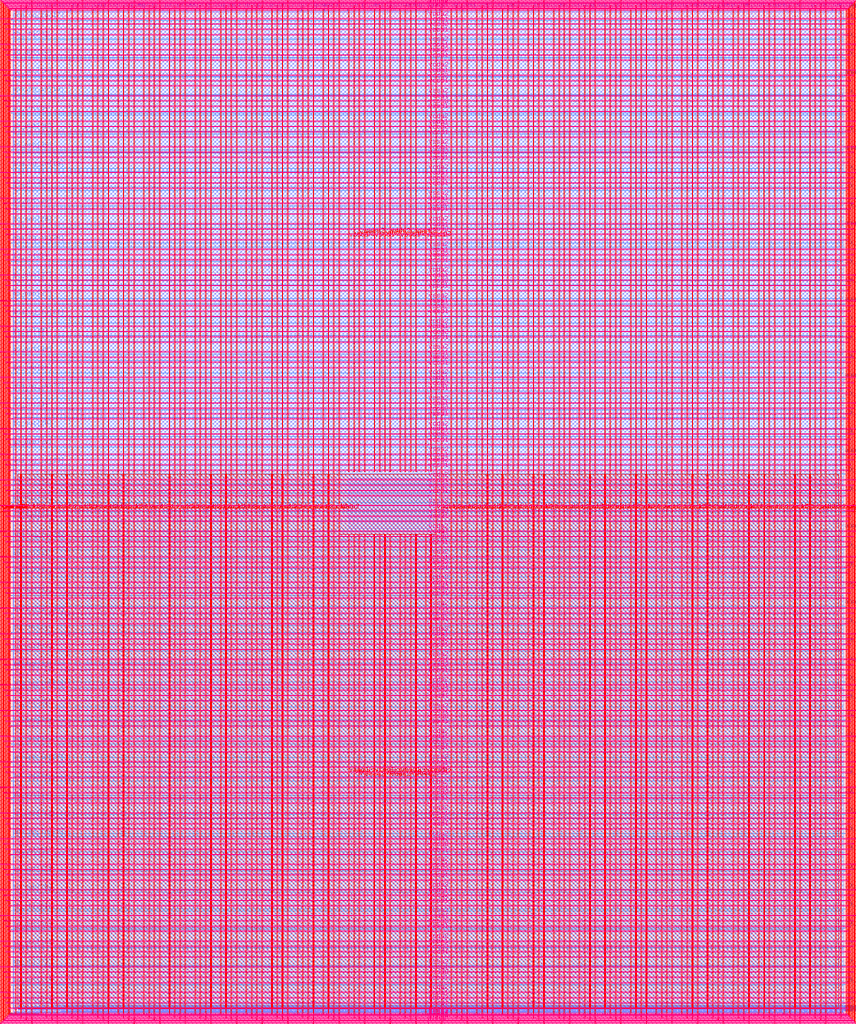
<source format=lef>
VERSION 5.7 ;
  NOWIREEXTENSIONATPIN ON ;
  DIVIDERCHAR "/" ;
  BUSBITCHARS "[]" ;
MACRO user_project_wrapper
  CLASS BLOCK ;
  FOREIGN user_project_wrapper ;
  ORIGIN 0.000 0.000 ;
  SIZE 2920.000 BY 3520.000 ;
  PIN analog_io[0]
    DIRECTION INOUT ;
    USE SIGNAL ;
    PORT
      LAYER met3 ;
        RECT 2917.600 1426.380 2924.800 1427.580 ;
    END
  END analog_io[0]
  PIN analog_io[10]
    DIRECTION INOUT ;
    USE SIGNAL ;
    PORT
      LAYER met2 ;
        RECT 2230.490 3517.600 2231.050 3524.800 ;
    END
  END analog_io[10]
  PIN analog_io[11]
    DIRECTION INOUT ;
    USE SIGNAL ;
    PORT
      LAYER met2 ;
        RECT 1905.730 3517.600 1906.290 3524.800 ;
    END
  END analog_io[11]
  PIN analog_io[12]
    DIRECTION INOUT ;
    USE SIGNAL ;
    PORT
      LAYER met2 ;
        RECT 1581.430 3517.600 1581.990 3524.800 ;
    END
  END analog_io[12]
  PIN analog_io[13]
    DIRECTION INOUT ;
    USE SIGNAL ;
    PORT
      LAYER met2 ;
        RECT 1257.130 3517.600 1257.690 3524.800 ;
    END
  END analog_io[13]
  PIN analog_io[14]
    DIRECTION INOUT ;
    USE SIGNAL ;
    PORT
      LAYER met2 ;
        RECT 932.370 3517.600 932.930 3524.800 ;
    END
  END analog_io[14]
  PIN analog_io[15]
    DIRECTION INOUT ;
    USE SIGNAL ;
    PORT
      LAYER met2 ;
        RECT 608.070 3517.600 608.630 3524.800 ;
    END
  END analog_io[15]
  PIN analog_io[16]
    DIRECTION INOUT ;
    USE SIGNAL ;
    PORT
      LAYER met2 ;
        RECT 283.770 3517.600 284.330 3524.800 ;
    END
  END analog_io[16]
  PIN analog_io[17]
    DIRECTION INOUT ;
    USE SIGNAL ;
    PORT
      LAYER met3 ;
        RECT -4.800 3486.100 2.400 3487.300 ;
    END
  END analog_io[17]
  PIN analog_io[18]
    DIRECTION INOUT ;
    USE SIGNAL ;
    PORT
      LAYER met3 ;
        RECT -4.800 3224.980 2.400 3226.180 ;
    END
  END analog_io[18]
  PIN analog_io[19]
    DIRECTION INOUT ;
    USE SIGNAL ;
    PORT
      LAYER met3 ;
        RECT -4.800 2964.540 2.400 2965.740 ;
    END
  END analog_io[19]
  PIN analog_io[1]
    DIRECTION INOUT ;
    USE SIGNAL ;
    PORT
      LAYER met3 ;
        RECT 2917.600 1692.260 2924.800 1693.460 ;
    END
  END analog_io[1]
  PIN analog_io[20]
    DIRECTION INOUT ;
    USE SIGNAL ;
    PORT
      LAYER met3 ;
        RECT -4.800 2703.420 2.400 2704.620 ;
    END
  END analog_io[20]
  PIN analog_io[21]
    DIRECTION INOUT ;
    USE SIGNAL ;
    PORT
      LAYER met3 ;
        RECT -4.800 2442.980 2.400 2444.180 ;
    END
  END analog_io[21]
  PIN analog_io[22]
    DIRECTION INOUT ;
    USE SIGNAL ;
    PORT
      LAYER met3 ;
        RECT -4.800 2182.540 2.400 2183.740 ;
    END
  END analog_io[22]
  PIN analog_io[23]
    DIRECTION INOUT ;
    USE SIGNAL ;
    PORT
      LAYER met3 ;
        RECT -4.800 1921.420 2.400 1922.620 ;
    END
  END analog_io[23]
  PIN analog_io[24]
    DIRECTION INOUT ;
    USE SIGNAL ;
    PORT
      LAYER met3 ;
        RECT -4.800 1660.980 2.400 1662.180 ;
    END
  END analog_io[24]
  PIN analog_io[25]
    DIRECTION INOUT ;
    USE SIGNAL ;
    PORT
      LAYER met3 ;
        RECT -4.800 1399.860 2.400 1401.060 ;
    END
  END analog_io[25]
  PIN analog_io[26]
    DIRECTION INOUT ;
    USE SIGNAL ;
    PORT
      LAYER met3 ;
        RECT -4.800 1139.420 2.400 1140.620 ;
    END
  END analog_io[26]
  PIN analog_io[27]
    DIRECTION INOUT ;
    USE SIGNAL ;
    PORT
      LAYER met3 ;
        RECT -4.800 878.980 2.400 880.180 ;
    END
  END analog_io[27]
  PIN analog_io[28]
    DIRECTION INOUT ;
    USE SIGNAL ;
    PORT
      LAYER met3 ;
        RECT -4.800 617.860 2.400 619.060 ;
    END
  END analog_io[28]
  PIN analog_io[2]
    DIRECTION INOUT ;
    USE SIGNAL ;
    PORT
      LAYER met3 ;
        RECT 2917.600 1958.140 2924.800 1959.340 ;
    END
  END analog_io[2]
  PIN analog_io[3]
    DIRECTION INOUT ;
    USE SIGNAL ;
    PORT
      LAYER met3 ;
        RECT 2917.600 2223.340 2924.800 2224.540 ;
    END
  END analog_io[3]
  PIN analog_io[4]
    DIRECTION INOUT ;
    USE SIGNAL ;
    PORT
      LAYER met3 ;
        RECT 2917.600 2489.220 2924.800 2490.420 ;
    END
  END analog_io[4]
  PIN analog_io[5]
    DIRECTION INOUT ;
    USE SIGNAL ;
    PORT
      LAYER met3 ;
        RECT 2917.600 2755.100 2924.800 2756.300 ;
    END
  END analog_io[5]
  PIN analog_io[6]
    DIRECTION INOUT ;
    USE SIGNAL ;
    PORT
      LAYER met3 ;
        RECT 2917.600 3020.300 2924.800 3021.500 ;
    END
  END analog_io[6]
  PIN analog_io[7]
    DIRECTION INOUT ;
    USE SIGNAL ;
    PORT
      LAYER met3 ;
        RECT 2917.600 3286.180 2924.800 3287.380 ;
    END
  END analog_io[7]
  PIN analog_io[8]
    DIRECTION INOUT ;
    USE SIGNAL ;
    PORT
      LAYER met2 ;
        RECT 2879.090 3517.600 2879.650 3524.800 ;
    END
  END analog_io[8]
  PIN analog_io[9]
    DIRECTION INOUT ;
    USE SIGNAL ;
    PORT
      LAYER met2 ;
        RECT 2554.790 3517.600 2555.350 3524.800 ;
    END
  END analog_io[9]
  PIN io_in[0]
    DIRECTION INPUT ;
    USE SIGNAL ;
    PORT
      LAYER met3 ;
        RECT 2917.600 32.380 2924.800 33.580 ;
    END
  END io_in[0]
  PIN io_in[10]
    DIRECTION INPUT ;
    USE SIGNAL ;
    PORT
      LAYER met3 ;
        RECT 2917.600 2289.980 2924.800 2291.180 ;
    END
  END io_in[10]
  PIN io_in[11]
    DIRECTION INPUT ;
    USE SIGNAL ;
    PORT
      LAYER met3 ;
        RECT 2917.600 2555.860 2924.800 2557.060 ;
    END
  END io_in[11]
  PIN io_in[12]
    DIRECTION INPUT ;
    USE SIGNAL ;
    PORT
      LAYER met3 ;
        RECT 2917.600 2821.060 2924.800 2822.260 ;
    END
  END io_in[12]
  PIN io_in[13]
    DIRECTION INPUT ;
    USE SIGNAL ;
    PORT
      LAYER met3 ;
        RECT 2917.600 3086.940 2924.800 3088.140 ;
    END
  END io_in[13]
  PIN io_in[14]
    DIRECTION INPUT ;
    USE SIGNAL ;
    PORT
      LAYER met3 ;
        RECT 2917.600 3352.820 2924.800 3354.020 ;
    END
  END io_in[14]
  PIN io_in[15]
    DIRECTION INPUT ;
    USE SIGNAL ;
    PORT
      LAYER met2 ;
        RECT 2798.130 3517.600 2798.690 3524.800 ;
    END
  END io_in[15]
  PIN io_in[16]
    DIRECTION INPUT ;
    USE SIGNAL ;
    PORT
      LAYER met2 ;
        RECT 2473.830 3517.600 2474.390 3524.800 ;
    END
  END io_in[16]
  PIN io_in[17]
    DIRECTION INPUT ;
    USE SIGNAL ;
    PORT
      LAYER met2 ;
        RECT 2149.070 3517.600 2149.630 3524.800 ;
    END
  END io_in[17]
  PIN io_in[18]
    DIRECTION INPUT ;
    USE SIGNAL ;
    PORT
      LAYER met2 ;
        RECT 1824.770 3517.600 1825.330 3524.800 ;
    END
  END io_in[18]
  PIN io_in[19]
    DIRECTION INPUT ;
    USE SIGNAL ;
    PORT
      LAYER met2 ;
        RECT 1500.470 3517.600 1501.030 3524.800 ;
    END
  END io_in[19]
  PIN io_in[1]
    DIRECTION INPUT ;
    USE SIGNAL ;
    PORT
      LAYER met3 ;
        RECT 2917.600 230.940 2924.800 232.140 ;
    END
  END io_in[1]
  PIN io_in[20]
    DIRECTION INPUT ;
    USE SIGNAL ;
    PORT
      LAYER met2 ;
        RECT 1175.710 3517.600 1176.270 3524.800 ;
    END
  END io_in[20]
  PIN io_in[21]
    DIRECTION INPUT ;
    USE SIGNAL ;
    PORT
      LAYER met2 ;
        RECT 851.410 3517.600 851.970 3524.800 ;
    END
  END io_in[21]
  PIN io_in[22]
    DIRECTION INPUT ;
    USE SIGNAL ;
    PORT
      LAYER met2 ;
        RECT 527.110 3517.600 527.670 3524.800 ;
    END
  END io_in[22]
  PIN io_in[23]
    DIRECTION INPUT ;
    USE SIGNAL ;
    PORT
      LAYER met2 ;
        RECT 202.350 3517.600 202.910 3524.800 ;
    END
  END io_in[23]
  PIN io_in[24]
    DIRECTION INPUT ;
    USE SIGNAL ;
    PORT
      LAYER met3 ;
        RECT -4.800 3420.820 2.400 3422.020 ;
    END
  END io_in[24]
  PIN io_in[25]
    DIRECTION INPUT ;
    USE SIGNAL ;
    PORT
      LAYER met3 ;
        RECT -4.800 3159.700 2.400 3160.900 ;
    END
  END io_in[25]
  PIN io_in[26]
    DIRECTION INPUT ;
    USE SIGNAL ;
    PORT
      LAYER met3 ;
        RECT -4.800 2899.260 2.400 2900.460 ;
    END
  END io_in[26]
  PIN io_in[27]
    DIRECTION INPUT ;
    USE SIGNAL ;
    PORT
      LAYER met3 ;
        RECT -4.800 2638.820 2.400 2640.020 ;
    END
  END io_in[27]
  PIN io_in[28]
    DIRECTION INPUT ;
    USE SIGNAL ;
    PORT
      LAYER met3 ;
        RECT -4.800 2377.700 2.400 2378.900 ;
    END
  END io_in[28]
  PIN io_in[29]
    DIRECTION INPUT ;
    USE SIGNAL ;
    PORT
      LAYER met3 ;
        RECT -4.800 2117.260 2.400 2118.460 ;
    END
  END io_in[29]
  PIN io_in[2]
    DIRECTION INPUT ;
    USE SIGNAL ;
    PORT
      LAYER met3 ;
        RECT 2917.600 430.180 2924.800 431.380 ;
    END
  END io_in[2]
  PIN io_in[30]
    DIRECTION INPUT ;
    USE SIGNAL ;
    PORT
      LAYER met3 ;
        RECT -4.800 1856.140 2.400 1857.340 ;
    END
  END io_in[30]
  PIN io_in[31]
    DIRECTION INPUT ;
    USE SIGNAL ;
    PORT
      LAYER met3 ;
        RECT -4.800 1595.700 2.400 1596.900 ;
    END
  END io_in[31]
  PIN io_in[32]
    DIRECTION INPUT ;
    USE SIGNAL ;
    PORT
      LAYER met3 ;
        RECT -4.800 1335.260 2.400 1336.460 ;
    END
  END io_in[32]
  PIN io_in[33]
    DIRECTION INPUT ;
    USE SIGNAL ;
    PORT
      LAYER met3 ;
        RECT -4.800 1074.140 2.400 1075.340 ;
    END
  END io_in[33]
  PIN io_in[34]
    DIRECTION INPUT ;
    USE SIGNAL ;
    PORT
      LAYER met3 ;
        RECT -4.800 813.700 2.400 814.900 ;
    END
  END io_in[34]
  PIN io_in[35]
    DIRECTION INPUT ;
    USE SIGNAL ;
    PORT
      LAYER met3 ;
        RECT -4.800 552.580 2.400 553.780 ;
    END
  END io_in[35]
  PIN io_in[36]
    DIRECTION INPUT ;
    USE SIGNAL ;
    PORT
      LAYER met3 ;
        RECT -4.800 357.420 2.400 358.620 ;
    END
  END io_in[36]
  PIN io_in[37]
    DIRECTION INPUT ;
    USE SIGNAL ;
    PORT
      LAYER met3 ;
        RECT -4.800 161.580 2.400 162.780 ;
    END
  END io_in[37]
  PIN io_in[3]
    DIRECTION INPUT ;
    USE SIGNAL ;
    PORT
      LAYER met3 ;
        RECT 2917.600 629.420 2924.800 630.620 ;
    END
  END io_in[3]
  PIN io_in[4]
    DIRECTION INPUT ;
    USE SIGNAL ;
    PORT
      LAYER met3 ;
        RECT 2917.600 828.660 2924.800 829.860 ;
    END
  END io_in[4]
  PIN io_in[5]
    DIRECTION INPUT ;
    USE SIGNAL ;
    PORT
      LAYER met3 ;
        RECT 2917.600 1027.900 2924.800 1029.100 ;
    END
  END io_in[5]
  PIN io_in[6]
    DIRECTION INPUT ;
    USE SIGNAL ;
    PORT
      LAYER met3 ;
        RECT 2917.600 1227.140 2924.800 1228.340 ;
    END
  END io_in[6]
  PIN io_in[7]
    DIRECTION INPUT ;
    USE SIGNAL ;
    PORT
      LAYER met3 ;
        RECT 2917.600 1493.020 2924.800 1494.220 ;
    END
  END io_in[7]
  PIN io_in[8]
    DIRECTION INPUT ;
    USE SIGNAL ;
    PORT
      LAYER met3 ;
        RECT 2917.600 1758.900 2924.800 1760.100 ;
    END
  END io_in[8]
  PIN io_in[9]
    DIRECTION INPUT ;
    USE SIGNAL ;
    PORT
      LAYER met3 ;
        RECT 2917.600 2024.100 2924.800 2025.300 ;
    END
  END io_in[9]
  PIN io_oeb[0]
    DIRECTION OUTPUT TRISTATE ;
    USE SIGNAL ;
    PORT
      LAYER met3 ;
        RECT 2917.600 164.980 2924.800 166.180 ;
    END
  END io_oeb[0]
  PIN io_oeb[10]
    DIRECTION OUTPUT TRISTATE ;
    USE SIGNAL ;
    PORT
      LAYER met3 ;
        RECT 2917.600 2422.580 2924.800 2423.780 ;
    END
  END io_oeb[10]
  PIN io_oeb[11]
    DIRECTION OUTPUT TRISTATE ;
    USE SIGNAL ;
    PORT
      LAYER met3 ;
        RECT 2917.600 2688.460 2924.800 2689.660 ;
    END
  END io_oeb[11]
  PIN io_oeb[12]
    DIRECTION OUTPUT TRISTATE ;
    USE SIGNAL ;
    PORT
      LAYER met3 ;
        RECT 2917.600 2954.340 2924.800 2955.540 ;
    END
  END io_oeb[12]
  PIN io_oeb[13]
    DIRECTION OUTPUT TRISTATE ;
    USE SIGNAL ;
    PORT
      LAYER met3 ;
        RECT 2917.600 3219.540 2924.800 3220.740 ;
    END
  END io_oeb[13]
  PIN io_oeb[14]
    DIRECTION OUTPUT TRISTATE ;
    USE SIGNAL ;
    PORT
      LAYER met3 ;
        RECT 2917.600 3485.420 2924.800 3486.620 ;
    END
  END io_oeb[14]
  PIN io_oeb[15]
    DIRECTION OUTPUT TRISTATE ;
    USE SIGNAL ;
    PORT
      LAYER met2 ;
        RECT 2635.750 3517.600 2636.310 3524.800 ;
    END
  END io_oeb[15]
  PIN io_oeb[16]
    DIRECTION OUTPUT TRISTATE ;
    USE SIGNAL ;
    PORT
      LAYER met2 ;
        RECT 2311.450 3517.600 2312.010 3524.800 ;
    END
  END io_oeb[16]
  PIN io_oeb[17]
    DIRECTION OUTPUT TRISTATE ;
    USE SIGNAL ;
    PORT
      LAYER met2 ;
        RECT 1987.150 3517.600 1987.710 3524.800 ;
    END
  END io_oeb[17]
  PIN io_oeb[18]
    DIRECTION OUTPUT TRISTATE ;
    USE SIGNAL ;
    PORT
      LAYER met2 ;
        RECT 1662.390 3517.600 1662.950 3524.800 ;
    END
  END io_oeb[18]
  PIN io_oeb[19]
    DIRECTION OUTPUT TRISTATE ;
    USE SIGNAL ;
    PORT
      LAYER met2 ;
        RECT 1338.090 3517.600 1338.650 3524.800 ;
    END
  END io_oeb[19]
  PIN io_oeb[1]
    DIRECTION OUTPUT TRISTATE ;
    USE SIGNAL ;
    PORT
      LAYER met3 ;
        RECT 2917.600 364.220 2924.800 365.420 ;
    END
  END io_oeb[1]
  PIN io_oeb[20]
    DIRECTION OUTPUT TRISTATE ;
    USE SIGNAL ;
    PORT
      LAYER met2 ;
        RECT 1013.790 3517.600 1014.350 3524.800 ;
    END
  END io_oeb[20]
  PIN io_oeb[21]
    DIRECTION OUTPUT TRISTATE ;
    USE SIGNAL ;
    PORT
      LAYER met2 ;
        RECT 689.030 3517.600 689.590 3524.800 ;
    END
  END io_oeb[21]
  PIN io_oeb[22]
    DIRECTION OUTPUT TRISTATE ;
    USE SIGNAL ;
    PORT
      LAYER met2 ;
        RECT 364.730 3517.600 365.290 3524.800 ;
    END
  END io_oeb[22]
  PIN io_oeb[23]
    DIRECTION OUTPUT TRISTATE ;
    USE SIGNAL ;
    PORT
      LAYER met2 ;
        RECT 40.430 3517.600 40.990 3524.800 ;
    END
  END io_oeb[23]
  PIN io_oeb[24]
    DIRECTION OUTPUT TRISTATE ;
    USE SIGNAL ;
    PORT
      LAYER met3 ;
        RECT -4.800 3290.260 2.400 3291.460 ;
    END
  END io_oeb[24]
  PIN io_oeb[25]
    DIRECTION OUTPUT TRISTATE ;
    USE SIGNAL ;
    PORT
      LAYER met3 ;
        RECT -4.800 3029.820 2.400 3031.020 ;
    END
  END io_oeb[25]
  PIN io_oeb[26]
    DIRECTION OUTPUT TRISTATE ;
    USE SIGNAL ;
    PORT
      LAYER met3 ;
        RECT -4.800 2768.700 2.400 2769.900 ;
    END
  END io_oeb[26]
  PIN io_oeb[27]
    DIRECTION OUTPUT TRISTATE ;
    USE SIGNAL ;
    PORT
      LAYER met3 ;
        RECT -4.800 2508.260 2.400 2509.460 ;
    END
  END io_oeb[27]
  PIN io_oeb[28]
    DIRECTION OUTPUT TRISTATE ;
    USE SIGNAL ;
    PORT
      LAYER met3 ;
        RECT -4.800 2247.140 2.400 2248.340 ;
    END
  END io_oeb[28]
  PIN io_oeb[29]
    DIRECTION OUTPUT TRISTATE ;
    USE SIGNAL ;
    PORT
      LAYER met3 ;
        RECT -4.800 1986.700 2.400 1987.900 ;
    END
  END io_oeb[29]
  PIN io_oeb[2]
    DIRECTION OUTPUT TRISTATE ;
    USE SIGNAL ;
    PORT
      LAYER met3 ;
        RECT 2917.600 563.460 2924.800 564.660 ;
    END
  END io_oeb[2]
  PIN io_oeb[30]
    DIRECTION OUTPUT TRISTATE ;
    USE SIGNAL ;
    PORT
      LAYER met3 ;
        RECT -4.800 1726.260 2.400 1727.460 ;
    END
  END io_oeb[30]
  PIN io_oeb[31]
    DIRECTION OUTPUT TRISTATE ;
    USE SIGNAL ;
    PORT
      LAYER met3 ;
        RECT -4.800 1465.140 2.400 1466.340 ;
    END
  END io_oeb[31]
  PIN io_oeb[32]
    DIRECTION OUTPUT TRISTATE ;
    USE SIGNAL ;
    PORT
      LAYER met3 ;
        RECT -4.800 1204.700 2.400 1205.900 ;
    END
  END io_oeb[32]
  PIN io_oeb[33]
    DIRECTION OUTPUT TRISTATE ;
    USE SIGNAL ;
    PORT
      LAYER met3 ;
        RECT -4.800 943.580 2.400 944.780 ;
    END
  END io_oeb[33]
  PIN io_oeb[34]
    DIRECTION OUTPUT TRISTATE ;
    USE SIGNAL ;
    PORT
      LAYER met3 ;
        RECT -4.800 683.140 2.400 684.340 ;
    END
  END io_oeb[34]
  PIN io_oeb[35]
    DIRECTION OUTPUT TRISTATE ;
    USE SIGNAL ;
    PORT
      LAYER met3 ;
        RECT -4.800 422.700 2.400 423.900 ;
    END
  END io_oeb[35]
  PIN io_oeb[36]
    DIRECTION OUTPUT TRISTATE ;
    USE SIGNAL ;
    PORT
      LAYER met3 ;
        RECT -4.800 226.860 2.400 228.060 ;
    END
  END io_oeb[36]
  PIN io_oeb[37]
    DIRECTION OUTPUT TRISTATE ;
    USE SIGNAL ;
    PORT
      LAYER met3 ;
        RECT -4.800 31.700 2.400 32.900 ;
    END
  END io_oeb[37]
  PIN io_oeb[3]
    DIRECTION OUTPUT TRISTATE ;
    USE SIGNAL ;
    PORT
      LAYER met3 ;
        RECT 2917.600 762.700 2924.800 763.900 ;
    END
  END io_oeb[3]
  PIN io_oeb[4]
    DIRECTION OUTPUT TRISTATE ;
    USE SIGNAL ;
    PORT
      LAYER met3 ;
        RECT 2917.600 961.940 2924.800 963.140 ;
    END
  END io_oeb[4]
  PIN io_oeb[5]
    DIRECTION OUTPUT TRISTATE ;
    USE SIGNAL ;
    PORT
      LAYER met3 ;
        RECT 2917.600 1161.180 2924.800 1162.380 ;
    END
  END io_oeb[5]
  PIN io_oeb[6]
    DIRECTION OUTPUT TRISTATE ;
    USE SIGNAL ;
    PORT
      LAYER met3 ;
        RECT 2917.600 1360.420 2924.800 1361.620 ;
    END
  END io_oeb[6]
  PIN io_oeb[7]
    DIRECTION OUTPUT TRISTATE ;
    USE SIGNAL ;
    PORT
      LAYER met3 ;
        RECT 2917.600 1625.620 2924.800 1626.820 ;
    END
  END io_oeb[7]
  PIN io_oeb[8]
    DIRECTION OUTPUT TRISTATE ;
    USE SIGNAL ;
    PORT
      LAYER met3 ;
        RECT 2917.600 1891.500 2924.800 1892.700 ;
    END
  END io_oeb[8]
  PIN io_oeb[9]
    DIRECTION OUTPUT TRISTATE ;
    USE SIGNAL ;
    PORT
      LAYER met3 ;
        RECT 2917.600 2157.380 2924.800 2158.580 ;
    END
  END io_oeb[9]
  PIN io_out[0]
    DIRECTION OUTPUT TRISTATE ;
    USE SIGNAL ;
    PORT
      LAYER met3 ;
        RECT 2917.600 98.340 2924.800 99.540 ;
    END
  END io_out[0]
  PIN io_out[10]
    DIRECTION OUTPUT TRISTATE ;
    USE SIGNAL ;
    PORT
      LAYER met3 ;
        RECT 2917.600 2356.620 2924.800 2357.820 ;
    END
  END io_out[10]
  PIN io_out[11]
    DIRECTION OUTPUT TRISTATE ;
    USE SIGNAL ;
    PORT
      LAYER met3 ;
        RECT 2917.600 2621.820 2924.800 2623.020 ;
    END
  END io_out[11]
  PIN io_out[12]
    DIRECTION OUTPUT TRISTATE ;
    USE SIGNAL ;
    PORT
      LAYER met3 ;
        RECT 2917.600 2887.700 2924.800 2888.900 ;
    END
  END io_out[12]
  PIN io_out[13]
    DIRECTION OUTPUT TRISTATE ;
    USE SIGNAL ;
    PORT
      LAYER met3 ;
        RECT 2917.600 3153.580 2924.800 3154.780 ;
    END
  END io_out[13]
  PIN io_out[14]
    DIRECTION OUTPUT TRISTATE ;
    USE SIGNAL ;
    PORT
      LAYER met3 ;
        RECT 2917.600 3418.780 2924.800 3419.980 ;
    END
  END io_out[14]
  PIN io_out[15]
    DIRECTION OUTPUT TRISTATE ;
    USE SIGNAL ;
    PORT
      LAYER met2 ;
        RECT 2717.170 3517.600 2717.730 3524.800 ;
    END
  END io_out[15]
  PIN io_out[16]
    DIRECTION OUTPUT TRISTATE ;
    USE SIGNAL ;
    PORT
      LAYER met2 ;
        RECT 2392.410 3517.600 2392.970 3524.800 ;
    END
  END io_out[16]
  PIN io_out[17]
    DIRECTION OUTPUT TRISTATE ;
    USE SIGNAL ;
    PORT
      LAYER met2 ;
        RECT 2068.110 3517.600 2068.670 3524.800 ;
    END
  END io_out[17]
  PIN io_out[18]
    DIRECTION OUTPUT TRISTATE ;
    USE SIGNAL ;
    PORT
      LAYER met2 ;
        RECT 1743.810 3517.600 1744.370 3524.800 ;
    END
  END io_out[18]
  PIN io_out[19]
    DIRECTION OUTPUT TRISTATE ;
    USE SIGNAL ;
    PORT
      LAYER met2 ;
        RECT 1419.050 3517.600 1419.610 3524.800 ;
    END
  END io_out[19]
  PIN io_out[1]
    DIRECTION OUTPUT TRISTATE ;
    USE SIGNAL ;
    PORT
      LAYER met3 ;
        RECT 2917.600 297.580 2924.800 298.780 ;
    END
  END io_out[1]
  PIN io_out[20]
    DIRECTION OUTPUT TRISTATE ;
    USE SIGNAL ;
    PORT
      LAYER met2 ;
        RECT 1094.750 3517.600 1095.310 3524.800 ;
    END
  END io_out[20]
  PIN io_out[21]
    DIRECTION OUTPUT TRISTATE ;
    USE SIGNAL ;
    PORT
      LAYER met2 ;
        RECT 770.450 3517.600 771.010 3524.800 ;
    END
  END io_out[21]
  PIN io_out[22]
    DIRECTION OUTPUT TRISTATE ;
    USE SIGNAL ;
    PORT
      LAYER met2 ;
        RECT 445.690 3517.600 446.250 3524.800 ;
    END
  END io_out[22]
  PIN io_out[23]
    DIRECTION OUTPUT TRISTATE ;
    USE SIGNAL ;
    PORT
      LAYER met2 ;
        RECT 121.390 3517.600 121.950 3524.800 ;
    END
  END io_out[23]
  PIN io_out[24]
    DIRECTION OUTPUT TRISTATE ;
    USE SIGNAL ;
    PORT
      LAYER met3 ;
        RECT -4.800 3355.540 2.400 3356.740 ;
    END
  END io_out[24]
  PIN io_out[25]
    DIRECTION OUTPUT TRISTATE ;
    USE SIGNAL ;
    PORT
      LAYER met3 ;
        RECT -4.800 3095.100 2.400 3096.300 ;
    END
  END io_out[25]
  PIN io_out[26]
    DIRECTION OUTPUT TRISTATE ;
    USE SIGNAL ;
    PORT
      LAYER met3 ;
        RECT -4.800 2833.980 2.400 2835.180 ;
    END
  END io_out[26]
  PIN io_out[27]
    DIRECTION OUTPUT TRISTATE ;
    USE SIGNAL ;
    PORT
      LAYER met3 ;
        RECT -4.800 2573.540 2.400 2574.740 ;
    END
  END io_out[27]
  PIN io_out[28]
    DIRECTION OUTPUT TRISTATE ;
    USE SIGNAL ;
    PORT
      LAYER met3 ;
        RECT -4.800 2312.420 2.400 2313.620 ;
    END
  END io_out[28]
  PIN io_out[29]
    DIRECTION OUTPUT TRISTATE ;
    USE SIGNAL ;
    PORT
      LAYER met3 ;
        RECT -4.800 2051.980 2.400 2053.180 ;
    END
  END io_out[29]
  PIN io_out[2]
    DIRECTION OUTPUT TRISTATE ;
    USE SIGNAL ;
    PORT
      LAYER met3 ;
        RECT 2917.600 496.820 2924.800 498.020 ;
    END
  END io_out[2]
  PIN io_out[30]
    DIRECTION OUTPUT TRISTATE ;
    USE SIGNAL ;
    PORT
      LAYER met3 ;
        RECT -4.800 1791.540 2.400 1792.740 ;
    END
  END io_out[30]
  PIN io_out[31]
    DIRECTION OUTPUT TRISTATE ;
    USE SIGNAL ;
    PORT
      LAYER met3 ;
        RECT -4.800 1530.420 2.400 1531.620 ;
    END
  END io_out[31]
  PIN io_out[32]
    DIRECTION OUTPUT TRISTATE ;
    USE SIGNAL ;
    PORT
      LAYER met3 ;
        RECT -4.800 1269.980 2.400 1271.180 ;
    END
  END io_out[32]
  PIN io_out[33]
    DIRECTION OUTPUT TRISTATE ;
    USE SIGNAL ;
    PORT
      LAYER met3 ;
        RECT -4.800 1008.860 2.400 1010.060 ;
    END
  END io_out[33]
  PIN io_out[34]
    DIRECTION OUTPUT TRISTATE ;
    USE SIGNAL ;
    PORT
      LAYER met3 ;
        RECT -4.800 748.420 2.400 749.620 ;
    END
  END io_out[34]
  PIN io_out[35]
    DIRECTION OUTPUT TRISTATE ;
    USE SIGNAL ;
    PORT
      LAYER met3 ;
        RECT -4.800 487.300 2.400 488.500 ;
    END
  END io_out[35]
  PIN io_out[36]
    DIRECTION OUTPUT TRISTATE ;
    USE SIGNAL ;
    PORT
      LAYER met3 ;
        RECT -4.800 292.140 2.400 293.340 ;
    END
  END io_out[36]
  PIN io_out[37]
    DIRECTION OUTPUT TRISTATE ;
    USE SIGNAL ;
    PORT
      LAYER met3 ;
        RECT -4.800 96.300 2.400 97.500 ;
    END
  END io_out[37]
  PIN io_out[3]
    DIRECTION OUTPUT TRISTATE ;
    USE SIGNAL ;
    PORT
      LAYER met3 ;
        RECT 2917.600 696.060 2924.800 697.260 ;
    END
  END io_out[3]
  PIN io_out[4]
    DIRECTION OUTPUT TRISTATE ;
    USE SIGNAL ;
    PORT
      LAYER met3 ;
        RECT 2917.600 895.300 2924.800 896.500 ;
    END
  END io_out[4]
  PIN io_out[5]
    DIRECTION OUTPUT TRISTATE ;
    USE SIGNAL ;
    PORT
      LAYER met3 ;
        RECT 2917.600 1094.540 2924.800 1095.740 ;
    END
  END io_out[5]
  PIN io_out[6]
    DIRECTION OUTPUT TRISTATE ;
    USE SIGNAL ;
    PORT
      LAYER met3 ;
        RECT 2917.600 1293.780 2924.800 1294.980 ;
    END
  END io_out[6]
  PIN io_out[7]
    DIRECTION OUTPUT TRISTATE ;
    USE SIGNAL ;
    PORT
      LAYER met3 ;
        RECT 2917.600 1559.660 2924.800 1560.860 ;
    END
  END io_out[7]
  PIN io_out[8]
    DIRECTION OUTPUT TRISTATE ;
    USE SIGNAL ;
    PORT
      LAYER met3 ;
        RECT 2917.600 1824.860 2924.800 1826.060 ;
    END
  END io_out[8]
  PIN io_out[9]
    DIRECTION OUTPUT TRISTATE ;
    USE SIGNAL ;
    PORT
      LAYER met3 ;
        RECT 2917.600 2090.740 2924.800 2091.940 ;
    END
  END io_out[9]
  PIN la_data_in[0]
    DIRECTION INPUT ;
    USE SIGNAL ;
    PORT
      LAYER met2 ;
        RECT 629.230 -4.800 629.790 2.400 ;
    END
  END la_data_in[0]
  PIN la_data_in[100]
    DIRECTION INPUT ;
    USE SIGNAL ;
    PORT
      LAYER met2 ;
        RECT 2402.530 -4.800 2403.090 2.400 ;
    END
  END la_data_in[100]
  PIN la_data_in[101]
    DIRECTION INPUT ;
    USE SIGNAL ;
    PORT
      LAYER met2 ;
        RECT 2420.010 -4.800 2420.570 2.400 ;
    END
  END la_data_in[101]
  PIN la_data_in[102]
    DIRECTION INPUT ;
    USE SIGNAL ;
    PORT
      LAYER met2 ;
        RECT 2437.950 -4.800 2438.510 2.400 ;
    END
  END la_data_in[102]
  PIN la_data_in[103]
    DIRECTION INPUT ;
    USE SIGNAL ;
    PORT
      LAYER met2 ;
        RECT 2455.430 -4.800 2455.990 2.400 ;
    END
  END la_data_in[103]
  PIN la_data_in[104]
    DIRECTION INPUT ;
    USE SIGNAL ;
    PORT
      LAYER met2 ;
        RECT 2473.370 -4.800 2473.930 2.400 ;
    END
  END la_data_in[104]
  PIN la_data_in[105]
    DIRECTION INPUT ;
    USE SIGNAL ;
    PORT
      LAYER met2 ;
        RECT 2490.850 -4.800 2491.410 2.400 ;
    END
  END la_data_in[105]
  PIN la_data_in[106]
    DIRECTION INPUT ;
    USE SIGNAL ;
    PORT
      LAYER met2 ;
        RECT 2508.790 -4.800 2509.350 2.400 ;
    END
  END la_data_in[106]
  PIN la_data_in[107]
    DIRECTION INPUT ;
    USE SIGNAL ;
    PORT
      LAYER met2 ;
        RECT 2526.730 -4.800 2527.290 2.400 ;
    END
  END la_data_in[107]
  PIN la_data_in[108]
    DIRECTION INPUT ;
    USE SIGNAL ;
    PORT
      LAYER met2 ;
        RECT 2544.210 -4.800 2544.770 2.400 ;
    END
  END la_data_in[108]
  PIN la_data_in[109]
    DIRECTION INPUT ;
    USE SIGNAL ;
    PORT
      LAYER met2 ;
        RECT 2562.150 -4.800 2562.710 2.400 ;
    END
  END la_data_in[109]
  PIN la_data_in[10]
    DIRECTION INPUT ;
    USE SIGNAL ;
    PORT
      LAYER met2 ;
        RECT 806.330 -4.800 806.890 2.400 ;
    END
  END la_data_in[10]
  PIN la_data_in[110]
    DIRECTION INPUT ;
    USE SIGNAL ;
    PORT
      LAYER met2 ;
        RECT 2579.630 -4.800 2580.190 2.400 ;
    END
  END la_data_in[110]
  PIN la_data_in[111]
    DIRECTION INPUT ;
    USE SIGNAL ;
    PORT
      LAYER met2 ;
        RECT 2597.570 -4.800 2598.130 2.400 ;
    END
  END la_data_in[111]
  PIN la_data_in[112]
    DIRECTION INPUT ;
    USE SIGNAL ;
    PORT
      LAYER met2 ;
        RECT 2615.050 -4.800 2615.610 2.400 ;
    END
  END la_data_in[112]
  PIN la_data_in[113]
    DIRECTION INPUT ;
    USE SIGNAL ;
    PORT
      LAYER met2 ;
        RECT 2632.990 -4.800 2633.550 2.400 ;
    END
  END la_data_in[113]
  PIN la_data_in[114]
    DIRECTION INPUT ;
    USE SIGNAL ;
    PORT
      LAYER met2 ;
        RECT 2650.470 -4.800 2651.030 2.400 ;
    END
  END la_data_in[114]
  PIN la_data_in[115]
    DIRECTION INPUT ;
    USE SIGNAL ;
    PORT
      LAYER met2 ;
        RECT 2668.410 -4.800 2668.970 2.400 ;
    END
  END la_data_in[115]
  PIN la_data_in[116]
    DIRECTION INPUT ;
    USE SIGNAL ;
    PORT
      LAYER met2 ;
        RECT 2685.890 -4.800 2686.450 2.400 ;
    END
  END la_data_in[116]
  PIN la_data_in[117]
    DIRECTION INPUT ;
    USE SIGNAL ;
    PORT
      LAYER met2 ;
        RECT 2703.830 -4.800 2704.390 2.400 ;
    END
  END la_data_in[117]
  PIN la_data_in[118]
    DIRECTION INPUT ;
    USE SIGNAL ;
    PORT
      LAYER met2 ;
        RECT 2721.770 -4.800 2722.330 2.400 ;
    END
  END la_data_in[118]
  PIN la_data_in[119]
    DIRECTION INPUT ;
    USE SIGNAL ;
    PORT
      LAYER met2 ;
        RECT 2739.250 -4.800 2739.810 2.400 ;
    END
  END la_data_in[119]
  PIN la_data_in[11]
    DIRECTION INPUT ;
    USE SIGNAL ;
    PORT
      LAYER met2 ;
        RECT 824.270 -4.800 824.830 2.400 ;
    END
  END la_data_in[11]
  PIN la_data_in[120]
    DIRECTION INPUT ;
    USE SIGNAL ;
    PORT
      LAYER met2 ;
        RECT 2757.190 -4.800 2757.750 2.400 ;
    END
  END la_data_in[120]
  PIN la_data_in[121]
    DIRECTION INPUT ;
    USE SIGNAL ;
    PORT
      LAYER met2 ;
        RECT 2774.670 -4.800 2775.230 2.400 ;
    END
  END la_data_in[121]
  PIN la_data_in[122]
    DIRECTION INPUT ;
    USE SIGNAL ;
    PORT
      LAYER met2 ;
        RECT 2792.610 -4.800 2793.170 2.400 ;
    END
  END la_data_in[122]
  PIN la_data_in[123]
    DIRECTION INPUT ;
    USE SIGNAL ;
    PORT
      LAYER met2 ;
        RECT 2810.090 -4.800 2810.650 2.400 ;
    END
  END la_data_in[123]
  PIN la_data_in[124]
    DIRECTION INPUT ;
    USE SIGNAL ;
    PORT
      LAYER met2 ;
        RECT 2828.030 -4.800 2828.590 2.400 ;
    END
  END la_data_in[124]
  PIN la_data_in[125]
    DIRECTION INPUT ;
    USE SIGNAL ;
    PORT
      LAYER met2 ;
        RECT 2845.510 -4.800 2846.070 2.400 ;
    END
  END la_data_in[125]
  PIN la_data_in[126]
    DIRECTION INPUT ;
    USE SIGNAL ;
    PORT
      LAYER met2 ;
        RECT 2863.450 -4.800 2864.010 2.400 ;
    END
  END la_data_in[126]
  PIN la_data_in[127]
    DIRECTION INPUT ;
    USE SIGNAL ;
    PORT
      LAYER met2 ;
        RECT 2881.390 -4.800 2881.950 2.400 ;
    END
  END la_data_in[127]
  PIN la_data_in[12]
    DIRECTION INPUT ;
    USE SIGNAL ;
    PORT
      LAYER met2 ;
        RECT 841.750 -4.800 842.310 2.400 ;
    END
  END la_data_in[12]
  PIN la_data_in[13]
    DIRECTION INPUT ;
    USE SIGNAL ;
    PORT
      LAYER met2 ;
        RECT 859.690 -4.800 860.250 2.400 ;
    END
  END la_data_in[13]
  PIN la_data_in[14]
    DIRECTION INPUT ;
    USE SIGNAL ;
    PORT
      LAYER met2 ;
        RECT 877.170 -4.800 877.730 2.400 ;
    END
  END la_data_in[14]
  PIN la_data_in[15]
    DIRECTION INPUT ;
    USE SIGNAL ;
    PORT
      LAYER met2 ;
        RECT 895.110 -4.800 895.670 2.400 ;
    END
  END la_data_in[15]
  PIN la_data_in[16]
    DIRECTION INPUT ;
    USE SIGNAL ;
    PORT
      LAYER met2 ;
        RECT 912.590 -4.800 913.150 2.400 ;
    END
  END la_data_in[16]
  PIN la_data_in[17]
    DIRECTION INPUT ;
    USE SIGNAL ;
    PORT
      LAYER met2 ;
        RECT 930.530 -4.800 931.090 2.400 ;
    END
  END la_data_in[17]
  PIN la_data_in[18]
    DIRECTION INPUT ;
    USE SIGNAL ;
    PORT
      LAYER met2 ;
        RECT 948.470 -4.800 949.030 2.400 ;
    END
  END la_data_in[18]
  PIN la_data_in[19]
    DIRECTION INPUT ;
    USE SIGNAL ;
    PORT
      LAYER met2 ;
        RECT 965.950 -4.800 966.510 2.400 ;
    END
  END la_data_in[19]
  PIN la_data_in[1]
    DIRECTION INPUT ;
    USE SIGNAL ;
    PORT
      LAYER met2 ;
        RECT 646.710 -4.800 647.270 2.400 ;
    END
  END la_data_in[1]
  PIN la_data_in[20]
    DIRECTION INPUT ;
    USE SIGNAL ;
    PORT
      LAYER met2 ;
        RECT 983.890 -4.800 984.450 2.400 ;
    END
  END la_data_in[20]
  PIN la_data_in[21]
    DIRECTION INPUT ;
    USE SIGNAL ;
    PORT
      LAYER met2 ;
        RECT 1001.370 -4.800 1001.930 2.400 ;
    END
  END la_data_in[21]
  PIN la_data_in[22]
    DIRECTION INPUT ;
    USE SIGNAL ;
    PORT
      LAYER met2 ;
        RECT 1019.310 -4.800 1019.870 2.400 ;
    END
  END la_data_in[22]
  PIN la_data_in[23]
    DIRECTION INPUT ;
    USE SIGNAL ;
    PORT
      LAYER met2 ;
        RECT 1036.790 -4.800 1037.350 2.400 ;
    END
  END la_data_in[23]
  PIN la_data_in[24]
    DIRECTION INPUT ;
    USE SIGNAL ;
    PORT
      LAYER met2 ;
        RECT 1054.730 -4.800 1055.290 2.400 ;
    END
  END la_data_in[24]
  PIN la_data_in[25]
    DIRECTION INPUT ;
    USE SIGNAL ;
    PORT
      LAYER met2 ;
        RECT 1072.210 -4.800 1072.770 2.400 ;
    END
  END la_data_in[25]
  PIN la_data_in[26]
    DIRECTION INPUT ;
    USE SIGNAL ;
    PORT
      LAYER met2 ;
        RECT 1090.150 -4.800 1090.710 2.400 ;
    END
  END la_data_in[26]
  PIN la_data_in[27]
    DIRECTION INPUT ;
    USE SIGNAL ;
    PORT
      LAYER met2 ;
        RECT 1107.630 -4.800 1108.190 2.400 ;
    END
  END la_data_in[27]
  PIN la_data_in[28]
    DIRECTION INPUT ;
    USE SIGNAL ;
    PORT
      LAYER met2 ;
        RECT 1125.570 -4.800 1126.130 2.400 ;
    END
  END la_data_in[28]
  PIN la_data_in[29]
    DIRECTION INPUT ;
    USE SIGNAL ;
    PORT
      LAYER met2 ;
        RECT 1143.510 -4.800 1144.070 2.400 ;
    END
  END la_data_in[29]
  PIN la_data_in[2]
    DIRECTION INPUT ;
    USE SIGNAL ;
    PORT
      LAYER met2 ;
        RECT 664.650 -4.800 665.210 2.400 ;
    END
  END la_data_in[2]
  PIN la_data_in[30]
    DIRECTION INPUT ;
    USE SIGNAL ;
    PORT
      LAYER met2 ;
        RECT 1160.990 -4.800 1161.550 2.400 ;
    END
  END la_data_in[30]
  PIN la_data_in[31]
    DIRECTION INPUT ;
    USE SIGNAL ;
    PORT
      LAYER met2 ;
        RECT 1178.930 -4.800 1179.490 2.400 ;
    END
  END la_data_in[31]
  PIN la_data_in[32]
    DIRECTION INPUT ;
    USE SIGNAL ;
    PORT
      LAYER met2 ;
        RECT 1196.410 -4.800 1196.970 2.400 ;
    END
  END la_data_in[32]
  PIN la_data_in[33]
    DIRECTION INPUT ;
    USE SIGNAL ;
    PORT
      LAYER met2 ;
        RECT 1214.350 -4.800 1214.910 2.400 ;
    END
  END la_data_in[33]
  PIN la_data_in[34]
    DIRECTION INPUT ;
    USE SIGNAL ;
    PORT
      LAYER met2 ;
        RECT 1231.830 -4.800 1232.390 2.400 ;
    END
  END la_data_in[34]
  PIN la_data_in[35]
    DIRECTION INPUT ;
    USE SIGNAL ;
    PORT
      LAYER met2 ;
        RECT 1249.770 -4.800 1250.330 2.400 ;
    END
  END la_data_in[35]
  PIN la_data_in[36]
    DIRECTION INPUT ;
    USE SIGNAL ;
    PORT
      LAYER met2 ;
        RECT 1267.250 -4.800 1267.810 2.400 ;
    END
  END la_data_in[36]
  PIN la_data_in[37]
    DIRECTION INPUT ;
    USE SIGNAL ;
    PORT
      LAYER met2 ;
        RECT 1285.190 -4.800 1285.750 2.400 ;
    END
  END la_data_in[37]
  PIN la_data_in[38]
    DIRECTION INPUT ;
    USE SIGNAL ;
    PORT
      LAYER met2 ;
        RECT 1303.130 -4.800 1303.690 2.400 ;
    END
  END la_data_in[38]
  PIN la_data_in[39]
    DIRECTION INPUT ;
    USE SIGNAL ;
    PORT
      LAYER met2 ;
        RECT 1320.610 -4.800 1321.170 2.400 ;
    END
  END la_data_in[39]
  PIN la_data_in[3]
    DIRECTION INPUT ;
    USE SIGNAL ;
    PORT
      LAYER met2 ;
        RECT 682.130 -4.800 682.690 2.400 ;
    END
  END la_data_in[3]
  PIN la_data_in[40]
    DIRECTION INPUT ;
    USE SIGNAL ;
    PORT
      LAYER met2 ;
        RECT 1338.550 -4.800 1339.110 2.400 ;
    END
  END la_data_in[40]
  PIN la_data_in[41]
    DIRECTION INPUT ;
    USE SIGNAL ;
    PORT
      LAYER met2 ;
        RECT 1356.030 -4.800 1356.590 2.400 ;
    END
  END la_data_in[41]
  PIN la_data_in[42]
    DIRECTION INPUT ;
    USE SIGNAL ;
    PORT
      LAYER met2 ;
        RECT 1373.970 -4.800 1374.530 2.400 ;
    END
  END la_data_in[42]
  PIN la_data_in[43]
    DIRECTION INPUT ;
    USE SIGNAL ;
    PORT
      LAYER met2 ;
        RECT 1391.450 -4.800 1392.010 2.400 ;
    END
  END la_data_in[43]
  PIN la_data_in[44]
    DIRECTION INPUT ;
    USE SIGNAL ;
    PORT
      LAYER met2 ;
        RECT 1409.390 -4.800 1409.950 2.400 ;
    END
  END la_data_in[44]
  PIN la_data_in[45]
    DIRECTION INPUT ;
    USE SIGNAL ;
    PORT
      LAYER met2 ;
        RECT 1426.870 -4.800 1427.430 2.400 ;
    END
  END la_data_in[45]
  PIN la_data_in[46]
    DIRECTION INPUT ;
    USE SIGNAL ;
    PORT
      LAYER met2 ;
        RECT 1444.810 -4.800 1445.370 2.400 ;
    END
  END la_data_in[46]
  PIN la_data_in[47]
    DIRECTION INPUT ;
    USE SIGNAL ;
    PORT
      LAYER met2 ;
        RECT 1462.750 -4.800 1463.310 2.400 ;
    END
  END la_data_in[47]
  PIN la_data_in[48]
    DIRECTION INPUT ;
    USE SIGNAL ;
    PORT
      LAYER met2 ;
        RECT 1480.230 -4.800 1480.790 2.400 ;
    END
  END la_data_in[48]
  PIN la_data_in[49]
    DIRECTION INPUT ;
    USE SIGNAL ;
    PORT
      LAYER met2 ;
        RECT 1498.170 -4.800 1498.730 2.400 ;
    END
  END la_data_in[49]
  PIN la_data_in[4]
    DIRECTION INPUT ;
    USE SIGNAL ;
    PORT
      LAYER met2 ;
        RECT 700.070 -4.800 700.630 2.400 ;
    END
  END la_data_in[4]
  PIN la_data_in[50]
    DIRECTION INPUT ;
    USE SIGNAL ;
    PORT
      LAYER met2 ;
        RECT 1515.650 -4.800 1516.210 2.400 ;
    END
  END la_data_in[50]
  PIN la_data_in[51]
    DIRECTION INPUT ;
    USE SIGNAL ;
    PORT
      LAYER met2 ;
        RECT 1533.590 -4.800 1534.150 2.400 ;
    END
  END la_data_in[51]
  PIN la_data_in[52]
    DIRECTION INPUT ;
    USE SIGNAL ;
    PORT
      LAYER met2 ;
        RECT 1551.070 -4.800 1551.630 2.400 ;
    END
  END la_data_in[52]
  PIN la_data_in[53]
    DIRECTION INPUT ;
    USE SIGNAL ;
    PORT
      LAYER met2 ;
        RECT 1569.010 -4.800 1569.570 2.400 ;
    END
  END la_data_in[53]
  PIN la_data_in[54]
    DIRECTION INPUT ;
    USE SIGNAL ;
    PORT
      LAYER met2 ;
        RECT 1586.490 -4.800 1587.050 2.400 ;
    END
  END la_data_in[54]
  PIN la_data_in[55]
    DIRECTION INPUT ;
    USE SIGNAL ;
    PORT
      LAYER met2 ;
        RECT 1604.430 -4.800 1604.990 2.400 ;
    END
  END la_data_in[55]
  PIN la_data_in[56]
    DIRECTION INPUT ;
    USE SIGNAL ;
    PORT
      LAYER met2 ;
        RECT 1621.910 -4.800 1622.470 2.400 ;
    END
  END la_data_in[56]
  PIN la_data_in[57]
    DIRECTION INPUT ;
    USE SIGNAL ;
    PORT
      LAYER met2 ;
        RECT 1639.850 -4.800 1640.410 2.400 ;
    END
  END la_data_in[57]
  PIN la_data_in[58]
    DIRECTION INPUT ;
    USE SIGNAL ;
    PORT
      LAYER met2 ;
        RECT 1657.790 -4.800 1658.350 2.400 ;
    END
  END la_data_in[58]
  PIN la_data_in[59]
    DIRECTION INPUT ;
    USE SIGNAL ;
    PORT
      LAYER met2 ;
        RECT 1675.270 -4.800 1675.830 2.400 ;
    END
  END la_data_in[59]
  PIN la_data_in[5]
    DIRECTION INPUT ;
    USE SIGNAL ;
    PORT
      LAYER met2 ;
        RECT 717.550 -4.800 718.110 2.400 ;
    END
  END la_data_in[5]
  PIN la_data_in[60]
    DIRECTION INPUT ;
    USE SIGNAL ;
    PORT
      LAYER met2 ;
        RECT 1693.210 -4.800 1693.770 2.400 ;
    END
  END la_data_in[60]
  PIN la_data_in[61]
    DIRECTION INPUT ;
    USE SIGNAL ;
    PORT
      LAYER met2 ;
        RECT 1710.690 -4.800 1711.250 2.400 ;
    END
  END la_data_in[61]
  PIN la_data_in[62]
    DIRECTION INPUT ;
    USE SIGNAL ;
    PORT
      LAYER met2 ;
        RECT 1728.630 -4.800 1729.190 2.400 ;
    END
  END la_data_in[62]
  PIN la_data_in[63]
    DIRECTION INPUT ;
    USE SIGNAL ;
    PORT
      LAYER met2 ;
        RECT 1746.110 -4.800 1746.670 2.400 ;
    END
  END la_data_in[63]
  PIN la_data_in[64]
    DIRECTION INPUT ;
    USE SIGNAL ;
    PORT
      LAYER met2 ;
        RECT 1764.050 -4.800 1764.610 2.400 ;
    END
  END la_data_in[64]
  PIN la_data_in[65]
    DIRECTION INPUT ;
    USE SIGNAL ;
    PORT
      LAYER met2 ;
        RECT 1781.530 -4.800 1782.090 2.400 ;
    END
  END la_data_in[65]
  PIN la_data_in[66]
    DIRECTION INPUT ;
    USE SIGNAL ;
    PORT
      LAYER met2 ;
        RECT 1799.470 -4.800 1800.030 2.400 ;
    END
  END la_data_in[66]
  PIN la_data_in[67]
    DIRECTION INPUT ;
    USE SIGNAL ;
    PORT
      LAYER met2 ;
        RECT 1817.410 -4.800 1817.970 2.400 ;
    END
  END la_data_in[67]
  PIN la_data_in[68]
    DIRECTION INPUT ;
    USE SIGNAL ;
    PORT
      LAYER met2 ;
        RECT 1834.890 -4.800 1835.450 2.400 ;
    END
  END la_data_in[68]
  PIN la_data_in[69]
    DIRECTION INPUT ;
    USE SIGNAL ;
    PORT
      LAYER met2 ;
        RECT 1852.830 -4.800 1853.390 2.400 ;
    END
  END la_data_in[69]
  PIN la_data_in[6]
    DIRECTION INPUT ;
    USE SIGNAL ;
    PORT
      LAYER met2 ;
        RECT 735.490 -4.800 736.050 2.400 ;
    END
  END la_data_in[6]
  PIN la_data_in[70]
    DIRECTION INPUT ;
    USE SIGNAL ;
    PORT
      LAYER met2 ;
        RECT 1870.310 -4.800 1870.870 2.400 ;
    END
  END la_data_in[70]
  PIN la_data_in[71]
    DIRECTION INPUT ;
    USE SIGNAL ;
    PORT
      LAYER met2 ;
        RECT 1888.250 -4.800 1888.810 2.400 ;
    END
  END la_data_in[71]
  PIN la_data_in[72]
    DIRECTION INPUT ;
    USE SIGNAL ;
    PORT
      LAYER met2 ;
        RECT 1905.730 -4.800 1906.290 2.400 ;
    END
  END la_data_in[72]
  PIN la_data_in[73]
    DIRECTION INPUT ;
    USE SIGNAL ;
    PORT
      LAYER met2 ;
        RECT 1923.670 -4.800 1924.230 2.400 ;
    END
  END la_data_in[73]
  PIN la_data_in[74]
    DIRECTION INPUT ;
    USE SIGNAL ;
    PORT
      LAYER met2 ;
        RECT 1941.150 -4.800 1941.710 2.400 ;
    END
  END la_data_in[74]
  PIN la_data_in[75]
    DIRECTION INPUT ;
    USE SIGNAL ;
    PORT
      LAYER met2 ;
        RECT 1959.090 -4.800 1959.650 2.400 ;
    END
  END la_data_in[75]
  PIN la_data_in[76]
    DIRECTION INPUT ;
    USE SIGNAL ;
    PORT
      LAYER met2 ;
        RECT 1976.570 -4.800 1977.130 2.400 ;
    END
  END la_data_in[76]
  PIN la_data_in[77]
    DIRECTION INPUT ;
    USE SIGNAL ;
    PORT
      LAYER met2 ;
        RECT 1994.510 -4.800 1995.070 2.400 ;
    END
  END la_data_in[77]
  PIN la_data_in[78]
    DIRECTION INPUT ;
    USE SIGNAL ;
    PORT
      LAYER met2 ;
        RECT 2012.450 -4.800 2013.010 2.400 ;
    END
  END la_data_in[78]
  PIN la_data_in[79]
    DIRECTION INPUT ;
    USE SIGNAL ;
    PORT
      LAYER met2 ;
        RECT 2029.930 -4.800 2030.490 2.400 ;
    END
  END la_data_in[79]
  PIN la_data_in[7]
    DIRECTION INPUT ;
    USE SIGNAL ;
    PORT
      LAYER met2 ;
        RECT 752.970 -4.800 753.530 2.400 ;
    END
  END la_data_in[7]
  PIN la_data_in[80]
    DIRECTION INPUT ;
    USE SIGNAL ;
    PORT
      LAYER met2 ;
        RECT 2047.870 -4.800 2048.430 2.400 ;
    END
  END la_data_in[80]
  PIN la_data_in[81]
    DIRECTION INPUT ;
    USE SIGNAL ;
    PORT
      LAYER met2 ;
        RECT 2065.350 -4.800 2065.910 2.400 ;
    END
  END la_data_in[81]
  PIN la_data_in[82]
    DIRECTION INPUT ;
    USE SIGNAL ;
    PORT
      LAYER met2 ;
        RECT 2083.290 -4.800 2083.850 2.400 ;
    END
  END la_data_in[82]
  PIN la_data_in[83]
    DIRECTION INPUT ;
    USE SIGNAL ;
    PORT
      LAYER met2 ;
        RECT 2100.770 -4.800 2101.330 2.400 ;
    END
  END la_data_in[83]
  PIN la_data_in[84]
    DIRECTION INPUT ;
    USE SIGNAL ;
    PORT
      LAYER met2 ;
        RECT 2118.710 -4.800 2119.270 2.400 ;
    END
  END la_data_in[84]
  PIN la_data_in[85]
    DIRECTION INPUT ;
    USE SIGNAL ;
    PORT
      LAYER met2 ;
        RECT 2136.190 -4.800 2136.750 2.400 ;
    END
  END la_data_in[85]
  PIN la_data_in[86]
    DIRECTION INPUT ;
    USE SIGNAL ;
    PORT
      LAYER met2 ;
        RECT 2154.130 -4.800 2154.690 2.400 ;
    END
  END la_data_in[86]
  PIN la_data_in[87]
    DIRECTION INPUT ;
    USE SIGNAL ;
    PORT
      LAYER met2 ;
        RECT 2172.070 -4.800 2172.630 2.400 ;
    END
  END la_data_in[87]
  PIN la_data_in[88]
    DIRECTION INPUT ;
    USE SIGNAL ;
    PORT
      LAYER met2 ;
        RECT 2189.550 -4.800 2190.110 2.400 ;
    END
  END la_data_in[88]
  PIN la_data_in[89]
    DIRECTION INPUT ;
    USE SIGNAL ;
    PORT
      LAYER met2 ;
        RECT 2207.490 -4.800 2208.050 2.400 ;
    END
  END la_data_in[89]
  PIN la_data_in[8]
    DIRECTION INPUT ;
    USE SIGNAL ;
    PORT
      LAYER met2 ;
        RECT 770.910 -4.800 771.470 2.400 ;
    END
  END la_data_in[8]
  PIN la_data_in[90]
    DIRECTION INPUT ;
    USE SIGNAL ;
    PORT
      LAYER met2 ;
        RECT 2224.970 -4.800 2225.530 2.400 ;
    END
  END la_data_in[90]
  PIN la_data_in[91]
    DIRECTION INPUT ;
    USE SIGNAL ;
    PORT
      LAYER met2 ;
        RECT 2242.910 -4.800 2243.470 2.400 ;
    END
  END la_data_in[91]
  PIN la_data_in[92]
    DIRECTION INPUT ;
    USE SIGNAL ;
    PORT
      LAYER met2 ;
        RECT 2260.390 -4.800 2260.950 2.400 ;
    END
  END la_data_in[92]
  PIN la_data_in[93]
    DIRECTION INPUT ;
    USE SIGNAL ;
    PORT
      LAYER met2 ;
        RECT 2278.330 -4.800 2278.890 2.400 ;
    END
  END la_data_in[93]
  PIN la_data_in[94]
    DIRECTION INPUT ;
    USE SIGNAL ;
    PORT
      LAYER met2 ;
        RECT 2295.810 -4.800 2296.370 2.400 ;
    END
  END la_data_in[94]
  PIN la_data_in[95]
    DIRECTION INPUT ;
    USE SIGNAL ;
    PORT
      LAYER met2 ;
        RECT 2313.750 -4.800 2314.310 2.400 ;
    END
  END la_data_in[95]
  PIN la_data_in[96]
    DIRECTION INPUT ;
    USE SIGNAL ;
    PORT
      LAYER met2 ;
        RECT 2331.230 -4.800 2331.790 2.400 ;
    END
  END la_data_in[96]
  PIN la_data_in[97]
    DIRECTION INPUT ;
    USE SIGNAL ;
    PORT
      LAYER met2 ;
        RECT 2349.170 -4.800 2349.730 2.400 ;
    END
  END la_data_in[97]
  PIN la_data_in[98]
    DIRECTION INPUT ;
    USE SIGNAL ;
    PORT
      LAYER met2 ;
        RECT 2367.110 -4.800 2367.670 2.400 ;
    END
  END la_data_in[98]
  PIN la_data_in[99]
    DIRECTION INPUT ;
    USE SIGNAL ;
    PORT
      LAYER met2 ;
        RECT 2384.590 -4.800 2385.150 2.400 ;
    END
  END la_data_in[99]
  PIN la_data_in[9]
    DIRECTION INPUT ;
    USE SIGNAL ;
    PORT
      LAYER met2 ;
        RECT 788.850 -4.800 789.410 2.400 ;
    END
  END la_data_in[9]
  PIN la_data_out[0]
    DIRECTION OUTPUT TRISTATE ;
    USE SIGNAL ;
    PORT
      LAYER met2 ;
        RECT 634.750 -4.800 635.310 2.400 ;
    END
  END la_data_out[0]
  PIN la_data_out[100]
    DIRECTION OUTPUT TRISTATE ;
    USE SIGNAL ;
    PORT
      LAYER met2 ;
        RECT 2408.510 -4.800 2409.070 2.400 ;
    END
  END la_data_out[100]
  PIN la_data_out[101]
    DIRECTION OUTPUT TRISTATE ;
    USE SIGNAL ;
    PORT
      LAYER met2 ;
        RECT 2425.990 -4.800 2426.550 2.400 ;
    END
  END la_data_out[101]
  PIN la_data_out[102]
    DIRECTION OUTPUT TRISTATE ;
    USE SIGNAL ;
    PORT
      LAYER met2 ;
        RECT 2443.930 -4.800 2444.490 2.400 ;
    END
  END la_data_out[102]
  PIN la_data_out[103]
    DIRECTION OUTPUT TRISTATE ;
    USE SIGNAL ;
    PORT
      LAYER met2 ;
        RECT 2461.410 -4.800 2461.970 2.400 ;
    END
  END la_data_out[103]
  PIN la_data_out[104]
    DIRECTION OUTPUT TRISTATE ;
    USE SIGNAL ;
    PORT
      LAYER met2 ;
        RECT 2479.350 -4.800 2479.910 2.400 ;
    END
  END la_data_out[104]
  PIN la_data_out[105]
    DIRECTION OUTPUT TRISTATE ;
    USE SIGNAL ;
    PORT
      LAYER met2 ;
        RECT 2496.830 -4.800 2497.390 2.400 ;
    END
  END la_data_out[105]
  PIN la_data_out[106]
    DIRECTION OUTPUT TRISTATE ;
    USE SIGNAL ;
    PORT
      LAYER met2 ;
        RECT 2514.770 -4.800 2515.330 2.400 ;
    END
  END la_data_out[106]
  PIN la_data_out[107]
    DIRECTION OUTPUT TRISTATE ;
    USE SIGNAL ;
    PORT
      LAYER met2 ;
        RECT 2532.250 -4.800 2532.810 2.400 ;
    END
  END la_data_out[107]
  PIN la_data_out[108]
    DIRECTION OUTPUT TRISTATE ;
    USE SIGNAL ;
    PORT
      LAYER met2 ;
        RECT 2550.190 -4.800 2550.750 2.400 ;
    END
  END la_data_out[108]
  PIN la_data_out[109]
    DIRECTION OUTPUT TRISTATE ;
    USE SIGNAL ;
    PORT
      LAYER met2 ;
        RECT 2567.670 -4.800 2568.230 2.400 ;
    END
  END la_data_out[109]
  PIN la_data_out[10]
    DIRECTION OUTPUT TRISTATE ;
    USE SIGNAL ;
    PORT
      LAYER met2 ;
        RECT 812.310 -4.800 812.870 2.400 ;
    END
  END la_data_out[10]
  PIN la_data_out[110]
    DIRECTION OUTPUT TRISTATE ;
    USE SIGNAL ;
    PORT
      LAYER met2 ;
        RECT 2585.610 -4.800 2586.170 2.400 ;
    END
  END la_data_out[110]
  PIN la_data_out[111]
    DIRECTION OUTPUT TRISTATE ;
    USE SIGNAL ;
    PORT
      LAYER met2 ;
        RECT 2603.550 -4.800 2604.110 2.400 ;
    END
  END la_data_out[111]
  PIN la_data_out[112]
    DIRECTION OUTPUT TRISTATE ;
    USE SIGNAL ;
    PORT
      LAYER met2 ;
        RECT 2621.030 -4.800 2621.590 2.400 ;
    END
  END la_data_out[112]
  PIN la_data_out[113]
    DIRECTION OUTPUT TRISTATE ;
    USE SIGNAL ;
    PORT
      LAYER met2 ;
        RECT 2638.970 -4.800 2639.530 2.400 ;
    END
  END la_data_out[113]
  PIN la_data_out[114]
    DIRECTION OUTPUT TRISTATE ;
    USE SIGNAL ;
    PORT
      LAYER met2 ;
        RECT 2656.450 -4.800 2657.010 2.400 ;
    END
  END la_data_out[114]
  PIN la_data_out[115]
    DIRECTION OUTPUT TRISTATE ;
    USE SIGNAL ;
    PORT
      LAYER met2 ;
        RECT 2674.390 -4.800 2674.950 2.400 ;
    END
  END la_data_out[115]
  PIN la_data_out[116]
    DIRECTION OUTPUT TRISTATE ;
    USE SIGNAL ;
    PORT
      LAYER met2 ;
        RECT 2691.870 -4.800 2692.430 2.400 ;
    END
  END la_data_out[116]
  PIN la_data_out[117]
    DIRECTION OUTPUT TRISTATE ;
    USE SIGNAL ;
    PORT
      LAYER met2 ;
        RECT 2709.810 -4.800 2710.370 2.400 ;
    END
  END la_data_out[117]
  PIN la_data_out[118]
    DIRECTION OUTPUT TRISTATE ;
    USE SIGNAL ;
    PORT
      LAYER met2 ;
        RECT 2727.290 -4.800 2727.850 2.400 ;
    END
  END la_data_out[118]
  PIN la_data_out[119]
    DIRECTION OUTPUT TRISTATE ;
    USE SIGNAL ;
    PORT
      LAYER met2 ;
        RECT 2745.230 -4.800 2745.790 2.400 ;
    END
  END la_data_out[119]
  PIN la_data_out[11]
    DIRECTION OUTPUT TRISTATE ;
    USE SIGNAL ;
    PORT
      LAYER met2 ;
        RECT 830.250 -4.800 830.810 2.400 ;
    END
  END la_data_out[11]
  PIN la_data_out[120]
    DIRECTION OUTPUT TRISTATE ;
    USE SIGNAL ;
    PORT
      LAYER met2 ;
        RECT 2763.170 -4.800 2763.730 2.400 ;
    END
  END la_data_out[120]
  PIN la_data_out[121]
    DIRECTION OUTPUT TRISTATE ;
    USE SIGNAL ;
    PORT
      LAYER met2 ;
        RECT 2780.650 -4.800 2781.210 2.400 ;
    END
  END la_data_out[121]
  PIN la_data_out[122]
    DIRECTION OUTPUT TRISTATE ;
    USE SIGNAL ;
    PORT
      LAYER met2 ;
        RECT 2798.590 -4.800 2799.150 2.400 ;
    END
  END la_data_out[122]
  PIN la_data_out[123]
    DIRECTION OUTPUT TRISTATE ;
    USE SIGNAL ;
    PORT
      LAYER met2 ;
        RECT 2816.070 -4.800 2816.630 2.400 ;
    END
  END la_data_out[123]
  PIN la_data_out[124]
    DIRECTION OUTPUT TRISTATE ;
    USE SIGNAL ;
    PORT
      LAYER met2 ;
        RECT 2834.010 -4.800 2834.570 2.400 ;
    END
  END la_data_out[124]
  PIN la_data_out[125]
    DIRECTION OUTPUT TRISTATE ;
    USE SIGNAL ;
    PORT
      LAYER met2 ;
        RECT 2851.490 -4.800 2852.050 2.400 ;
    END
  END la_data_out[125]
  PIN la_data_out[126]
    DIRECTION OUTPUT TRISTATE ;
    USE SIGNAL ;
    PORT
      LAYER met2 ;
        RECT 2869.430 -4.800 2869.990 2.400 ;
    END
  END la_data_out[126]
  PIN la_data_out[127]
    DIRECTION OUTPUT TRISTATE ;
    USE SIGNAL ;
    PORT
      LAYER met2 ;
        RECT 2886.910 -4.800 2887.470 2.400 ;
    END
  END la_data_out[127]
  PIN la_data_out[12]
    DIRECTION OUTPUT TRISTATE ;
    USE SIGNAL ;
    PORT
      LAYER met2 ;
        RECT 847.730 -4.800 848.290 2.400 ;
    END
  END la_data_out[12]
  PIN la_data_out[13]
    DIRECTION OUTPUT TRISTATE ;
    USE SIGNAL ;
    PORT
      LAYER met2 ;
        RECT 865.670 -4.800 866.230 2.400 ;
    END
  END la_data_out[13]
  PIN la_data_out[14]
    DIRECTION OUTPUT TRISTATE ;
    USE SIGNAL ;
    PORT
      LAYER met2 ;
        RECT 883.150 -4.800 883.710 2.400 ;
    END
  END la_data_out[14]
  PIN la_data_out[15]
    DIRECTION OUTPUT TRISTATE ;
    USE SIGNAL ;
    PORT
      LAYER met2 ;
        RECT 901.090 -4.800 901.650 2.400 ;
    END
  END la_data_out[15]
  PIN la_data_out[16]
    DIRECTION OUTPUT TRISTATE ;
    USE SIGNAL ;
    PORT
      LAYER met2 ;
        RECT 918.570 -4.800 919.130 2.400 ;
    END
  END la_data_out[16]
  PIN la_data_out[17]
    DIRECTION OUTPUT TRISTATE ;
    USE SIGNAL ;
    PORT
      LAYER met2 ;
        RECT 936.510 -4.800 937.070 2.400 ;
    END
  END la_data_out[17]
  PIN la_data_out[18]
    DIRECTION OUTPUT TRISTATE ;
    USE SIGNAL ;
    PORT
      LAYER met2 ;
        RECT 953.990 -4.800 954.550 2.400 ;
    END
  END la_data_out[18]
  PIN la_data_out[19]
    DIRECTION OUTPUT TRISTATE ;
    USE SIGNAL ;
    PORT
      LAYER met2 ;
        RECT 971.930 -4.800 972.490 2.400 ;
    END
  END la_data_out[19]
  PIN la_data_out[1]
    DIRECTION OUTPUT TRISTATE ;
    USE SIGNAL ;
    PORT
      LAYER met2 ;
        RECT 652.690 -4.800 653.250 2.400 ;
    END
  END la_data_out[1]
  PIN la_data_out[20]
    DIRECTION OUTPUT TRISTATE ;
    USE SIGNAL ;
    PORT
      LAYER met2 ;
        RECT 989.410 -4.800 989.970 2.400 ;
    END
  END la_data_out[20]
  PIN la_data_out[21]
    DIRECTION OUTPUT TRISTATE ;
    USE SIGNAL ;
    PORT
      LAYER met2 ;
        RECT 1007.350 -4.800 1007.910 2.400 ;
    END
  END la_data_out[21]
  PIN la_data_out[22]
    DIRECTION OUTPUT TRISTATE ;
    USE SIGNAL ;
    PORT
      LAYER met2 ;
        RECT 1025.290 -4.800 1025.850 2.400 ;
    END
  END la_data_out[22]
  PIN la_data_out[23]
    DIRECTION OUTPUT TRISTATE ;
    USE SIGNAL ;
    PORT
      LAYER met2 ;
        RECT 1042.770 -4.800 1043.330 2.400 ;
    END
  END la_data_out[23]
  PIN la_data_out[24]
    DIRECTION OUTPUT TRISTATE ;
    USE SIGNAL ;
    PORT
      LAYER met2 ;
        RECT 1060.710 -4.800 1061.270 2.400 ;
    END
  END la_data_out[24]
  PIN la_data_out[25]
    DIRECTION OUTPUT TRISTATE ;
    USE SIGNAL ;
    PORT
      LAYER met2 ;
        RECT 1078.190 -4.800 1078.750 2.400 ;
    END
  END la_data_out[25]
  PIN la_data_out[26]
    DIRECTION OUTPUT TRISTATE ;
    USE SIGNAL ;
    PORT
      LAYER met2 ;
        RECT 1096.130 -4.800 1096.690 2.400 ;
    END
  END la_data_out[26]
  PIN la_data_out[27]
    DIRECTION OUTPUT TRISTATE ;
    USE SIGNAL ;
    PORT
      LAYER met2 ;
        RECT 1113.610 -4.800 1114.170 2.400 ;
    END
  END la_data_out[27]
  PIN la_data_out[28]
    DIRECTION OUTPUT TRISTATE ;
    USE SIGNAL ;
    PORT
      LAYER met2 ;
        RECT 1131.550 -4.800 1132.110 2.400 ;
    END
  END la_data_out[28]
  PIN la_data_out[29]
    DIRECTION OUTPUT TRISTATE ;
    USE SIGNAL ;
    PORT
      LAYER met2 ;
        RECT 1149.030 -4.800 1149.590 2.400 ;
    END
  END la_data_out[29]
  PIN la_data_out[2]
    DIRECTION OUTPUT TRISTATE ;
    USE SIGNAL ;
    PORT
      LAYER met2 ;
        RECT 670.630 -4.800 671.190 2.400 ;
    END
  END la_data_out[2]
  PIN la_data_out[30]
    DIRECTION OUTPUT TRISTATE ;
    USE SIGNAL ;
    PORT
      LAYER met2 ;
        RECT 1166.970 -4.800 1167.530 2.400 ;
    END
  END la_data_out[30]
  PIN la_data_out[31]
    DIRECTION OUTPUT TRISTATE ;
    USE SIGNAL ;
    PORT
      LAYER met2 ;
        RECT 1184.910 -4.800 1185.470 2.400 ;
    END
  END la_data_out[31]
  PIN la_data_out[32]
    DIRECTION OUTPUT TRISTATE ;
    USE SIGNAL ;
    PORT
      LAYER met2 ;
        RECT 1202.390 -4.800 1202.950 2.400 ;
    END
  END la_data_out[32]
  PIN la_data_out[33]
    DIRECTION OUTPUT TRISTATE ;
    USE SIGNAL ;
    PORT
      LAYER met2 ;
        RECT 1220.330 -4.800 1220.890 2.400 ;
    END
  END la_data_out[33]
  PIN la_data_out[34]
    DIRECTION OUTPUT TRISTATE ;
    USE SIGNAL ;
    PORT
      LAYER met2 ;
        RECT 1237.810 -4.800 1238.370 2.400 ;
    END
  END la_data_out[34]
  PIN la_data_out[35]
    DIRECTION OUTPUT TRISTATE ;
    USE SIGNAL ;
    PORT
      LAYER met2 ;
        RECT 1255.750 -4.800 1256.310 2.400 ;
    END
  END la_data_out[35]
  PIN la_data_out[36]
    DIRECTION OUTPUT TRISTATE ;
    USE SIGNAL ;
    PORT
      LAYER met2 ;
        RECT 1273.230 -4.800 1273.790 2.400 ;
    END
  END la_data_out[36]
  PIN la_data_out[37]
    DIRECTION OUTPUT TRISTATE ;
    USE SIGNAL ;
    PORT
      LAYER met2 ;
        RECT 1291.170 -4.800 1291.730 2.400 ;
    END
  END la_data_out[37]
  PIN la_data_out[38]
    DIRECTION OUTPUT TRISTATE ;
    USE SIGNAL ;
    PORT
      LAYER met2 ;
        RECT 1308.650 -4.800 1309.210 2.400 ;
    END
  END la_data_out[38]
  PIN la_data_out[39]
    DIRECTION OUTPUT TRISTATE ;
    USE SIGNAL ;
    PORT
      LAYER met2 ;
        RECT 1326.590 -4.800 1327.150 2.400 ;
    END
  END la_data_out[39]
  PIN la_data_out[3]
    DIRECTION OUTPUT TRISTATE ;
    USE SIGNAL ;
    PORT
      LAYER met2 ;
        RECT 688.110 -4.800 688.670 2.400 ;
    END
  END la_data_out[3]
  PIN la_data_out[40]
    DIRECTION OUTPUT TRISTATE ;
    USE SIGNAL ;
    PORT
      LAYER met2 ;
        RECT 1344.070 -4.800 1344.630 2.400 ;
    END
  END la_data_out[40]
  PIN la_data_out[41]
    DIRECTION OUTPUT TRISTATE ;
    USE SIGNAL ;
    PORT
      LAYER met2 ;
        RECT 1362.010 -4.800 1362.570 2.400 ;
    END
  END la_data_out[41]
  PIN la_data_out[42]
    DIRECTION OUTPUT TRISTATE ;
    USE SIGNAL ;
    PORT
      LAYER met2 ;
        RECT 1379.950 -4.800 1380.510 2.400 ;
    END
  END la_data_out[42]
  PIN la_data_out[43]
    DIRECTION OUTPUT TRISTATE ;
    USE SIGNAL ;
    PORT
      LAYER met2 ;
        RECT 1397.430 -4.800 1397.990 2.400 ;
    END
  END la_data_out[43]
  PIN la_data_out[44]
    DIRECTION OUTPUT TRISTATE ;
    USE SIGNAL ;
    PORT
      LAYER met2 ;
        RECT 1415.370 -4.800 1415.930 2.400 ;
    END
  END la_data_out[44]
  PIN la_data_out[45]
    DIRECTION OUTPUT TRISTATE ;
    USE SIGNAL ;
    PORT
      LAYER met2 ;
        RECT 1432.850 -4.800 1433.410 2.400 ;
    END
  END la_data_out[45]
  PIN la_data_out[46]
    DIRECTION OUTPUT TRISTATE ;
    USE SIGNAL ;
    PORT
      LAYER met2 ;
        RECT 1450.790 -4.800 1451.350 2.400 ;
    END
  END la_data_out[46]
  PIN la_data_out[47]
    DIRECTION OUTPUT TRISTATE ;
    USE SIGNAL ;
    PORT
      LAYER met2 ;
        RECT 1468.270 -4.800 1468.830 2.400 ;
    END
  END la_data_out[47]
  PIN la_data_out[48]
    DIRECTION OUTPUT TRISTATE ;
    USE SIGNAL ;
    PORT
      LAYER met2 ;
        RECT 1486.210 -4.800 1486.770 2.400 ;
    END
  END la_data_out[48]
  PIN la_data_out[49]
    DIRECTION OUTPUT TRISTATE ;
    USE SIGNAL ;
    PORT
      LAYER met2 ;
        RECT 1503.690 -4.800 1504.250 2.400 ;
    END
  END la_data_out[49]
  PIN la_data_out[4]
    DIRECTION OUTPUT TRISTATE ;
    USE SIGNAL ;
    PORT
      LAYER met2 ;
        RECT 706.050 -4.800 706.610 2.400 ;
    END
  END la_data_out[4]
  PIN la_data_out[50]
    DIRECTION OUTPUT TRISTATE ;
    USE SIGNAL ;
    PORT
      LAYER met2 ;
        RECT 1521.630 -4.800 1522.190 2.400 ;
    END
  END la_data_out[50]
  PIN la_data_out[51]
    DIRECTION OUTPUT TRISTATE ;
    USE SIGNAL ;
    PORT
      LAYER met2 ;
        RECT 1539.570 -4.800 1540.130 2.400 ;
    END
  END la_data_out[51]
  PIN la_data_out[52]
    DIRECTION OUTPUT TRISTATE ;
    USE SIGNAL ;
    PORT
      LAYER met2 ;
        RECT 1557.050 -4.800 1557.610 2.400 ;
    END
  END la_data_out[52]
  PIN la_data_out[53]
    DIRECTION OUTPUT TRISTATE ;
    USE SIGNAL ;
    PORT
      LAYER met2 ;
        RECT 1574.990 -4.800 1575.550 2.400 ;
    END
  END la_data_out[53]
  PIN la_data_out[54]
    DIRECTION OUTPUT TRISTATE ;
    USE SIGNAL ;
    PORT
      LAYER met2 ;
        RECT 1592.470 -4.800 1593.030 2.400 ;
    END
  END la_data_out[54]
  PIN la_data_out[55]
    DIRECTION OUTPUT TRISTATE ;
    USE SIGNAL ;
    PORT
      LAYER met2 ;
        RECT 1610.410 -4.800 1610.970 2.400 ;
    END
  END la_data_out[55]
  PIN la_data_out[56]
    DIRECTION OUTPUT TRISTATE ;
    USE SIGNAL ;
    PORT
      LAYER met2 ;
        RECT 1627.890 -4.800 1628.450 2.400 ;
    END
  END la_data_out[56]
  PIN la_data_out[57]
    DIRECTION OUTPUT TRISTATE ;
    USE SIGNAL ;
    PORT
      LAYER met2 ;
        RECT 1645.830 -4.800 1646.390 2.400 ;
    END
  END la_data_out[57]
  PIN la_data_out[58]
    DIRECTION OUTPUT TRISTATE ;
    USE SIGNAL ;
    PORT
      LAYER met2 ;
        RECT 1663.310 -4.800 1663.870 2.400 ;
    END
  END la_data_out[58]
  PIN la_data_out[59]
    DIRECTION OUTPUT TRISTATE ;
    USE SIGNAL ;
    PORT
      LAYER met2 ;
        RECT 1681.250 -4.800 1681.810 2.400 ;
    END
  END la_data_out[59]
  PIN la_data_out[5]
    DIRECTION OUTPUT TRISTATE ;
    USE SIGNAL ;
    PORT
      LAYER met2 ;
        RECT 723.530 -4.800 724.090 2.400 ;
    END
  END la_data_out[5]
  PIN la_data_out[60]
    DIRECTION OUTPUT TRISTATE ;
    USE SIGNAL ;
    PORT
      LAYER met2 ;
        RECT 1699.190 -4.800 1699.750 2.400 ;
    END
  END la_data_out[60]
  PIN la_data_out[61]
    DIRECTION OUTPUT TRISTATE ;
    USE SIGNAL ;
    PORT
      LAYER met2 ;
        RECT 1716.670 -4.800 1717.230 2.400 ;
    END
  END la_data_out[61]
  PIN la_data_out[62]
    DIRECTION OUTPUT TRISTATE ;
    USE SIGNAL ;
    PORT
      LAYER met2 ;
        RECT 1734.610 -4.800 1735.170 2.400 ;
    END
  END la_data_out[62]
  PIN la_data_out[63]
    DIRECTION OUTPUT TRISTATE ;
    USE SIGNAL ;
    PORT
      LAYER met2 ;
        RECT 1752.090 -4.800 1752.650 2.400 ;
    END
  END la_data_out[63]
  PIN la_data_out[64]
    DIRECTION OUTPUT TRISTATE ;
    USE SIGNAL ;
    PORT
      LAYER met2 ;
        RECT 1770.030 -4.800 1770.590 2.400 ;
    END
  END la_data_out[64]
  PIN la_data_out[65]
    DIRECTION OUTPUT TRISTATE ;
    USE SIGNAL ;
    PORT
      LAYER met2 ;
        RECT 1787.510 -4.800 1788.070 2.400 ;
    END
  END la_data_out[65]
  PIN la_data_out[66]
    DIRECTION OUTPUT TRISTATE ;
    USE SIGNAL ;
    PORT
      LAYER met2 ;
        RECT 1805.450 -4.800 1806.010 2.400 ;
    END
  END la_data_out[66]
  PIN la_data_out[67]
    DIRECTION OUTPUT TRISTATE ;
    USE SIGNAL ;
    PORT
      LAYER met2 ;
        RECT 1822.930 -4.800 1823.490 2.400 ;
    END
  END la_data_out[67]
  PIN la_data_out[68]
    DIRECTION OUTPUT TRISTATE ;
    USE SIGNAL ;
    PORT
      LAYER met2 ;
        RECT 1840.870 -4.800 1841.430 2.400 ;
    END
  END la_data_out[68]
  PIN la_data_out[69]
    DIRECTION OUTPUT TRISTATE ;
    USE SIGNAL ;
    PORT
      LAYER met2 ;
        RECT 1858.350 -4.800 1858.910 2.400 ;
    END
  END la_data_out[69]
  PIN la_data_out[6]
    DIRECTION OUTPUT TRISTATE ;
    USE SIGNAL ;
    PORT
      LAYER met2 ;
        RECT 741.470 -4.800 742.030 2.400 ;
    END
  END la_data_out[6]
  PIN la_data_out[70]
    DIRECTION OUTPUT TRISTATE ;
    USE SIGNAL ;
    PORT
      LAYER met2 ;
        RECT 1876.290 -4.800 1876.850 2.400 ;
    END
  END la_data_out[70]
  PIN la_data_out[71]
    DIRECTION OUTPUT TRISTATE ;
    USE SIGNAL ;
    PORT
      LAYER met2 ;
        RECT 1894.230 -4.800 1894.790 2.400 ;
    END
  END la_data_out[71]
  PIN la_data_out[72]
    DIRECTION OUTPUT TRISTATE ;
    USE SIGNAL ;
    PORT
      LAYER met2 ;
        RECT 1911.710 -4.800 1912.270 2.400 ;
    END
  END la_data_out[72]
  PIN la_data_out[73]
    DIRECTION OUTPUT TRISTATE ;
    USE SIGNAL ;
    PORT
      LAYER met2 ;
        RECT 1929.650 -4.800 1930.210 2.400 ;
    END
  END la_data_out[73]
  PIN la_data_out[74]
    DIRECTION OUTPUT TRISTATE ;
    USE SIGNAL ;
    PORT
      LAYER met2 ;
        RECT 1947.130 -4.800 1947.690 2.400 ;
    END
  END la_data_out[74]
  PIN la_data_out[75]
    DIRECTION OUTPUT TRISTATE ;
    USE SIGNAL ;
    PORT
      LAYER met2 ;
        RECT 1965.070 -4.800 1965.630 2.400 ;
    END
  END la_data_out[75]
  PIN la_data_out[76]
    DIRECTION OUTPUT TRISTATE ;
    USE SIGNAL ;
    PORT
      LAYER met2 ;
        RECT 1982.550 -4.800 1983.110 2.400 ;
    END
  END la_data_out[76]
  PIN la_data_out[77]
    DIRECTION OUTPUT TRISTATE ;
    USE SIGNAL ;
    PORT
      LAYER met2 ;
        RECT 2000.490 -4.800 2001.050 2.400 ;
    END
  END la_data_out[77]
  PIN la_data_out[78]
    DIRECTION OUTPUT TRISTATE ;
    USE SIGNAL ;
    PORT
      LAYER met2 ;
        RECT 2017.970 -4.800 2018.530 2.400 ;
    END
  END la_data_out[78]
  PIN la_data_out[79]
    DIRECTION OUTPUT TRISTATE ;
    USE SIGNAL ;
    PORT
      LAYER met2 ;
        RECT 2035.910 -4.800 2036.470 2.400 ;
    END
  END la_data_out[79]
  PIN la_data_out[7]
    DIRECTION OUTPUT TRISTATE ;
    USE SIGNAL ;
    PORT
      LAYER met2 ;
        RECT 758.950 -4.800 759.510 2.400 ;
    END
  END la_data_out[7]
  PIN la_data_out[80]
    DIRECTION OUTPUT TRISTATE ;
    USE SIGNAL ;
    PORT
      LAYER met2 ;
        RECT 2053.850 -4.800 2054.410 2.400 ;
    END
  END la_data_out[80]
  PIN la_data_out[81]
    DIRECTION OUTPUT TRISTATE ;
    USE SIGNAL ;
    PORT
      LAYER met2 ;
        RECT 2071.330 -4.800 2071.890 2.400 ;
    END
  END la_data_out[81]
  PIN la_data_out[82]
    DIRECTION OUTPUT TRISTATE ;
    USE SIGNAL ;
    PORT
      LAYER met2 ;
        RECT 2089.270 -4.800 2089.830 2.400 ;
    END
  END la_data_out[82]
  PIN la_data_out[83]
    DIRECTION OUTPUT TRISTATE ;
    USE SIGNAL ;
    PORT
      LAYER met2 ;
        RECT 2106.750 -4.800 2107.310 2.400 ;
    END
  END la_data_out[83]
  PIN la_data_out[84]
    DIRECTION OUTPUT TRISTATE ;
    USE SIGNAL ;
    PORT
      LAYER met2 ;
        RECT 2124.690 -4.800 2125.250 2.400 ;
    END
  END la_data_out[84]
  PIN la_data_out[85]
    DIRECTION OUTPUT TRISTATE ;
    USE SIGNAL ;
    PORT
      LAYER met2 ;
        RECT 2142.170 -4.800 2142.730 2.400 ;
    END
  END la_data_out[85]
  PIN la_data_out[86]
    DIRECTION OUTPUT TRISTATE ;
    USE SIGNAL ;
    PORT
      LAYER met2 ;
        RECT 2160.110 -4.800 2160.670 2.400 ;
    END
  END la_data_out[86]
  PIN la_data_out[87]
    DIRECTION OUTPUT TRISTATE ;
    USE SIGNAL ;
    PORT
      LAYER met2 ;
        RECT 2177.590 -4.800 2178.150 2.400 ;
    END
  END la_data_out[87]
  PIN la_data_out[88]
    DIRECTION OUTPUT TRISTATE ;
    USE SIGNAL ;
    PORT
      LAYER met2 ;
        RECT 2195.530 -4.800 2196.090 2.400 ;
    END
  END la_data_out[88]
  PIN la_data_out[89]
    DIRECTION OUTPUT TRISTATE ;
    USE SIGNAL ;
    PORT
      LAYER met2 ;
        RECT 2213.010 -4.800 2213.570 2.400 ;
    END
  END la_data_out[89]
  PIN la_data_out[8]
    DIRECTION OUTPUT TRISTATE ;
    USE SIGNAL ;
    PORT
      LAYER met2 ;
        RECT 776.890 -4.800 777.450 2.400 ;
    END
  END la_data_out[8]
  PIN la_data_out[90]
    DIRECTION OUTPUT TRISTATE ;
    USE SIGNAL ;
    PORT
      LAYER met2 ;
        RECT 2230.950 -4.800 2231.510 2.400 ;
    END
  END la_data_out[90]
  PIN la_data_out[91]
    DIRECTION OUTPUT TRISTATE ;
    USE SIGNAL ;
    PORT
      LAYER met2 ;
        RECT 2248.890 -4.800 2249.450 2.400 ;
    END
  END la_data_out[91]
  PIN la_data_out[92]
    DIRECTION OUTPUT TRISTATE ;
    USE SIGNAL ;
    PORT
      LAYER met2 ;
        RECT 2266.370 -4.800 2266.930 2.400 ;
    END
  END la_data_out[92]
  PIN la_data_out[93]
    DIRECTION OUTPUT TRISTATE ;
    USE SIGNAL ;
    PORT
      LAYER met2 ;
        RECT 2284.310 -4.800 2284.870 2.400 ;
    END
  END la_data_out[93]
  PIN la_data_out[94]
    DIRECTION OUTPUT TRISTATE ;
    USE SIGNAL ;
    PORT
      LAYER met2 ;
        RECT 2301.790 -4.800 2302.350 2.400 ;
    END
  END la_data_out[94]
  PIN la_data_out[95]
    DIRECTION OUTPUT TRISTATE ;
    USE SIGNAL ;
    PORT
      LAYER met2 ;
        RECT 2319.730 -4.800 2320.290 2.400 ;
    END
  END la_data_out[95]
  PIN la_data_out[96]
    DIRECTION OUTPUT TRISTATE ;
    USE SIGNAL ;
    PORT
      LAYER met2 ;
        RECT 2337.210 -4.800 2337.770 2.400 ;
    END
  END la_data_out[96]
  PIN la_data_out[97]
    DIRECTION OUTPUT TRISTATE ;
    USE SIGNAL ;
    PORT
      LAYER met2 ;
        RECT 2355.150 -4.800 2355.710 2.400 ;
    END
  END la_data_out[97]
  PIN la_data_out[98]
    DIRECTION OUTPUT TRISTATE ;
    USE SIGNAL ;
    PORT
      LAYER met2 ;
        RECT 2372.630 -4.800 2373.190 2.400 ;
    END
  END la_data_out[98]
  PIN la_data_out[99]
    DIRECTION OUTPUT TRISTATE ;
    USE SIGNAL ;
    PORT
      LAYER met2 ;
        RECT 2390.570 -4.800 2391.130 2.400 ;
    END
  END la_data_out[99]
  PIN la_data_out[9]
    DIRECTION OUTPUT TRISTATE ;
    USE SIGNAL ;
    PORT
      LAYER met2 ;
        RECT 794.370 -4.800 794.930 2.400 ;
    END
  END la_data_out[9]
  PIN la_oenb[0]
    DIRECTION INPUT ;
    USE SIGNAL ;
    PORT
      LAYER met2 ;
        RECT 640.730 -4.800 641.290 2.400 ;
    END
  END la_oenb[0]
  PIN la_oenb[100]
    DIRECTION INPUT ;
    USE SIGNAL ;
    PORT
      LAYER met2 ;
        RECT 2414.030 -4.800 2414.590 2.400 ;
    END
  END la_oenb[100]
  PIN la_oenb[101]
    DIRECTION INPUT ;
    USE SIGNAL ;
    PORT
      LAYER met2 ;
        RECT 2431.970 -4.800 2432.530 2.400 ;
    END
  END la_oenb[101]
  PIN la_oenb[102]
    DIRECTION INPUT ;
    USE SIGNAL ;
    PORT
      LAYER met2 ;
        RECT 2449.450 -4.800 2450.010 2.400 ;
    END
  END la_oenb[102]
  PIN la_oenb[103]
    DIRECTION INPUT ;
    USE SIGNAL ;
    PORT
      LAYER met2 ;
        RECT 2467.390 -4.800 2467.950 2.400 ;
    END
  END la_oenb[103]
  PIN la_oenb[104]
    DIRECTION INPUT ;
    USE SIGNAL ;
    PORT
      LAYER met2 ;
        RECT 2485.330 -4.800 2485.890 2.400 ;
    END
  END la_oenb[104]
  PIN la_oenb[105]
    DIRECTION INPUT ;
    USE SIGNAL ;
    PORT
      LAYER met2 ;
        RECT 2502.810 -4.800 2503.370 2.400 ;
    END
  END la_oenb[105]
  PIN la_oenb[106]
    DIRECTION INPUT ;
    USE SIGNAL ;
    PORT
      LAYER met2 ;
        RECT 2520.750 -4.800 2521.310 2.400 ;
    END
  END la_oenb[106]
  PIN la_oenb[107]
    DIRECTION INPUT ;
    USE SIGNAL ;
    PORT
      LAYER met2 ;
        RECT 2538.230 -4.800 2538.790 2.400 ;
    END
  END la_oenb[107]
  PIN la_oenb[108]
    DIRECTION INPUT ;
    USE SIGNAL ;
    PORT
      LAYER met2 ;
        RECT 2556.170 -4.800 2556.730 2.400 ;
    END
  END la_oenb[108]
  PIN la_oenb[109]
    DIRECTION INPUT ;
    USE SIGNAL ;
    PORT
      LAYER met2 ;
        RECT 2573.650 -4.800 2574.210 2.400 ;
    END
  END la_oenb[109]
  PIN la_oenb[10]
    DIRECTION INPUT ;
    USE SIGNAL ;
    PORT
      LAYER met2 ;
        RECT 818.290 -4.800 818.850 2.400 ;
    END
  END la_oenb[10]
  PIN la_oenb[110]
    DIRECTION INPUT ;
    USE SIGNAL ;
    PORT
      LAYER met2 ;
        RECT 2591.590 -4.800 2592.150 2.400 ;
    END
  END la_oenb[110]
  PIN la_oenb[111]
    DIRECTION INPUT ;
    USE SIGNAL ;
    PORT
      LAYER met2 ;
        RECT 2609.070 -4.800 2609.630 2.400 ;
    END
  END la_oenb[111]
  PIN la_oenb[112]
    DIRECTION INPUT ;
    USE SIGNAL ;
    PORT
      LAYER met2 ;
        RECT 2627.010 -4.800 2627.570 2.400 ;
    END
  END la_oenb[112]
  PIN la_oenb[113]
    DIRECTION INPUT ;
    USE SIGNAL ;
    PORT
      LAYER met2 ;
        RECT 2644.950 -4.800 2645.510 2.400 ;
    END
  END la_oenb[113]
  PIN la_oenb[114]
    DIRECTION INPUT ;
    USE SIGNAL ;
    PORT
      LAYER met2 ;
        RECT 2662.430 -4.800 2662.990 2.400 ;
    END
  END la_oenb[114]
  PIN la_oenb[115]
    DIRECTION INPUT ;
    USE SIGNAL ;
    PORT
      LAYER met2 ;
        RECT 2680.370 -4.800 2680.930 2.400 ;
    END
  END la_oenb[115]
  PIN la_oenb[116]
    DIRECTION INPUT ;
    USE SIGNAL ;
    PORT
      LAYER met2 ;
        RECT 2697.850 -4.800 2698.410 2.400 ;
    END
  END la_oenb[116]
  PIN la_oenb[117]
    DIRECTION INPUT ;
    USE SIGNAL ;
    PORT
      LAYER met2 ;
        RECT 2715.790 -4.800 2716.350 2.400 ;
    END
  END la_oenb[117]
  PIN la_oenb[118]
    DIRECTION INPUT ;
    USE SIGNAL ;
    PORT
      LAYER met2 ;
        RECT 2733.270 -4.800 2733.830 2.400 ;
    END
  END la_oenb[118]
  PIN la_oenb[119]
    DIRECTION INPUT ;
    USE SIGNAL ;
    PORT
      LAYER met2 ;
        RECT 2751.210 -4.800 2751.770 2.400 ;
    END
  END la_oenb[119]
  PIN la_oenb[11]
    DIRECTION INPUT ;
    USE SIGNAL ;
    PORT
      LAYER met2 ;
        RECT 835.770 -4.800 836.330 2.400 ;
    END
  END la_oenb[11]
  PIN la_oenb[120]
    DIRECTION INPUT ;
    USE SIGNAL ;
    PORT
      LAYER met2 ;
        RECT 2768.690 -4.800 2769.250 2.400 ;
    END
  END la_oenb[120]
  PIN la_oenb[121]
    DIRECTION INPUT ;
    USE SIGNAL ;
    PORT
      LAYER met2 ;
        RECT 2786.630 -4.800 2787.190 2.400 ;
    END
  END la_oenb[121]
  PIN la_oenb[122]
    DIRECTION INPUT ;
    USE SIGNAL ;
    PORT
      LAYER met2 ;
        RECT 2804.110 -4.800 2804.670 2.400 ;
    END
  END la_oenb[122]
  PIN la_oenb[123]
    DIRECTION INPUT ;
    USE SIGNAL ;
    PORT
      LAYER met2 ;
        RECT 2822.050 -4.800 2822.610 2.400 ;
    END
  END la_oenb[123]
  PIN la_oenb[124]
    DIRECTION INPUT ;
    USE SIGNAL ;
    PORT
      LAYER met2 ;
        RECT 2839.990 -4.800 2840.550 2.400 ;
    END
  END la_oenb[124]
  PIN la_oenb[125]
    DIRECTION INPUT ;
    USE SIGNAL ;
    PORT
      LAYER met2 ;
        RECT 2857.470 -4.800 2858.030 2.400 ;
    END
  END la_oenb[125]
  PIN la_oenb[126]
    DIRECTION INPUT ;
    USE SIGNAL ;
    PORT
      LAYER met2 ;
        RECT 2875.410 -4.800 2875.970 2.400 ;
    END
  END la_oenb[126]
  PIN la_oenb[127]
    DIRECTION INPUT ;
    USE SIGNAL ;
    PORT
      LAYER met2 ;
        RECT 2892.890 -4.800 2893.450 2.400 ;
    END
  END la_oenb[127]
  PIN la_oenb[12]
    DIRECTION INPUT ;
    USE SIGNAL ;
    PORT
      LAYER met2 ;
        RECT 853.710 -4.800 854.270 2.400 ;
    END
  END la_oenb[12]
  PIN la_oenb[13]
    DIRECTION INPUT ;
    USE SIGNAL ;
    PORT
      LAYER met2 ;
        RECT 871.190 -4.800 871.750 2.400 ;
    END
  END la_oenb[13]
  PIN la_oenb[14]
    DIRECTION INPUT ;
    USE SIGNAL ;
    PORT
      LAYER met2 ;
        RECT 889.130 -4.800 889.690 2.400 ;
    END
  END la_oenb[14]
  PIN la_oenb[15]
    DIRECTION INPUT ;
    USE SIGNAL ;
    PORT
      LAYER met2 ;
        RECT 907.070 -4.800 907.630 2.400 ;
    END
  END la_oenb[15]
  PIN la_oenb[16]
    DIRECTION INPUT ;
    USE SIGNAL ;
    PORT
      LAYER met2 ;
        RECT 924.550 -4.800 925.110 2.400 ;
    END
  END la_oenb[16]
  PIN la_oenb[17]
    DIRECTION INPUT ;
    USE SIGNAL ;
    PORT
      LAYER met2 ;
        RECT 942.490 -4.800 943.050 2.400 ;
    END
  END la_oenb[17]
  PIN la_oenb[18]
    DIRECTION INPUT ;
    USE SIGNAL ;
    PORT
      LAYER met2 ;
        RECT 959.970 -4.800 960.530 2.400 ;
    END
  END la_oenb[18]
  PIN la_oenb[19]
    DIRECTION INPUT ;
    USE SIGNAL ;
    PORT
      LAYER met2 ;
        RECT 977.910 -4.800 978.470 2.400 ;
    END
  END la_oenb[19]
  PIN la_oenb[1]
    DIRECTION INPUT ;
    USE SIGNAL ;
    PORT
      LAYER met2 ;
        RECT 658.670 -4.800 659.230 2.400 ;
    END
  END la_oenb[1]
  PIN la_oenb[20]
    DIRECTION INPUT ;
    USE SIGNAL ;
    PORT
      LAYER met2 ;
        RECT 995.390 -4.800 995.950 2.400 ;
    END
  END la_oenb[20]
  PIN la_oenb[21]
    DIRECTION INPUT ;
    USE SIGNAL ;
    PORT
      LAYER met2 ;
        RECT 1013.330 -4.800 1013.890 2.400 ;
    END
  END la_oenb[21]
  PIN la_oenb[22]
    DIRECTION INPUT ;
    USE SIGNAL ;
    PORT
      LAYER met2 ;
        RECT 1030.810 -4.800 1031.370 2.400 ;
    END
  END la_oenb[22]
  PIN la_oenb[23]
    DIRECTION INPUT ;
    USE SIGNAL ;
    PORT
      LAYER met2 ;
        RECT 1048.750 -4.800 1049.310 2.400 ;
    END
  END la_oenb[23]
  PIN la_oenb[24]
    DIRECTION INPUT ;
    USE SIGNAL ;
    PORT
      LAYER met2 ;
        RECT 1066.690 -4.800 1067.250 2.400 ;
    END
  END la_oenb[24]
  PIN la_oenb[25]
    DIRECTION INPUT ;
    USE SIGNAL ;
    PORT
      LAYER met2 ;
        RECT 1084.170 -4.800 1084.730 2.400 ;
    END
  END la_oenb[25]
  PIN la_oenb[26]
    DIRECTION INPUT ;
    USE SIGNAL ;
    PORT
      LAYER met2 ;
        RECT 1102.110 -4.800 1102.670 2.400 ;
    END
  END la_oenb[26]
  PIN la_oenb[27]
    DIRECTION INPUT ;
    USE SIGNAL ;
    PORT
      LAYER met2 ;
        RECT 1119.590 -4.800 1120.150 2.400 ;
    END
  END la_oenb[27]
  PIN la_oenb[28]
    DIRECTION INPUT ;
    USE SIGNAL ;
    PORT
      LAYER met2 ;
        RECT 1137.530 -4.800 1138.090 2.400 ;
    END
  END la_oenb[28]
  PIN la_oenb[29]
    DIRECTION INPUT ;
    USE SIGNAL ;
    PORT
      LAYER met2 ;
        RECT 1155.010 -4.800 1155.570 2.400 ;
    END
  END la_oenb[29]
  PIN la_oenb[2]
    DIRECTION INPUT ;
    USE SIGNAL ;
    PORT
      LAYER met2 ;
        RECT 676.150 -4.800 676.710 2.400 ;
    END
  END la_oenb[2]
  PIN la_oenb[30]
    DIRECTION INPUT ;
    USE SIGNAL ;
    PORT
      LAYER met2 ;
        RECT 1172.950 -4.800 1173.510 2.400 ;
    END
  END la_oenb[30]
  PIN la_oenb[31]
    DIRECTION INPUT ;
    USE SIGNAL ;
    PORT
      LAYER met2 ;
        RECT 1190.430 -4.800 1190.990 2.400 ;
    END
  END la_oenb[31]
  PIN la_oenb[32]
    DIRECTION INPUT ;
    USE SIGNAL ;
    PORT
      LAYER met2 ;
        RECT 1208.370 -4.800 1208.930 2.400 ;
    END
  END la_oenb[32]
  PIN la_oenb[33]
    DIRECTION INPUT ;
    USE SIGNAL ;
    PORT
      LAYER met2 ;
        RECT 1225.850 -4.800 1226.410 2.400 ;
    END
  END la_oenb[33]
  PIN la_oenb[34]
    DIRECTION INPUT ;
    USE SIGNAL ;
    PORT
      LAYER met2 ;
        RECT 1243.790 -4.800 1244.350 2.400 ;
    END
  END la_oenb[34]
  PIN la_oenb[35]
    DIRECTION INPUT ;
    USE SIGNAL ;
    PORT
      LAYER met2 ;
        RECT 1261.730 -4.800 1262.290 2.400 ;
    END
  END la_oenb[35]
  PIN la_oenb[36]
    DIRECTION INPUT ;
    USE SIGNAL ;
    PORT
      LAYER met2 ;
        RECT 1279.210 -4.800 1279.770 2.400 ;
    END
  END la_oenb[36]
  PIN la_oenb[37]
    DIRECTION INPUT ;
    USE SIGNAL ;
    PORT
      LAYER met2 ;
        RECT 1297.150 -4.800 1297.710 2.400 ;
    END
  END la_oenb[37]
  PIN la_oenb[38]
    DIRECTION INPUT ;
    USE SIGNAL ;
    PORT
      LAYER met2 ;
        RECT 1314.630 -4.800 1315.190 2.400 ;
    END
  END la_oenb[38]
  PIN la_oenb[39]
    DIRECTION INPUT ;
    USE SIGNAL ;
    PORT
      LAYER met2 ;
        RECT 1332.570 -4.800 1333.130 2.400 ;
    END
  END la_oenb[39]
  PIN la_oenb[3]
    DIRECTION INPUT ;
    USE SIGNAL ;
    PORT
      LAYER met2 ;
        RECT 694.090 -4.800 694.650 2.400 ;
    END
  END la_oenb[3]
  PIN la_oenb[40]
    DIRECTION INPUT ;
    USE SIGNAL ;
    PORT
      LAYER met2 ;
        RECT 1350.050 -4.800 1350.610 2.400 ;
    END
  END la_oenb[40]
  PIN la_oenb[41]
    DIRECTION INPUT ;
    USE SIGNAL ;
    PORT
      LAYER met2 ;
        RECT 1367.990 -4.800 1368.550 2.400 ;
    END
  END la_oenb[41]
  PIN la_oenb[42]
    DIRECTION INPUT ;
    USE SIGNAL ;
    PORT
      LAYER met2 ;
        RECT 1385.470 -4.800 1386.030 2.400 ;
    END
  END la_oenb[42]
  PIN la_oenb[43]
    DIRECTION INPUT ;
    USE SIGNAL ;
    PORT
      LAYER met2 ;
        RECT 1403.410 -4.800 1403.970 2.400 ;
    END
  END la_oenb[43]
  PIN la_oenb[44]
    DIRECTION INPUT ;
    USE SIGNAL ;
    PORT
      LAYER met2 ;
        RECT 1421.350 -4.800 1421.910 2.400 ;
    END
  END la_oenb[44]
  PIN la_oenb[45]
    DIRECTION INPUT ;
    USE SIGNAL ;
    PORT
      LAYER met2 ;
        RECT 1438.830 -4.800 1439.390 2.400 ;
    END
  END la_oenb[45]
  PIN la_oenb[46]
    DIRECTION INPUT ;
    USE SIGNAL ;
    PORT
      LAYER met2 ;
        RECT 1456.770 -4.800 1457.330 2.400 ;
    END
  END la_oenb[46]
  PIN la_oenb[47]
    DIRECTION INPUT ;
    USE SIGNAL ;
    PORT
      LAYER met2 ;
        RECT 1474.250 -4.800 1474.810 2.400 ;
    END
  END la_oenb[47]
  PIN la_oenb[48]
    DIRECTION INPUT ;
    USE SIGNAL ;
    PORT
      LAYER met2 ;
        RECT 1492.190 -4.800 1492.750 2.400 ;
    END
  END la_oenb[48]
  PIN la_oenb[49]
    DIRECTION INPUT ;
    USE SIGNAL ;
    PORT
      LAYER met2 ;
        RECT 1509.670 -4.800 1510.230 2.400 ;
    END
  END la_oenb[49]
  PIN la_oenb[4]
    DIRECTION INPUT ;
    USE SIGNAL ;
    PORT
      LAYER met2 ;
        RECT 712.030 -4.800 712.590 2.400 ;
    END
  END la_oenb[4]
  PIN la_oenb[50]
    DIRECTION INPUT ;
    USE SIGNAL ;
    PORT
      LAYER met2 ;
        RECT 1527.610 -4.800 1528.170 2.400 ;
    END
  END la_oenb[50]
  PIN la_oenb[51]
    DIRECTION INPUT ;
    USE SIGNAL ;
    PORT
      LAYER met2 ;
        RECT 1545.090 -4.800 1545.650 2.400 ;
    END
  END la_oenb[51]
  PIN la_oenb[52]
    DIRECTION INPUT ;
    USE SIGNAL ;
    PORT
      LAYER met2 ;
        RECT 1563.030 -4.800 1563.590 2.400 ;
    END
  END la_oenb[52]
  PIN la_oenb[53]
    DIRECTION INPUT ;
    USE SIGNAL ;
    PORT
      LAYER met2 ;
        RECT 1580.970 -4.800 1581.530 2.400 ;
    END
  END la_oenb[53]
  PIN la_oenb[54]
    DIRECTION INPUT ;
    USE SIGNAL ;
    PORT
      LAYER met2 ;
        RECT 1598.450 -4.800 1599.010 2.400 ;
    END
  END la_oenb[54]
  PIN la_oenb[55]
    DIRECTION INPUT ;
    USE SIGNAL ;
    PORT
      LAYER met2 ;
        RECT 1616.390 -4.800 1616.950 2.400 ;
    END
  END la_oenb[55]
  PIN la_oenb[56]
    DIRECTION INPUT ;
    USE SIGNAL ;
    PORT
      LAYER met2 ;
        RECT 1633.870 -4.800 1634.430 2.400 ;
    END
  END la_oenb[56]
  PIN la_oenb[57]
    DIRECTION INPUT ;
    USE SIGNAL ;
    PORT
      LAYER met2 ;
        RECT 1651.810 -4.800 1652.370 2.400 ;
    END
  END la_oenb[57]
  PIN la_oenb[58]
    DIRECTION INPUT ;
    USE SIGNAL ;
    PORT
      LAYER met2 ;
        RECT 1669.290 -4.800 1669.850 2.400 ;
    END
  END la_oenb[58]
  PIN la_oenb[59]
    DIRECTION INPUT ;
    USE SIGNAL ;
    PORT
      LAYER met2 ;
        RECT 1687.230 -4.800 1687.790 2.400 ;
    END
  END la_oenb[59]
  PIN la_oenb[5]
    DIRECTION INPUT ;
    USE SIGNAL ;
    PORT
      LAYER met2 ;
        RECT 729.510 -4.800 730.070 2.400 ;
    END
  END la_oenb[5]
  PIN la_oenb[60]
    DIRECTION INPUT ;
    USE SIGNAL ;
    PORT
      LAYER met2 ;
        RECT 1704.710 -4.800 1705.270 2.400 ;
    END
  END la_oenb[60]
  PIN la_oenb[61]
    DIRECTION INPUT ;
    USE SIGNAL ;
    PORT
      LAYER met2 ;
        RECT 1722.650 -4.800 1723.210 2.400 ;
    END
  END la_oenb[61]
  PIN la_oenb[62]
    DIRECTION INPUT ;
    USE SIGNAL ;
    PORT
      LAYER met2 ;
        RECT 1740.130 -4.800 1740.690 2.400 ;
    END
  END la_oenb[62]
  PIN la_oenb[63]
    DIRECTION INPUT ;
    USE SIGNAL ;
    PORT
      LAYER met2 ;
        RECT 1758.070 -4.800 1758.630 2.400 ;
    END
  END la_oenb[63]
  PIN la_oenb[64]
    DIRECTION INPUT ;
    USE SIGNAL ;
    PORT
      LAYER met2 ;
        RECT 1776.010 -4.800 1776.570 2.400 ;
    END
  END la_oenb[64]
  PIN la_oenb[65]
    DIRECTION INPUT ;
    USE SIGNAL ;
    PORT
      LAYER met2 ;
        RECT 1793.490 -4.800 1794.050 2.400 ;
    END
  END la_oenb[65]
  PIN la_oenb[66]
    DIRECTION INPUT ;
    USE SIGNAL ;
    PORT
      LAYER met2 ;
        RECT 1811.430 -4.800 1811.990 2.400 ;
    END
  END la_oenb[66]
  PIN la_oenb[67]
    DIRECTION INPUT ;
    USE SIGNAL ;
    PORT
      LAYER met2 ;
        RECT 1828.910 -4.800 1829.470 2.400 ;
    END
  END la_oenb[67]
  PIN la_oenb[68]
    DIRECTION INPUT ;
    USE SIGNAL ;
    PORT
      LAYER met2 ;
        RECT 1846.850 -4.800 1847.410 2.400 ;
    END
  END la_oenb[68]
  PIN la_oenb[69]
    DIRECTION INPUT ;
    USE SIGNAL ;
    PORT
      LAYER met2 ;
        RECT 1864.330 -4.800 1864.890 2.400 ;
    END
  END la_oenb[69]
  PIN la_oenb[6]
    DIRECTION INPUT ;
    USE SIGNAL ;
    PORT
      LAYER met2 ;
        RECT 747.450 -4.800 748.010 2.400 ;
    END
  END la_oenb[6]
  PIN la_oenb[70]
    DIRECTION INPUT ;
    USE SIGNAL ;
    PORT
      LAYER met2 ;
        RECT 1882.270 -4.800 1882.830 2.400 ;
    END
  END la_oenb[70]
  PIN la_oenb[71]
    DIRECTION INPUT ;
    USE SIGNAL ;
    PORT
      LAYER met2 ;
        RECT 1899.750 -4.800 1900.310 2.400 ;
    END
  END la_oenb[71]
  PIN la_oenb[72]
    DIRECTION INPUT ;
    USE SIGNAL ;
    PORT
      LAYER met2 ;
        RECT 1917.690 -4.800 1918.250 2.400 ;
    END
  END la_oenb[72]
  PIN la_oenb[73]
    DIRECTION INPUT ;
    USE SIGNAL ;
    PORT
      LAYER met2 ;
        RECT 1935.630 -4.800 1936.190 2.400 ;
    END
  END la_oenb[73]
  PIN la_oenb[74]
    DIRECTION INPUT ;
    USE SIGNAL ;
    PORT
      LAYER met2 ;
        RECT 1953.110 -4.800 1953.670 2.400 ;
    END
  END la_oenb[74]
  PIN la_oenb[75]
    DIRECTION INPUT ;
    USE SIGNAL ;
    PORT
      LAYER met2 ;
        RECT 1971.050 -4.800 1971.610 2.400 ;
    END
  END la_oenb[75]
  PIN la_oenb[76]
    DIRECTION INPUT ;
    USE SIGNAL ;
    PORT
      LAYER met2 ;
        RECT 1988.530 -4.800 1989.090 2.400 ;
    END
  END la_oenb[76]
  PIN la_oenb[77]
    DIRECTION INPUT ;
    USE SIGNAL ;
    PORT
      LAYER met2 ;
        RECT 2006.470 -4.800 2007.030 2.400 ;
    END
  END la_oenb[77]
  PIN la_oenb[78]
    DIRECTION INPUT ;
    USE SIGNAL ;
    PORT
      LAYER met2 ;
        RECT 2023.950 -4.800 2024.510 2.400 ;
    END
  END la_oenb[78]
  PIN la_oenb[79]
    DIRECTION INPUT ;
    USE SIGNAL ;
    PORT
      LAYER met2 ;
        RECT 2041.890 -4.800 2042.450 2.400 ;
    END
  END la_oenb[79]
  PIN la_oenb[7]
    DIRECTION INPUT ;
    USE SIGNAL ;
    PORT
      LAYER met2 ;
        RECT 764.930 -4.800 765.490 2.400 ;
    END
  END la_oenb[7]
  PIN la_oenb[80]
    DIRECTION INPUT ;
    USE SIGNAL ;
    PORT
      LAYER met2 ;
        RECT 2059.370 -4.800 2059.930 2.400 ;
    END
  END la_oenb[80]
  PIN la_oenb[81]
    DIRECTION INPUT ;
    USE SIGNAL ;
    PORT
      LAYER met2 ;
        RECT 2077.310 -4.800 2077.870 2.400 ;
    END
  END la_oenb[81]
  PIN la_oenb[82]
    DIRECTION INPUT ;
    USE SIGNAL ;
    PORT
      LAYER met2 ;
        RECT 2094.790 -4.800 2095.350 2.400 ;
    END
  END la_oenb[82]
  PIN la_oenb[83]
    DIRECTION INPUT ;
    USE SIGNAL ;
    PORT
      LAYER met2 ;
        RECT 2112.730 -4.800 2113.290 2.400 ;
    END
  END la_oenb[83]
  PIN la_oenb[84]
    DIRECTION INPUT ;
    USE SIGNAL ;
    PORT
      LAYER met2 ;
        RECT 2130.670 -4.800 2131.230 2.400 ;
    END
  END la_oenb[84]
  PIN la_oenb[85]
    DIRECTION INPUT ;
    USE SIGNAL ;
    PORT
      LAYER met2 ;
        RECT 2148.150 -4.800 2148.710 2.400 ;
    END
  END la_oenb[85]
  PIN la_oenb[86]
    DIRECTION INPUT ;
    USE SIGNAL ;
    PORT
      LAYER met2 ;
        RECT 2166.090 -4.800 2166.650 2.400 ;
    END
  END la_oenb[86]
  PIN la_oenb[87]
    DIRECTION INPUT ;
    USE SIGNAL ;
    PORT
      LAYER met2 ;
        RECT 2183.570 -4.800 2184.130 2.400 ;
    END
  END la_oenb[87]
  PIN la_oenb[88]
    DIRECTION INPUT ;
    USE SIGNAL ;
    PORT
      LAYER met2 ;
        RECT 2201.510 -4.800 2202.070 2.400 ;
    END
  END la_oenb[88]
  PIN la_oenb[89]
    DIRECTION INPUT ;
    USE SIGNAL ;
    PORT
      LAYER met2 ;
        RECT 2218.990 -4.800 2219.550 2.400 ;
    END
  END la_oenb[89]
  PIN la_oenb[8]
    DIRECTION INPUT ;
    USE SIGNAL ;
    PORT
      LAYER met2 ;
        RECT 782.870 -4.800 783.430 2.400 ;
    END
  END la_oenb[8]
  PIN la_oenb[90]
    DIRECTION INPUT ;
    USE SIGNAL ;
    PORT
      LAYER met2 ;
        RECT 2236.930 -4.800 2237.490 2.400 ;
    END
  END la_oenb[90]
  PIN la_oenb[91]
    DIRECTION INPUT ;
    USE SIGNAL ;
    PORT
      LAYER met2 ;
        RECT 2254.410 -4.800 2254.970 2.400 ;
    END
  END la_oenb[91]
  PIN la_oenb[92]
    DIRECTION INPUT ;
    USE SIGNAL ;
    PORT
      LAYER met2 ;
        RECT 2272.350 -4.800 2272.910 2.400 ;
    END
  END la_oenb[92]
  PIN la_oenb[93]
    DIRECTION INPUT ;
    USE SIGNAL ;
    PORT
      LAYER met2 ;
        RECT 2290.290 -4.800 2290.850 2.400 ;
    END
  END la_oenb[93]
  PIN la_oenb[94]
    DIRECTION INPUT ;
    USE SIGNAL ;
    PORT
      LAYER met2 ;
        RECT 2307.770 -4.800 2308.330 2.400 ;
    END
  END la_oenb[94]
  PIN la_oenb[95]
    DIRECTION INPUT ;
    USE SIGNAL ;
    PORT
      LAYER met2 ;
        RECT 2325.710 -4.800 2326.270 2.400 ;
    END
  END la_oenb[95]
  PIN la_oenb[96]
    DIRECTION INPUT ;
    USE SIGNAL ;
    PORT
      LAYER met2 ;
        RECT 2343.190 -4.800 2343.750 2.400 ;
    END
  END la_oenb[96]
  PIN la_oenb[97]
    DIRECTION INPUT ;
    USE SIGNAL ;
    PORT
      LAYER met2 ;
        RECT 2361.130 -4.800 2361.690 2.400 ;
    END
  END la_oenb[97]
  PIN la_oenb[98]
    DIRECTION INPUT ;
    USE SIGNAL ;
    PORT
      LAYER met2 ;
        RECT 2378.610 -4.800 2379.170 2.400 ;
    END
  END la_oenb[98]
  PIN la_oenb[99]
    DIRECTION INPUT ;
    USE SIGNAL ;
    PORT
      LAYER met2 ;
        RECT 2396.550 -4.800 2397.110 2.400 ;
    END
  END la_oenb[99]
  PIN la_oenb[9]
    DIRECTION INPUT ;
    USE SIGNAL ;
    PORT
      LAYER met2 ;
        RECT 800.350 -4.800 800.910 2.400 ;
    END
  END la_oenb[9]
  PIN user_clock2
    DIRECTION INPUT ;
    USE SIGNAL ;
    PORT
      LAYER met2 ;
        RECT 2898.870 -4.800 2899.430 2.400 ;
    END
  END user_clock2
  PIN user_irq[0]
    DIRECTION OUTPUT TRISTATE ;
    USE SIGNAL ;
    PORT
      LAYER met2 ;
        RECT 2904.850 -4.800 2905.410 2.400 ;
    END
  END user_irq[0]
  PIN user_irq[1]
    DIRECTION OUTPUT TRISTATE ;
    USE SIGNAL ;
    PORT
      LAYER met2 ;
        RECT 2910.830 -4.800 2911.390 2.400 ;
    END
  END user_irq[1]
  PIN user_irq[2]
    DIRECTION OUTPUT TRISTATE ;
    USE SIGNAL ;
    PORT
      LAYER met2 ;
        RECT 2916.810 -4.800 2917.370 2.400 ;
    END
  END user_irq[2]
  PIN vccd1
    DIRECTION INPUT ;
    USE POWER ;
    PORT
      LAYER met5 ;
        RECT -10.030 -4.670 2929.650 -1.570 ;
    END
    PORT
      LAYER met5 ;
        RECT -14.830 14.330 2934.450 17.430 ;
    END
    PORT
      LAYER met5 ;
        RECT -14.830 194.330 2934.450 197.430 ;
    END
    PORT
      LAYER met5 ;
        RECT -14.830 374.330 2934.450 377.430 ;
    END
    PORT
      LAYER met5 ;
        RECT -14.830 554.330 2934.450 557.430 ;
    END
    PORT
      LAYER met5 ;
        RECT -14.830 734.330 2934.450 737.430 ;
    END
    PORT
      LAYER met5 ;
        RECT -14.830 914.330 2934.450 917.430 ;
    END
    PORT
      LAYER met5 ;
        RECT -14.830 1094.330 2934.450 1097.430 ;
    END
    PORT
      LAYER met5 ;
        RECT -14.830 1274.330 2934.450 1277.430 ;
    END
    PORT
      LAYER met5 ;
        RECT -14.830 1454.330 2934.450 1457.430 ;
    END
    PORT
      LAYER met5 ;
        RECT -14.830 1634.330 2934.450 1637.430 ;
    END
    PORT
      LAYER met5 ;
        RECT -14.830 1814.330 2934.450 1817.430 ;
    END
    PORT
      LAYER met5 ;
        RECT -14.830 1994.330 2934.450 1997.430 ;
    END
    PORT
      LAYER met5 ;
        RECT -14.830 2174.330 2934.450 2177.430 ;
    END
    PORT
      LAYER met5 ;
        RECT -14.830 2354.330 2934.450 2357.430 ;
    END
    PORT
      LAYER met5 ;
        RECT -14.830 2534.330 2934.450 2537.430 ;
    END
    PORT
      LAYER met5 ;
        RECT -14.830 2714.330 2934.450 2717.430 ;
    END
    PORT
      LAYER met5 ;
        RECT -14.830 2894.330 2934.450 2897.430 ;
    END
    PORT
      LAYER met5 ;
        RECT -14.830 3074.330 2934.450 3077.430 ;
    END
    PORT
      LAYER met5 ;
        RECT -14.830 3254.330 2934.450 3257.430 ;
    END
    PORT
      LAYER met5 ;
        RECT -14.830 3434.330 2934.450 3437.430 ;
    END
    PORT
      LAYER met5 ;
        RECT -10.030 3521.250 2929.650 3524.350 ;
    END
    PORT
      LAYER met4 ;
        RECT 1268.970 -9.470 1272.070 1680.000 ;
    END
    PORT
      LAYER met4 ;
        RECT 1448.970 -9.470 1452.070 1680.000 ;
    END
    PORT
      LAYER met4 ;
        RECT -10.030 -4.670 -6.930 3524.350 ;
    END
    PORT
      LAYER met4 ;
        RECT 2926.550 -4.670 2929.650 3524.350 ;
    END
    PORT
      LAYER met4 ;
        RECT 8.970 -9.470 12.070 3529.150 ;
    END
    PORT
      LAYER met4 ;
        RECT 188.970 -9.470 192.070 3529.150 ;
    END
    PORT
      LAYER met4 ;
        RECT 368.970 -9.470 372.070 3529.150 ;
    END
    PORT
      LAYER met4 ;
        RECT 548.970 -9.470 552.070 3529.150 ;
    END
    PORT
      LAYER met4 ;
        RECT 728.970 -9.470 732.070 3529.150 ;
    END
    PORT
      LAYER met4 ;
        RECT 908.970 -9.470 912.070 3529.150 ;
    END
    PORT
      LAYER met4 ;
        RECT 1088.970 -9.470 1092.070 3529.150 ;
    END
    PORT
      LAYER met4 ;
        RECT 1268.970 1900.000 1272.070 3529.150 ;
    END
    PORT
      LAYER met4 ;
        RECT 1448.970 1900.000 1452.070 3529.150 ;
    END
    PORT
      LAYER met4 ;
        RECT 1628.970 -9.470 1632.070 3529.150 ;
    END
    PORT
      LAYER met4 ;
        RECT 1808.970 -9.470 1812.070 3529.150 ;
    END
    PORT
      LAYER met4 ;
        RECT 1988.970 -9.470 1992.070 3529.150 ;
    END
    PORT
      LAYER met4 ;
        RECT 2168.970 -9.470 2172.070 3529.150 ;
    END
    PORT
      LAYER met4 ;
        RECT 2348.970 -9.470 2352.070 3529.150 ;
    END
    PORT
      LAYER met4 ;
        RECT 2528.970 -9.470 2532.070 3529.150 ;
    END
    PORT
      LAYER met4 ;
        RECT 2708.970 -9.470 2712.070 3529.150 ;
    END
    PORT
      LAYER met4 ;
        RECT 2888.970 -9.470 2892.070 3529.150 ;
    END
  END vccd1
  PIN vccd2
    DIRECTION INPUT ;
    USE POWER ;
    PORT
      LAYER met5 ;
        RECT -19.630 -14.270 2939.250 -11.170 ;
    END
    PORT
      LAYER met5 ;
        RECT -24.430 32.930 2944.050 36.030 ;
    END
    PORT
      LAYER met5 ;
        RECT -24.430 212.930 2944.050 216.030 ;
    END
    PORT
      LAYER met5 ;
        RECT -24.430 392.930 2944.050 396.030 ;
    END
    PORT
      LAYER met5 ;
        RECT -24.430 572.930 2944.050 576.030 ;
    END
    PORT
      LAYER met5 ;
        RECT -24.430 752.930 2944.050 756.030 ;
    END
    PORT
      LAYER met5 ;
        RECT -24.430 932.930 2944.050 936.030 ;
    END
    PORT
      LAYER met5 ;
        RECT -24.430 1112.930 2944.050 1116.030 ;
    END
    PORT
      LAYER met5 ;
        RECT -24.430 1292.930 2944.050 1296.030 ;
    END
    PORT
      LAYER met5 ;
        RECT -24.430 1472.930 2944.050 1476.030 ;
    END
    PORT
      LAYER met5 ;
        RECT -24.430 1652.930 2944.050 1656.030 ;
    END
    PORT
      LAYER met5 ;
        RECT -24.430 1832.930 2944.050 1836.030 ;
    END
    PORT
      LAYER met5 ;
        RECT -24.430 2012.930 2944.050 2016.030 ;
    END
    PORT
      LAYER met5 ;
        RECT -24.430 2192.930 2944.050 2196.030 ;
    END
    PORT
      LAYER met5 ;
        RECT -24.430 2372.930 2944.050 2376.030 ;
    END
    PORT
      LAYER met5 ;
        RECT -24.430 2552.930 2944.050 2556.030 ;
    END
    PORT
      LAYER met5 ;
        RECT -24.430 2732.930 2944.050 2736.030 ;
    END
    PORT
      LAYER met5 ;
        RECT -24.430 2912.930 2944.050 2916.030 ;
    END
    PORT
      LAYER met5 ;
        RECT -24.430 3092.930 2944.050 3096.030 ;
    END
    PORT
      LAYER met5 ;
        RECT -24.430 3272.930 2944.050 3276.030 ;
    END
    PORT
      LAYER met5 ;
        RECT -24.430 3452.930 2944.050 3456.030 ;
    END
    PORT
      LAYER met5 ;
        RECT -19.630 3530.850 2939.250 3533.950 ;
    END
    PORT
      LAYER met4 ;
        RECT 1287.570 -19.070 1290.670 1680.000 ;
    END
    PORT
      LAYER met4 ;
        RECT 1467.570 -19.070 1470.670 1680.000 ;
    END
    PORT
      LAYER met4 ;
        RECT -19.630 -14.270 -16.530 3533.950 ;
    END
    PORT
      LAYER met4 ;
        RECT 2936.150 -14.270 2939.250 3533.950 ;
    END
    PORT
      LAYER met4 ;
        RECT 27.570 -19.070 30.670 3538.750 ;
    END
    PORT
      LAYER met4 ;
        RECT 207.570 -19.070 210.670 3538.750 ;
    END
    PORT
      LAYER met4 ;
        RECT 387.570 -19.070 390.670 3538.750 ;
    END
    PORT
      LAYER met4 ;
        RECT 567.570 -19.070 570.670 3538.750 ;
    END
    PORT
      LAYER met4 ;
        RECT 747.570 -19.070 750.670 3538.750 ;
    END
    PORT
      LAYER met4 ;
        RECT 927.570 -19.070 930.670 3538.750 ;
    END
    PORT
      LAYER met4 ;
        RECT 1107.570 -19.070 1110.670 3538.750 ;
    END
    PORT
      LAYER met4 ;
        RECT 1287.570 1900.000 1290.670 3538.750 ;
    END
    PORT
      LAYER met4 ;
        RECT 1467.570 1900.000 1470.670 3538.750 ;
    END
    PORT
      LAYER met4 ;
        RECT 1647.570 -19.070 1650.670 3538.750 ;
    END
    PORT
      LAYER met4 ;
        RECT 1827.570 -19.070 1830.670 3538.750 ;
    END
    PORT
      LAYER met4 ;
        RECT 2007.570 -19.070 2010.670 3538.750 ;
    END
    PORT
      LAYER met4 ;
        RECT 2187.570 -19.070 2190.670 3538.750 ;
    END
    PORT
      LAYER met4 ;
        RECT 2367.570 -19.070 2370.670 3538.750 ;
    END
    PORT
      LAYER met4 ;
        RECT 2547.570 -19.070 2550.670 3538.750 ;
    END
    PORT
      LAYER met4 ;
        RECT 2727.570 -19.070 2730.670 3538.750 ;
    END
    PORT
      LAYER met4 ;
        RECT 2907.570 -19.070 2910.670 3538.750 ;
    END
  END vccd2
  PIN vdda1
    DIRECTION INPUT ;
    USE POWER ;
    PORT
      LAYER met5 ;
        RECT -29.230 -23.870 2948.850 -20.770 ;
    END
    PORT
      LAYER met5 ;
        RECT -34.030 51.530 2953.650 54.630 ;
    END
    PORT
      LAYER met5 ;
        RECT -34.030 231.530 2953.650 234.630 ;
    END
    PORT
      LAYER met5 ;
        RECT -34.030 411.530 2953.650 414.630 ;
    END
    PORT
      LAYER met5 ;
        RECT -34.030 591.530 2953.650 594.630 ;
    END
    PORT
      LAYER met5 ;
        RECT -34.030 771.530 2953.650 774.630 ;
    END
    PORT
      LAYER met5 ;
        RECT -34.030 951.530 2953.650 954.630 ;
    END
    PORT
      LAYER met5 ;
        RECT -34.030 1131.530 2953.650 1134.630 ;
    END
    PORT
      LAYER met5 ;
        RECT -34.030 1311.530 2953.650 1314.630 ;
    END
    PORT
      LAYER met5 ;
        RECT -34.030 1491.530 2953.650 1494.630 ;
    END
    PORT
      LAYER met5 ;
        RECT -34.030 1671.530 2953.650 1674.630 ;
    END
    PORT
      LAYER met5 ;
        RECT -34.030 1851.530 2953.650 1854.630 ;
    END
    PORT
      LAYER met5 ;
        RECT -34.030 2031.530 2953.650 2034.630 ;
    END
    PORT
      LAYER met5 ;
        RECT -34.030 2211.530 2953.650 2214.630 ;
    END
    PORT
      LAYER met5 ;
        RECT -34.030 2391.530 2953.650 2394.630 ;
    END
    PORT
      LAYER met5 ;
        RECT -34.030 2571.530 2953.650 2574.630 ;
    END
    PORT
      LAYER met5 ;
        RECT -34.030 2751.530 2953.650 2754.630 ;
    END
    PORT
      LAYER met5 ;
        RECT -34.030 2931.530 2953.650 2934.630 ;
    END
    PORT
      LAYER met5 ;
        RECT -34.030 3111.530 2953.650 3114.630 ;
    END
    PORT
      LAYER met5 ;
        RECT -34.030 3291.530 2953.650 3294.630 ;
    END
    PORT
      LAYER met5 ;
        RECT -34.030 3471.530 2953.650 3474.630 ;
    END
    PORT
      LAYER met5 ;
        RECT -29.230 3540.450 2948.850 3543.550 ;
    END
    PORT
      LAYER met4 ;
        RECT 1306.170 -28.670 1309.270 1680.000 ;
    END
    PORT
      LAYER met4 ;
        RECT -29.230 -23.870 -26.130 3543.550 ;
    END
    PORT
      LAYER met4 ;
        RECT 2945.750 -23.870 2948.850 3543.550 ;
    END
    PORT
      LAYER met4 ;
        RECT 46.170 -28.670 49.270 3548.350 ;
    END
    PORT
      LAYER met4 ;
        RECT 226.170 -28.670 229.270 3548.350 ;
    END
    PORT
      LAYER met4 ;
        RECT 406.170 -28.670 409.270 3548.350 ;
    END
    PORT
      LAYER met4 ;
        RECT 586.170 -28.670 589.270 3548.350 ;
    END
    PORT
      LAYER met4 ;
        RECT 766.170 -28.670 769.270 3548.350 ;
    END
    PORT
      LAYER met4 ;
        RECT 946.170 -28.670 949.270 3548.350 ;
    END
    PORT
      LAYER met4 ;
        RECT 1126.170 -28.670 1129.270 3548.350 ;
    END
    PORT
      LAYER met4 ;
        RECT 1306.170 1900.000 1309.270 3548.350 ;
    END
    PORT
      LAYER met4 ;
        RECT 1486.170 -28.670 1489.270 3548.350 ;
    END
    PORT
      LAYER met4 ;
        RECT 1666.170 -28.670 1669.270 3548.350 ;
    END
    PORT
      LAYER met4 ;
        RECT 1846.170 -28.670 1849.270 3548.350 ;
    END
    PORT
      LAYER met4 ;
        RECT 2026.170 -28.670 2029.270 3548.350 ;
    END
    PORT
      LAYER met4 ;
        RECT 2206.170 -28.670 2209.270 3548.350 ;
    END
    PORT
      LAYER met4 ;
        RECT 2386.170 -28.670 2389.270 3548.350 ;
    END
    PORT
      LAYER met4 ;
        RECT 2566.170 -28.670 2569.270 3548.350 ;
    END
    PORT
      LAYER met4 ;
        RECT 2746.170 -28.670 2749.270 3548.350 ;
    END
  END vdda1
  PIN vdda2
    DIRECTION INPUT ;
    USE POWER ;
    PORT
      LAYER met5 ;
        RECT -38.830 -33.470 2958.450 -30.370 ;
    END
    PORT
      LAYER met5 ;
        RECT -43.630 70.130 2963.250 73.230 ;
    END
    PORT
      LAYER met5 ;
        RECT -43.630 250.130 2963.250 253.230 ;
    END
    PORT
      LAYER met5 ;
        RECT -43.630 430.130 2963.250 433.230 ;
    END
    PORT
      LAYER met5 ;
        RECT -43.630 610.130 2963.250 613.230 ;
    END
    PORT
      LAYER met5 ;
        RECT -43.630 790.130 2963.250 793.230 ;
    END
    PORT
      LAYER met5 ;
        RECT -43.630 970.130 2963.250 973.230 ;
    END
    PORT
      LAYER met5 ;
        RECT -43.630 1150.130 2963.250 1153.230 ;
    END
    PORT
      LAYER met5 ;
        RECT -43.630 1330.130 2963.250 1333.230 ;
    END
    PORT
      LAYER met5 ;
        RECT -43.630 1510.130 2963.250 1513.230 ;
    END
    PORT
      LAYER met5 ;
        RECT -43.630 1690.130 2963.250 1693.230 ;
    END
    PORT
      LAYER met5 ;
        RECT -43.630 1870.130 2963.250 1873.230 ;
    END
    PORT
      LAYER met5 ;
        RECT -43.630 2050.130 2963.250 2053.230 ;
    END
    PORT
      LAYER met5 ;
        RECT -43.630 2230.130 2963.250 2233.230 ;
    END
    PORT
      LAYER met5 ;
        RECT -43.630 2410.130 2963.250 2413.230 ;
    END
    PORT
      LAYER met5 ;
        RECT -43.630 2590.130 2963.250 2593.230 ;
    END
    PORT
      LAYER met5 ;
        RECT -43.630 2770.130 2963.250 2773.230 ;
    END
    PORT
      LAYER met5 ;
        RECT -43.630 2950.130 2963.250 2953.230 ;
    END
    PORT
      LAYER met5 ;
        RECT -43.630 3130.130 2963.250 3133.230 ;
    END
    PORT
      LAYER met5 ;
        RECT -43.630 3310.130 2963.250 3313.230 ;
    END
    PORT
      LAYER met5 ;
        RECT -43.630 3490.130 2963.250 3493.230 ;
    END
    PORT
      LAYER met5 ;
        RECT -38.830 3550.050 2958.450 3553.150 ;
    END
    PORT
      LAYER met4 ;
        RECT 1324.770 -38.270 1327.870 1680.000 ;
    END
    PORT
      LAYER met4 ;
        RECT -38.830 -33.470 -35.730 3553.150 ;
    END
    PORT
      LAYER met4 ;
        RECT 2955.350 -33.470 2958.450 3553.150 ;
    END
    PORT
      LAYER met4 ;
        RECT 64.770 -38.270 67.870 3557.950 ;
    END
    PORT
      LAYER met4 ;
        RECT 244.770 -38.270 247.870 3557.950 ;
    END
    PORT
      LAYER met4 ;
        RECT 424.770 -38.270 427.870 3557.950 ;
    END
    PORT
      LAYER met4 ;
        RECT 604.770 -38.270 607.870 3557.950 ;
    END
    PORT
      LAYER met4 ;
        RECT 784.770 -38.270 787.870 3557.950 ;
    END
    PORT
      LAYER met4 ;
        RECT 964.770 -38.270 967.870 3557.950 ;
    END
    PORT
      LAYER met4 ;
        RECT 1144.770 -38.270 1147.870 3557.950 ;
    END
    PORT
      LAYER met4 ;
        RECT 1324.770 1900.000 1327.870 3557.950 ;
    END
    PORT
      LAYER met4 ;
        RECT 1504.770 -38.270 1507.870 3557.950 ;
    END
    PORT
      LAYER met4 ;
        RECT 1684.770 -38.270 1687.870 3557.950 ;
    END
    PORT
      LAYER met4 ;
        RECT 1864.770 -38.270 1867.870 3557.950 ;
    END
    PORT
      LAYER met4 ;
        RECT 2044.770 -38.270 2047.870 3557.950 ;
    END
    PORT
      LAYER met4 ;
        RECT 2224.770 -38.270 2227.870 3557.950 ;
    END
    PORT
      LAYER met4 ;
        RECT 2404.770 -38.270 2407.870 3557.950 ;
    END
    PORT
      LAYER met4 ;
        RECT 2584.770 -38.270 2587.870 3557.950 ;
    END
    PORT
      LAYER met4 ;
        RECT 2764.770 -38.270 2767.870 3557.950 ;
    END
  END vdda2
  PIN vssa1
    DIRECTION INPUT ;
    USE GROUND ;
    PORT
      LAYER met5 ;
        RECT -34.030 -28.670 2953.650 -25.570 ;
    END
    PORT
      LAYER met5 ;
        RECT -34.030 141.530 2953.650 144.630 ;
    END
    PORT
      LAYER met5 ;
        RECT -34.030 321.530 2953.650 324.630 ;
    END
    PORT
      LAYER met5 ;
        RECT -34.030 501.530 2953.650 504.630 ;
    END
    PORT
      LAYER met5 ;
        RECT -34.030 681.530 2953.650 684.630 ;
    END
    PORT
      LAYER met5 ;
        RECT -34.030 861.530 2953.650 864.630 ;
    END
    PORT
      LAYER met5 ;
        RECT -34.030 1041.530 2953.650 1044.630 ;
    END
    PORT
      LAYER met5 ;
        RECT -34.030 1221.530 2953.650 1224.630 ;
    END
    PORT
      LAYER met5 ;
        RECT -34.030 1401.530 2953.650 1404.630 ;
    END
    PORT
      LAYER met5 ;
        RECT -34.030 1581.530 2953.650 1584.630 ;
    END
    PORT
      LAYER met5 ;
        RECT -34.030 1761.530 2953.650 1764.630 ;
    END
    PORT
      LAYER met5 ;
        RECT -34.030 1941.530 2953.650 1944.630 ;
    END
    PORT
      LAYER met5 ;
        RECT -34.030 2121.530 2953.650 2124.630 ;
    END
    PORT
      LAYER met5 ;
        RECT -34.030 2301.530 2953.650 2304.630 ;
    END
    PORT
      LAYER met5 ;
        RECT -34.030 2481.530 2953.650 2484.630 ;
    END
    PORT
      LAYER met5 ;
        RECT -34.030 2661.530 2953.650 2664.630 ;
    END
    PORT
      LAYER met5 ;
        RECT -34.030 2841.530 2953.650 2844.630 ;
    END
    PORT
      LAYER met5 ;
        RECT -34.030 3021.530 2953.650 3024.630 ;
    END
    PORT
      LAYER met5 ;
        RECT -34.030 3201.530 2953.650 3204.630 ;
    END
    PORT
      LAYER met5 ;
        RECT -34.030 3381.530 2953.650 3384.630 ;
    END
    PORT
      LAYER met5 ;
        RECT -34.030 3545.250 2953.650 3548.350 ;
    END
    PORT
      LAYER met4 ;
        RECT 1216.170 -28.670 1219.270 1680.000 ;
    END
    PORT
      LAYER met4 ;
        RECT 1396.170 -28.670 1399.270 1680.000 ;
    END
    PORT
      LAYER met4 ;
        RECT -34.030 -28.670 -30.930 3548.350 ;
    END
    PORT
      LAYER met4 ;
        RECT 136.170 -28.670 139.270 3548.350 ;
    END
    PORT
      LAYER met4 ;
        RECT 316.170 -28.670 319.270 3548.350 ;
    END
    PORT
      LAYER met4 ;
        RECT 496.170 -28.670 499.270 3548.350 ;
    END
    PORT
      LAYER met4 ;
        RECT 676.170 -28.670 679.270 3548.350 ;
    END
    PORT
      LAYER met4 ;
        RECT 856.170 -28.670 859.270 3548.350 ;
    END
    PORT
      LAYER met4 ;
        RECT 1036.170 -28.670 1039.270 3548.350 ;
    END
    PORT
      LAYER met4 ;
        RECT 1216.170 1900.000 1219.270 3548.350 ;
    END
    PORT
      LAYER met4 ;
        RECT 1396.170 1900.000 1399.270 3548.350 ;
    END
    PORT
      LAYER met4 ;
        RECT 1576.170 -28.670 1579.270 3548.350 ;
    END
    PORT
      LAYER met4 ;
        RECT 1756.170 -28.670 1759.270 3548.350 ;
    END
    PORT
      LAYER met4 ;
        RECT 1936.170 -28.670 1939.270 3548.350 ;
    END
    PORT
      LAYER met4 ;
        RECT 2116.170 -28.670 2119.270 3548.350 ;
    END
    PORT
      LAYER met4 ;
        RECT 2296.170 -28.670 2299.270 3548.350 ;
    END
    PORT
      LAYER met4 ;
        RECT 2476.170 -28.670 2479.270 3548.350 ;
    END
    PORT
      LAYER met4 ;
        RECT 2656.170 -28.670 2659.270 3548.350 ;
    END
    PORT
      LAYER met4 ;
        RECT 2836.170 -28.670 2839.270 3548.350 ;
    END
    PORT
      LAYER met4 ;
        RECT 2950.550 -28.670 2953.650 3548.350 ;
    END
  END vssa1
  PIN vssa2
    DIRECTION INPUT ;
    USE GROUND ;
    PORT
      LAYER met5 ;
        RECT -43.630 -38.270 2963.250 -35.170 ;
    END
    PORT
      LAYER met5 ;
        RECT -43.630 160.130 2963.250 163.230 ;
    END
    PORT
      LAYER met5 ;
        RECT -43.630 340.130 2963.250 343.230 ;
    END
    PORT
      LAYER met5 ;
        RECT -43.630 520.130 2963.250 523.230 ;
    END
    PORT
      LAYER met5 ;
        RECT -43.630 700.130 2963.250 703.230 ;
    END
    PORT
      LAYER met5 ;
        RECT -43.630 880.130 2963.250 883.230 ;
    END
    PORT
      LAYER met5 ;
        RECT -43.630 1060.130 2963.250 1063.230 ;
    END
    PORT
      LAYER met5 ;
        RECT -43.630 1240.130 2963.250 1243.230 ;
    END
    PORT
      LAYER met5 ;
        RECT -43.630 1420.130 2963.250 1423.230 ;
    END
    PORT
      LAYER met5 ;
        RECT -43.630 1600.130 2963.250 1603.230 ;
    END
    PORT
      LAYER met5 ;
        RECT -43.630 1780.130 2963.250 1783.230 ;
    END
    PORT
      LAYER met5 ;
        RECT -43.630 1960.130 2963.250 1963.230 ;
    END
    PORT
      LAYER met5 ;
        RECT -43.630 2140.130 2963.250 2143.230 ;
    END
    PORT
      LAYER met5 ;
        RECT -43.630 2320.130 2963.250 2323.230 ;
    END
    PORT
      LAYER met5 ;
        RECT -43.630 2500.130 2963.250 2503.230 ;
    END
    PORT
      LAYER met5 ;
        RECT -43.630 2680.130 2963.250 2683.230 ;
    END
    PORT
      LAYER met5 ;
        RECT -43.630 2860.130 2963.250 2863.230 ;
    END
    PORT
      LAYER met5 ;
        RECT -43.630 3040.130 2963.250 3043.230 ;
    END
    PORT
      LAYER met5 ;
        RECT -43.630 3220.130 2963.250 3223.230 ;
    END
    PORT
      LAYER met5 ;
        RECT -43.630 3400.130 2963.250 3403.230 ;
    END
    PORT
      LAYER met5 ;
        RECT -43.630 3554.850 2963.250 3557.950 ;
    END
    PORT
      LAYER met4 ;
        RECT 1234.770 -38.270 1237.870 1680.000 ;
    END
    PORT
      LAYER met4 ;
        RECT 1414.770 -38.270 1417.870 1680.000 ;
    END
    PORT
      LAYER met4 ;
        RECT -43.630 -38.270 -40.530 3557.950 ;
    END
    PORT
      LAYER met4 ;
        RECT 154.770 -38.270 157.870 3557.950 ;
    END
    PORT
      LAYER met4 ;
        RECT 334.770 -38.270 337.870 3557.950 ;
    END
    PORT
      LAYER met4 ;
        RECT 514.770 -38.270 517.870 3557.950 ;
    END
    PORT
      LAYER met4 ;
        RECT 694.770 -38.270 697.870 3557.950 ;
    END
    PORT
      LAYER met4 ;
        RECT 874.770 -38.270 877.870 3557.950 ;
    END
    PORT
      LAYER met4 ;
        RECT 1054.770 -38.270 1057.870 3557.950 ;
    END
    PORT
      LAYER met4 ;
        RECT 1234.770 1900.000 1237.870 3557.950 ;
    END
    PORT
      LAYER met4 ;
        RECT 1414.770 1900.000 1417.870 3557.950 ;
    END
    PORT
      LAYER met4 ;
        RECT 1594.770 -38.270 1597.870 3557.950 ;
    END
    PORT
      LAYER met4 ;
        RECT 1774.770 -38.270 1777.870 3557.950 ;
    END
    PORT
      LAYER met4 ;
        RECT 1954.770 -38.270 1957.870 3557.950 ;
    END
    PORT
      LAYER met4 ;
        RECT 2134.770 -38.270 2137.870 3557.950 ;
    END
    PORT
      LAYER met4 ;
        RECT 2314.770 -38.270 2317.870 3557.950 ;
    END
    PORT
      LAYER met4 ;
        RECT 2494.770 -38.270 2497.870 3557.950 ;
    END
    PORT
      LAYER met4 ;
        RECT 2674.770 -38.270 2677.870 3557.950 ;
    END
    PORT
      LAYER met4 ;
        RECT 2854.770 -38.270 2857.870 3557.950 ;
    END
    PORT
      LAYER met4 ;
        RECT 2960.150 -38.270 2963.250 3557.950 ;
    END
  END vssa2
  PIN vssd1
    DIRECTION INPUT ;
    USE GROUND ;
    PORT
      LAYER met5 ;
        RECT -14.830 -9.470 2934.450 -6.370 ;
    END
    PORT
      LAYER met5 ;
        RECT -14.830 104.330 2934.450 107.430 ;
    END
    PORT
      LAYER met5 ;
        RECT -14.830 284.330 2934.450 287.430 ;
    END
    PORT
      LAYER met5 ;
        RECT -14.830 464.330 2934.450 467.430 ;
    END
    PORT
      LAYER met5 ;
        RECT -14.830 644.330 2934.450 647.430 ;
    END
    PORT
      LAYER met5 ;
        RECT -14.830 824.330 2934.450 827.430 ;
    END
    PORT
      LAYER met5 ;
        RECT -14.830 1004.330 2934.450 1007.430 ;
    END
    PORT
      LAYER met5 ;
        RECT -14.830 1184.330 2934.450 1187.430 ;
    END
    PORT
      LAYER met5 ;
        RECT -14.830 1364.330 2934.450 1367.430 ;
    END
    PORT
      LAYER met5 ;
        RECT -14.830 1544.330 2934.450 1547.430 ;
    END
    PORT
      LAYER met5 ;
        RECT -14.830 1724.330 2934.450 1727.430 ;
    END
    PORT
      LAYER met5 ;
        RECT -14.830 1904.330 2934.450 1907.430 ;
    END
    PORT
      LAYER met5 ;
        RECT -14.830 2084.330 2934.450 2087.430 ;
    END
    PORT
      LAYER met5 ;
        RECT -14.830 2264.330 2934.450 2267.430 ;
    END
    PORT
      LAYER met5 ;
        RECT -14.830 2444.330 2934.450 2447.430 ;
    END
    PORT
      LAYER met5 ;
        RECT -14.830 2624.330 2934.450 2627.430 ;
    END
    PORT
      LAYER met5 ;
        RECT -14.830 2804.330 2934.450 2807.430 ;
    END
    PORT
      LAYER met5 ;
        RECT -14.830 2984.330 2934.450 2987.430 ;
    END
    PORT
      LAYER met5 ;
        RECT -14.830 3164.330 2934.450 3167.430 ;
    END
    PORT
      LAYER met5 ;
        RECT -14.830 3344.330 2934.450 3347.430 ;
    END
    PORT
      LAYER met5 ;
        RECT -14.830 3526.050 2934.450 3529.150 ;
    END
    PORT
      LAYER met4 ;
        RECT 1178.970 -9.470 1182.070 1680.000 ;
    END
    PORT
      LAYER met4 ;
        RECT 1358.970 -9.470 1362.070 1680.000 ;
    END
    PORT
      LAYER met4 ;
        RECT -14.830 -9.470 -11.730 3529.150 ;
    END
    PORT
      LAYER met4 ;
        RECT 98.970 -9.470 102.070 3529.150 ;
    END
    PORT
      LAYER met4 ;
        RECT 278.970 -9.470 282.070 3529.150 ;
    END
    PORT
      LAYER met4 ;
        RECT 458.970 -9.470 462.070 3529.150 ;
    END
    PORT
      LAYER met4 ;
        RECT 638.970 -9.470 642.070 3529.150 ;
    END
    PORT
      LAYER met4 ;
        RECT 818.970 -9.470 822.070 3529.150 ;
    END
    PORT
      LAYER met4 ;
        RECT 998.970 -9.470 1002.070 3529.150 ;
    END
    PORT
      LAYER met4 ;
        RECT 1178.970 1900.000 1182.070 3529.150 ;
    END
    PORT
      LAYER met4 ;
        RECT 1358.970 1900.000 1362.070 3529.150 ;
    END
    PORT
      LAYER met4 ;
        RECT 1538.970 -9.470 1542.070 3529.150 ;
    END
    PORT
      LAYER met4 ;
        RECT 1718.970 -9.470 1722.070 3529.150 ;
    END
    PORT
      LAYER met4 ;
        RECT 1898.970 -9.470 1902.070 3529.150 ;
    END
    PORT
      LAYER met4 ;
        RECT 2078.970 -9.470 2082.070 3529.150 ;
    END
    PORT
      LAYER met4 ;
        RECT 2258.970 -9.470 2262.070 3529.150 ;
    END
    PORT
      LAYER met4 ;
        RECT 2438.970 -9.470 2442.070 3529.150 ;
    END
    PORT
      LAYER met4 ;
        RECT 2618.970 -9.470 2622.070 3529.150 ;
    END
    PORT
      LAYER met4 ;
        RECT 2798.970 -9.470 2802.070 3529.150 ;
    END
    PORT
      LAYER met4 ;
        RECT 2931.350 -9.470 2934.450 3529.150 ;
    END
  END vssd1
  PIN vssd2
    DIRECTION INPUT ;
    USE GROUND ;
    PORT
      LAYER met5 ;
        RECT -24.430 -19.070 2944.050 -15.970 ;
    END
    PORT
      LAYER met5 ;
        RECT -24.430 122.930 2944.050 126.030 ;
    END
    PORT
      LAYER met5 ;
        RECT -24.430 302.930 2944.050 306.030 ;
    END
    PORT
      LAYER met5 ;
        RECT -24.430 482.930 2944.050 486.030 ;
    END
    PORT
      LAYER met5 ;
        RECT -24.430 662.930 2944.050 666.030 ;
    END
    PORT
      LAYER met5 ;
        RECT -24.430 842.930 2944.050 846.030 ;
    END
    PORT
      LAYER met5 ;
        RECT -24.430 1022.930 2944.050 1026.030 ;
    END
    PORT
      LAYER met5 ;
        RECT -24.430 1202.930 2944.050 1206.030 ;
    END
    PORT
      LAYER met5 ;
        RECT -24.430 1382.930 2944.050 1386.030 ;
    END
    PORT
      LAYER met5 ;
        RECT -24.430 1562.930 2944.050 1566.030 ;
    END
    PORT
      LAYER met5 ;
        RECT -24.430 1742.930 2944.050 1746.030 ;
    END
    PORT
      LAYER met5 ;
        RECT -24.430 1922.930 2944.050 1926.030 ;
    END
    PORT
      LAYER met5 ;
        RECT -24.430 2102.930 2944.050 2106.030 ;
    END
    PORT
      LAYER met5 ;
        RECT -24.430 2282.930 2944.050 2286.030 ;
    END
    PORT
      LAYER met5 ;
        RECT -24.430 2462.930 2944.050 2466.030 ;
    END
    PORT
      LAYER met5 ;
        RECT -24.430 2642.930 2944.050 2646.030 ;
    END
    PORT
      LAYER met5 ;
        RECT -24.430 2822.930 2944.050 2826.030 ;
    END
    PORT
      LAYER met5 ;
        RECT -24.430 3002.930 2944.050 3006.030 ;
    END
    PORT
      LAYER met5 ;
        RECT -24.430 3182.930 2944.050 3186.030 ;
    END
    PORT
      LAYER met5 ;
        RECT -24.430 3362.930 2944.050 3366.030 ;
    END
    PORT
      LAYER met5 ;
        RECT -24.430 3535.650 2944.050 3538.750 ;
    END
    PORT
      LAYER met4 ;
        RECT 1197.570 -19.070 1200.670 1680.000 ;
    END
    PORT
      LAYER met4 ;
        RECT 1377.570 -19.070 1380.670 1680.000 ;
    END
    PORT
      LAYER met4 ;
        RECT -24.430 -19.070 -21.330 3538.750 ;
    END
    PORT
      LAYER met4 ;
        RECT 117.570 -19.070 120.670 3538.750 ;
    END
    PORT
      LAYER met4 ;
        RECT 297.570 -19.070 300.670 3538.750 ;
    END
    PORT
      LAYER met4 ;
        RECT 477.570 -19.070 480.670 3538.750 ;
    END
    PORT
      LAYER met4 ;
        RECT 657.570 -19.070 660.670 3538.750 ;
    END
    PORT
      LAYER met4 ;
        RECT 837.570 -19.070 840.670 3538.750 ;
    END
    PORT
      LAYER met4 ;
        RECT 1017.570 -19.070 1020.670 3538.750 ;
    END
    PORT
      LAYER met4 ;
        RECT 1197.570 1900.000 1200.670 3538.750 ;
    END
    PORT
      LAYER met4 ;
        RECT 1377.570 1900.000 1380.670 3538.750 ;
    END
    PORT
      LAYER met4 ;
        RECT 1557.570 -19.070 1560.670 3538.750 ;
    END
    PORT
      LAYER met4 ;
        RECT 1737.570 -19.070 1740.670 3538.750 ;
    END
    PORT
      LAYER met4 ;
        RECT 1917.570 -19.070 1920.670 3538.750 ;
    END
    PORT
      LAYER met4 ;
        RECT 2097.570 -19.070 2100.670 3538.750 ;
    END
    PORT
      LAYER met4 ;
        RECT 2277.570 -19.070 2280.670 3538.750 ;
    END
    PORT
      LAYER met4 ;
        RECT 2457.570 -19.070 2460.670 3538.750 ;
    END
    PORT
      LAYER met4 ;
        RECT 2637.570 -19.070 2640.670 3538.750 ;
    END
    PORT
      LAYER met4 ;
        RECT 2817.570 -19.070 2820.670 3538.750 ;
    END
    PORT
      LAYER met4 ;
        RECT 2940.950 -19.070 2944.050 3538.750 ;
    END
  END vssd2
  PIN wb_clk_i
    DIRECTION INPUT ;
    USE SIGNAL ;
    PORT
      LAYER met2 ;
        RECT 2.710 -4.800 3.270 2.400 ;
    END
  END wb_clk_i
  PIN wb_rst_i
    DIRECTION INPUT ;
    USE SIGNAL ;
    PORT
      LAYER met2 ;
        RECT 8.230 -4.800 8.790 2.400 ;
    END
  END wb_rst_i
  PIN wbs_ack_o
    DIRECTION OUTPUT TRISTATE ;
    USE SIGNAL ;
    PORT
      LAYER met2 ;
        RECT 14.210 -4.800 14.770 2.400 ;
    END
  END wbs_ack_o
  PIN wbs_adr_i[0]
    DIRECTION INPUT ;
    USE SIGNAL ;
    PORT
      LAYER met2 ;
        RECT 38.130 -4.800 38.690 2.400 ;
    END
  END wbs_adr_i[0]
  PIN wbs_adr_i[10]
    DIRECTION INPUT ;
    USE SIGNAL ;
    PORT
      LAYER met2 ;
        RECT 239.150 -4.800 239.710 2.400 ;
    END
  END wbs_adr_i[10]
  PIN wbs_adr_i[11]
    DIRECTION INPUT ;
    USE SIGNAL ;
    PORT
      LAYER met2 ;
        RECT 256.630 -4.800 257.190 2.400 ;
    END
  END wbs_adr_i[11]
  PIN wbs_adr_i[12]
    DIRECTION INPUT ;
    USE SIGNAL ;
    PORT
      LAYER met2 ;
        RECT 274.570 -4.800 275.130 2.400 ;
    END
  END wbs_adr_i[12]
  PIN wbs_adr_i[13]
    DIRECTION INPUT ;
    USE SIGNAL ;
    PORT
      LAYER met2 ;
        RECT 292.050 -4.800 292.610 2.400 ;
    END
  END wbs_adr_i[13]
  PIN wbs_adr_i[14]
    DIRECTION INPUT ;
    USE SIGNAL ;
    PORT
      LAYER met2 ;
        RECT 309.990 -4.800 310.550 2.400 ;
    END
  END wbs_adr_i[14]
  PIN wbs_adr_i[15]
    DIRECTION INPUT ;
    USE SIGNAL ;
    PORT
      LAYER met2 ;
        RECT 327.470 -4.800 328.030 2.400 ;
    END
  END wbs_adr_i[15]
  PIN wbs_adr_i[16]
    DIRECTION INPUT ;
    USE SIGNAL ;
    PORT
      LAYER met2 ;
        RECT 345.410 -4.800 345.970 2.400 ;
    END
  END wbs_adr_i[16]
  PIN wbs_adr_i[17]
    DIRECTION INPUT ;
    USE SIGNAL ;
    PORT
      LAYER met2 ;
        RECT 362.890 -4.800 363.450 2.400 ;
    END
  END wbs_adr_i[17]
  PIN wbs_adr_i[18]
    DIRECTION INPUT ;
    USE SIGNAL ;
    PORT
      LAYER met2 ;
        RECT 380.830 -4.800 381.390 2.400 ;
    END
  END wbs_adr_i[18]
  PIN wbs_adr_i[19]
    DIRECTION INPUT ;
    USE SIGNAL ;
    PORT
      LAYER met2 ;
        RECT 398.310 -4.800 398.870 2.400 ;
    END
  END wbs_adr_i[19]
  PIN wbs_adr_i[1]
    DIRECTION INPUT ;
    USE SIGNAL ;
    PORT
      LAYER met2 ;
        RECT 61.590 -4.800 62.150 2.400 ;
    END
  END wbs_adr_i[1]
  PIN wbs_adr_i[20]
    DIRECTION INPUT ;
    USE SIGNAL ;
    PORT
      LAYER met2 ;
        RECT 416.250 -4.800 416.810 2.400 ;
    END
  END wbs_adr_i[20]
  PIN wbs_adr_i[21]
    DIRECTION INPUT ;
    USE SIGNAL ;
    PORT
      LAYER met2 ;
        RECT 434.190 -4.800 434.750 2.400 ;
    END
  END wbs_adr_i[21]
  PIN wbs_adr_i[22]
    DIRECTION INPUT ;
    USE SIGNAL ;
    PORT
      LAYER met2 ;
        RECT 451.670 -4.800 452.230 2.400 ;
    END
  END wbs_adr_i[22]
  PIN wbs_adr_i[23]
    DIRECTION INPUT ;
    USE SIGNAL ;
    PORT
      LAYER met2 ;
        RECT 469.610 -4.800 470.170 2.400 ;
    END
  END wbs_adr_i[23]
  PIN wbs_adr_i[24]
    DIRECTION INPUT ;
    USE SIGNAL ;
    PORT
      LAYER met2 ;
        RECT 487.090 -4.800 487.650 2.400 ;
    END
  END wbs_adr_i[24]
  PIN wbs_adr_i[25]
    DIRECTION INPUT ;
    USE SIGNAL ;
    PORT
      LAYER met2 ;
        RECT 505.030 -4.800 505.590 2.400 ;
    END
  END wbs_adr_i[25]
  PIN wbs_adr_i[26]
    DIRECTION INPUT ;
    USE SIGNAL ;
    PORT
      LAYER met2 ;
        RECT 522.510 -4.800 523.070 2.400 ;
    END
  END wbs_adr_i[26]
  PIN wbs_adr_i[27]
    DIRECTION INPUT ;
    USE SIGNAL ;
    PORT
      LAYER met2 ;
        RECT 540.450 -4.800 541.010 2.400 ;
    END
  END wbs_adr_i[27]
  PIN wbs_adr_i[28]
    DIRECTION INPUT ;
    USE SIGNAL ;
    PORT
      LAYER met2 ;
        RECT 557.930 -4.800 558.490 2.400 ;
    END
  END wbs_adr_i[28]
  PIN wbs_adr_i[29]
    DIRECTION INPUT ;
    USE SIGNAL ;
    PORT
      LAYER met2 ;
        RECT 575.870 -4.800 576.430 2.400 ;
    END
  END wbs_adr_i[29]
  PIN wbs_adr_i[2]
    DIRECTION INPUT ;
    USE SIGNAL ;
    PORT
      LAYER met2 ;
        RECT 85.050 -4.800 85.610 2.400 ;
    END
  END wbs_adr_i[2]
  PIN wbs_adr_i[30]
    DIRECTION INPUT ;
    USE SIGNAL ;
    PORT
      LAYER met2 ;
        RECT 593.810 -4.800 594.370 2.400 ;
    END
  END wbs_adr_i[30]
  PIN wbs_adr_i[31]
    DIRECTION INPUT ;
    USE SIGNAL ;
    PORT
      LAYER met2 ;
        RECT 611.290 -4.800 611.850 2.400 ;
    END
  END wbs_adr_i[31]
  PIN wbs_adr_i[3]
    DIRECTION INPUT ;
    USE SIGNAL ;
    PORT
      LAYER met2 ;
        RECT 108.970 -4.800 109.530 2.400 ;
    END
  END wbs_adr_i[3]
  PIN wbs_adr_i[4]
    DIRECTION INPUT ;
    USE SIGNAL ;
    PORT
      LAYER met2 ;
        RECT 132.430 -4.800 132.990 2.400 ;
    END
  END wbs_adr_i[4]
  PIN wbs_adr_i[5]
    DIRECTION INPUT ;
    USE SIGNAL ;
    PORT
      LAYER met2 ;
        RECT 150.370 -4.800 150.930 2.400 ;
    END
  END wbs_adr_i[5]
  PIN wbs_adr_i[6]
    DIRECTION INPUT ;
    USE SIGNAL ;
    PORT
      LAYER met2 ;
        RECT 167.850 -4.800 168.410 2.400 ;
    END
  END wbs_adr_i[6]
  PIN wbs_adr_i[7]
    DIRECTION INPUT ;
    USE SIGNAL ;
    PORT
      LAYER met2 ;
        RECT 185.790 -4.800 186.350 2.400 ;
    END
  END wbs_adr_i[7]
  PIN wbs_adr_i[8]
    DIRECTION INPUT ;
    USE SIGNAL ;
    PORT
      LAYER met2 ;
        RECT 203.270 -4.800 203.830 2.400 ;
    END
  END wbs_adr_i[8]
  PIN wbs_adr_i[9]
    DIRECTION INPUT ;
    USE SIGNAL ;
    PORT
      LAYER met2 ;
        RECT 221.210 -4.800 221.770 2.400 ;
    END
  END wbs_adr_i[9]
  PIN wbs_cyc_i
    DIRECTION INPUT ;
    USE SIGNAL ;
    PORT
      LAYER met2 ;
        RECT 20.190 -4.800 20.750 2.400 ;
    END
  END wbs_cyc_i
  PIN wbs_dat_i[0]
    DIRECTION INPUT ;
    USE SIGNAL ;
    PORT
      LAYER met2 ;
        RECT 43.650 -4.800 44.210 2.400 ;
    END
  END wbs_dat_i[0]
  PIN wbs_dat_i[10]
    DIRECTION INPUT ;
    USE SIGNAL ;
    PORT
      LAYER met2 ;
        RECT 244.670 -4.800 245.230 2.400 ;
    END
  END wbs_dat_i[10]
  PIN wbs_dat_i[11]
    DIRECTION INPUT ;
    USE SIGNAL ;
    PORT
      LAYER met2 ;
        RECT 262.610 -4.800 263.170 2.400 ;
    END
  END wbs_dat_i[11]
  PIN wbs_dat_i[12]
    DIRECTION INPUT ;
    USE SIGNAL ;
    PORT
      LAYER met2 ;
        RECT 280.090 -4.800 280.650 2.400 ;
    END
  END wbs_dat_i[12]
  PIN wbs_dat_i[13]
    DIRECTION INPUT ;
    USE SIGNAL ;
    PORT
      LAYER met2 ;
        RECT 298.030 -4.800 298.590 2.400 ;
    END
  END wbs_dat_i[13]
  PIN wbs_dat_i[14]
    DIRECTION INPUT ;
    USE SIGNAL ;
    PORT
      LAYER met2 ;
        RECT 315.970 -4.800 316.530 2.400 ;
    END
  END wbs_dat_i[14]
  PIN wbs_dat_i[15]
    DIRECTION INPUT ;
    USE SIGNAL ;
    PORT
      LAYER met2 ;
        RECT 333.450 -4.800 334.010 2.400 ;
    END
  END wbs_dat_i[15]
  PIN wbs_dat_i[16]
    DIRECTION INPUT ;
    USE SIGNAL ;
    PORT
      LAYER met2 ;
        RECT 351.390 -4.800 351.950 2.400 ;
    END
  END wbs_dat_i[16]
  PIN wbs_dat_i[17]
    DIRECTION INPUT ;
    USE SIGNAL ;
    PORT
      LAYER met2 ;
        RECT 368.870 -4.800 369.430 2.400 ;
    END
  END wbs_dat_i[17]
  PIN wbs_dat_i[18]
    DIRECTION INPUT ;
    USE SIGNAL ;
    PORT
      LAYER met2 ;
        RECT 386.810 -4.800 387.370 2.400 ;
    END
  END wbs_dat_i[18]
  PIN wbs_dat_i[19]
    DIRECTION INPUT ;
    USE SIGNAL ;
    PORT
      LAYER met2 ;
        RECT 404.290 -4.800 404.850 2.400 ;
    END
  END wbs_dat_i[19]
  PIN wbs_dat_i[1]
    DIRECTION INPUT ;
    USE SIGNAL ;
    PORT
      LAYER met2 ;
        RECT 67.570 -4.800 68.130 2.400 ;
    END
  END wbs_dat_i[1]
  PIN wbs_dat_i[20]
    DIRECTION INPUT ;
    USE SIGNAL ;
    PORT
      LAYER met2 ;
        RECT 422.230 -4.800 422.790 2.400 ;
    END
  END wbs_dat_i[20]
  PIN wbs_dat_i[21]
    DIRECTION INPUT ;
    USE SIGNAL ;
    PORT
      LAYER met2 ;
        RECT 439.710 -4.800 440.270 2.400 ;
    END
  END wbs_dat_i[21]
  PIN wbs_dat_i[22]
    DIRECTION INPUT ;
    USE SIGNAL ;
    PORT
      LAYER met2 ;
        RECT 457.650 -4.800 458.210 2.400 ;
    END
  END wbs_dat_i[22]
  PIN wbs_dat_i[23]
    DIRECTION INPUT ;
    USE SIGNAL ;
    PORT
      LAYER met2 ;
        RECT 475.590 -4.800 476.150 2.400 ;
    END
  END wbs_dat_i[23]
  PIN wbs_dat_i[24]
    DIRECTION INPUT ;
    USE SIGNAL ;
    PORT
      LAYER met2 ;
        RECT 493.070 -4.800 493.630 2.400 ;
    END
  END wbs_dat_i[24]
  PIN wbs_dat_i[25]
    DIRECTION INPUT ;
    USE SIGNAL ;
    PORT
      LAYER met2 ;
        RECT 511.010 -4.800 511.570 2.400 ;
    END
  END wbs_dat_i[25]
  PIN wbs_dat_i[26]
    DIRECTION INPUT ;
    USE SIGNAL ;
    PORT
      LAYER met2 ;
        RECT 528.490 -4.800 529.050 2.400 ;
    END
  END wbs_dat_i[26]
  PIN wbs_dat_i[27]
    DIRECTION INPUT ;
    USE SIGNAL ;
    PORT
      LAYER met2 ;
        RECT 546.430 -4.800 546.990 2.400 ;
    END
  END wbs_dat_i[27]
  PIN wbs_dat_i[28]
    DIRECTION INPUT ;
    USE SIGNAL ;
    PORT
      LAYER met2 ;
        RECT 563.910 -4.800 564.470 2.400 ;
    END
  END wbs_dat_i[28]
  PIN wbs_dat_i[29]
    DIRECTION INPUT ;
    USE SIGNAL ;
    PORT
      LAYER met2 ;
        RECT 581.850 -4.800 582.410 2.400 ;
    END
  END wbs_dat_i[29]
  PIN wbs_dat_i[2]
    DIRECTION INPUT ;
    USE SIGNAL ;
    PORT
      LAYER met2 ;
        RECT 91.030 -4.800 91.590 2.400 ;
    END
  END wbs_dat_i[2]
  PIN wbs_dat_i[30]
    DIRECTION INPUT ;
    USE SIGNAL ;
    PORT
      LAYER met2 ;
        RECT 599.330 -4.800 599.890 2.400 ;
    END
  END wbs_dat_i[30]
  PIN wbs_dat_i[31]
    DIRECTION INPUT ;
    USE SIGNAL ;
    PORT
      LAYER met2 ;
        RECT 617.270 -4.800 617.830 2.400 ;
    END
  END wbs_dat_i[31]
  PIN wbs_dat_i[3]
    DIRECTION INPUT ;
    USE SIGNAL ;
    PORT
      LAYER met2 ;
        RECT 114.950 -4.800 115.510 2.400 ;
    END
  END wbs_dat_i[3]
  PIN wbs_dat_i[4]
    DIRECTION INPUT ;
    USE SIGNAL ;
    PORT
      LAYER met2 ;
        RECT 138.410 -4.800 138.970 2.400 ;
    END
  END wbs_dat_i[4]
  PIN wbs_dat_i[5]
    DIRECTION INPUT ;
    USE SIGNAL ;
    PORT
      LAYER met2 ;
        RECT 156.350 -4.800 156.910 2.400 ;
    END
  END wbs_dat_i[5]
  PIN wbs_dat_i[6]
    DIRECTION INPUT ;
    USE SIGNAL ;
    PORT
      LAYER met2 ;
        RECT 173.830 -4.800 174.390 2.400 ;
    END
  END wbs_dat_i[6]
  PIN wbs_dat_i[7]
    DIRECTION INPUT ;
    USE SIGNAL ;
    PORT
      LAYER met2 ;
        RECT 191.770 -4.800 192.330 2.400 ;
    END
  END wbs_dat_i[7]
  PIN wbs_dat_i[8]
    DIRECTION INPUT ;
    USE SIGNAL ;
    PORT
      LAYER met2 ;
        RECT 209.250 -4.800 209.810 2.400 ;
    END
  END wbs_dat_i[8]
  PIN wbs_dat_i[9]
    DIRECTION INPUT ;
    USE SIGNAL ;
    PORT
      LAYER met2 ;
        RECT 227.190 -4.800 227.750 2.400 ;
    END
  END wbs_dat_i[9]
  PIN wbs_dat_o[0]
    DIRECTION OUTPUT TRISTATE ;
    USE SIGNAL ;
    PORT
      LAYER met2 ;
        RECT 49.630 -4.800 50.190 2.400 ;
    END
  END wbs_dat_o[0]
  PIN wbs_dat_o[10]
    DIRECTION OUTPUT TRISTATE ;
    USE SIGNAL ;
    PORT
      LAYER met2 ;
        RECT 250.650 -4.800 251.210 2.400 ;
    END
  END wbs_dat_o[10]
  PIN wbs_dat_o[11]
    DIRECTION OUTPUT TRISTATE ;
    USE SIGNAL ;
    PORT
      LAYER met2 ;
        RECT 268.590 -4.800 269.150 2.400 ;
    END
  END wbs_dat_o[11]
  PIN wbs_dat_o[12]
    DIRECTION OUTPUT TRISTATE ;
    USE SIGNAL ;
    PORT
      LAYER met2 ;
        RECT 286.070 -4.800 286.630 2.400 ;
    END
  END wbs_dat_o[12]
  PIN wbs_dat_o[13]
    DIRECTION OUTPUT TRISTATE ;
    USE SIGNAL ;
    PORT
      LAYER met2 ;
        RECT 304.010 -4.800 304.570 2.400 ;
    END
  END wbs_dat_o[13]
  PIN wbs_dat_o[14]
    DIRECTION OUTPUT TRISTATE ;
    USE SIGNAL ;
    PORT
      LAYER met2 ;
        RECT 321.490 -4.800 322.050 2.400 ;
    END
  END wbs_dat_o[14]
  PIN wbs_dat_o[15]
    DIRECTION OUTPUT TRISTATE ;
    USE SIGNAL ;
    PORT
      LAYER met2 ;
        RECT 339.430 -4.800 339.990 2.400 ;
    END
  END wbs_dat_o[15]
  PIN wbs_dat_o[16]
    DIRECTION OUTPUT TRISTATE ;
    USE SIGNAL ;
    PORT
      LAYER met2 ;
        RECT 357.370 -4.800 357.930 2.400 ;
    END
  END wbs_dat_o[16]
  PIN wbs_dat_o[17]
    DIRECTION OUTPUT TRISTATE ;
    USE SIGNAL ;
    PORT
      LAYER met2 ;
        RECT 374.850 -4.800 375.410 2.400 ;
    END
  END wbs_dat_o[17]
  PIN wbs_dat_o[18]
    DIRECTION OUTPUT TRISTATE ;
    USE SIGNAL ;
    PORT
      LAYER met2 ;
        RECT 392.790 -4.800 393.350 2.400 ;
    END
  END wbs_dat_o[18]
  PIN wbs_dat_o[19]
    DIRECTION OUTPUT TRISTATE ;
    USE SIGNAL ;
    PORT
      LAYER met2 ;
        RECT 410.270 -4.800 410.830 2.400 ;
    END
  END wbs_dat_o[19]
  PIN wbs_dat_o[1]
    DIRECTION OUTPUT TRISTATE ;
    USE SIGNAL ;
    PORT
      LAYER met2 ;
        RECT 73.550 -4.800 74.110 2.400 ;
    END
  END wbs_dat_o[1]
  PIN wbs_dat_o[20]
    DIRECTION OUTPUT TRISTATE ;
    USE SIGNAL ;
    PORT
      LAYER met2 ;
        RECT 428.210 -4.800 428.770 2.400 ;
    END
  END wbs_dat_o[20]
  PIN wbs_dat_o[21]
    DIRECTION OUTPUT TRISTATE ;
    USE SIGNAL ;
    PORT
      LAYER met2 ;
        RECT 445.690 -4.800 446.250 2.400 ;
    END
  END wbs_dat_o[21]
  PIN wbs_dat_o[22]
    DIRECTION OUTPUT TRISTATE ;
    USE SIGNAL ;
    PORT
      LAYER met2 ;
        RECT 463.630 -4.800 464.190 2.400 ;
    END
  END wbs_dat_o[22]
  PIN wbs_dat_o[23]
    DIRECTION OUTPUT TRISTATE ;
    USE SIGNAL ;
    PORT
      LAYER met2 ;
        RECT 481.110 -4.800 481.670 2.400 ;
    END
  END wbs_dat_o[23]
  PIN wbs_dat_o[24]
    DIRECTION OUTPUT TRISTATE ;
    USE SIGNAL ;
    PORT
      LAYER met2 ;
        RECT 499.050 -4.800 499.610 2.400 ;
    END
  END wbs_dat_o[24]
  PIN wbs_dat_o[25]
    DIRECTION OUTPUT TRISTATE ;
    USE SIGNAL ;
    PORT
      LAYER met2 ;
        RECT 516.530 -4.800 517.090 2.400 ;
    END
  END wbs_dat_o[25]
  PIN wbs_dat_o[26]
    DIRECTION OUTPUT TRISTATE ;
    USE SIGNAL ;
    PORT
      LAYER met2 ;
        RECT 534.470 -4.800 535.030 2.400 ;
    END
  END wbs_dat_o[26]
  PIN wbs_dat_o[27]
    DIRECTION OUTPUT TRISTATE ;
    USE SIGNAL ;
    PORT
      LAYER met2 ;
        RECT 552.410 -4.800 552.970 2.400 ;
    END
  END wbs_dat_o[27]
  PIN wbs_dat_o[28]
    DIRECTION OUTPUT TRISTATE ;
    USE SIGNAL ;
    PORT
      LAYER met2 ;
        RECT 569.890 -4.800 570.450 2.400 ;
    END
  END wbs_dat_o[28]
  PIN wbs_dat_o[29]
    DIRECTION OUTPUT TRISTATE ;
    USE SIGNAL ;
    PORT
      LAYER met2 ;
        RECT 587.830 -4.800 588.390 2.400 ;
    END
  END wbs_dat_o[29]
  PIN wbs_dat_o[2]
    DIRECTION OUTPUT TRISTATE ;
    USE SIGNAL ;
    PORT
      LAYER met2 ;
        RECT 97.010 -4.800 97.570 2.400 ;
    END
  END wbs_dat_o[2]
  PIN wbs_dat_o[30]
    DIRECTION OUTPUT TRISTATE ;
    USE SIGNAL ;
    PORT
      LAYER met2 ;
        RECT 605.310 -4.800 605.870 2.400 ;
    END
  END wbs_dat_o[30]
  PIN wbs_dat_o[31]
    DIRECTION OUTPUT TRISTATE ;
    USE SIGNAL ;
    PORT
      LAYER met2 ;
        RECT 623.250 -4.800 623.810 2.400 ;
    END
  END wbs_dat_o[31]
  PIN wbs_dat_o[3]
    DIRECTION OUTPUT TRISTATE ;
    USE SIGNAL ;
    PORT
      LAYER met2 ;
        RECT 120.930 -4.800 121.490 2.400 ;
    END
  END wbs_dat_o[3]
  PIN wbs_dat_o[4]
    DIRECTION OUTPUT TRISTATE ;
    USE SIGNAL ;
    PORT
      LAYER met2 ;
        RECT 144.390 -4.800 144.950 2.400 ;
    END
  END wbs_dat_o[4]
  PIN wbs_dat_o[5]
    DIRECTION OUTPUT TRISTATE ;
    USE SIGNAL ;
    PORT
      LAYER met2 ;
        RECT 161.870 -4.800 162.430 2.400 ;
    END
  END wbs_dat_o[5]
  PIN wbs_dat_o[6]
    DIRECTION OUTPUT TRISTATE ;
    USE SIGNAL ;
    PORT
      LAYER met2 ;
        RECT 179.810 -4.800 180.370 2.400 ;
    END
  END wbs_dat_o[6]
  PIN wbs_dat_o[7]
    DIRECTION OUTPUT TRISTATE ;
    USE SIGNAL ;
    PORT
      LAYER met2 ;
        RECT 197.750 -4.800 198.310 2.400 ;
    END
  END wbs_dat_o[7]
  PIN wbs_dat_o[8]
    DIRECTION OUTPUT TRISTATE ;
    USE SIGNAL ;
    PORT
      LAYER met2 ;
        RECT 215.230 -4.800 215.790 2.400 ;
    END
  END wbs_dat_o[8]
  PIN wbs_dat_o[9]
    DIRECTION OUTPUT TRISTATE ;
    USE SIGNAL ;
    PORT
      LAYER met2 ;
        RECT 233.170 -4.800 233.730 2.400 ;
    END
  END wbs_dat_o[9]
  PIN wbs_sel_i[0]
    DIRECTION INPUT ;
    USE SIGNAL ;
    PORT
      LAYER met2 ;
        RECT 55.610 -4.800 56.170 2.400 ;
    END
  END wbs_sel_i[0]
  PIN wbs_sel_i[1]
    DIRECTION INPUT ;
    USE SIGNAL ;
    PORT
      LAYER met2 ;
        RECT 79.530 -4.800 80.090 2.400 ;
    END
  END wbs_sel_i[1]
  PIN wbs_sel_i[2]
    DIRECTION INPUT ;
    USE SIGNAL ;
    PORT
      LAYER met2 ;
        RECT 102.990 -4.800 103.550 2.400 ;
    END
  END wbs_sel_i[2]
  PIN wbs_sel_i[3]
    DIRECTION INPUT ;
    USE SIGNAL ;
    PORT
      LAYER met2 ;
        RECT 126.450 -4.800 127.010 2.400 ;
    END
  END wbs_sel_i[3]
  PIN wbs_stb_i
    DIRECTION INPUT ;
    USE SIGNAL ;
    PORT
      LAYER met2 ;
        RECT 26.170 -4.800 26.730 2.400 ;
    END
  END wbs_stb_i
  PIN wbs_we_i
    DIRECTION INPUT ;
    USE SIGNAL ;
    PORT
      LAYER met2 ;
        RECT 32.150 -4.800 32.710 2.400 ;
    END
  END wbs_we_i
  OBS
      LAYER li1 ;
        RECT 1180.520 1700.795 1469.400 1877.765 ;
      LAYER met1 ;
        RECT 8.350 2.760 2911.270 3515.220 ;
      LAYER met2 ;
        RECT 2.850 3517.320 40.150 3518.050 ;
        RECT 41.270 3517.320 121.110 3518.050 ;
        RECT 122.230 3517.320 202.070 3518.050 ;
        RECT 203.190 3517.320 283.490 3518.050 ;
        RECT 284.610 3517.320 364.450 3518.050 ;
        RECT 365.570 3517.320 445.410 3518.050 ;
        RECT 446.530 3517.320 526.830 3518.050 ;
        RECT 527.950 3517.320 607.790 3518.050 ;
        RECT 608.910 3517.320 688.750 3518.050 ;
        RECT 689.870 3517.320 770.170 3518.050 ;
        RECT 771.290 3517.320 851.130 3518.050 ;
        RECT 852.250 3517.320 932.090 3518.050 ;
        RECT 933.210 3517.320 1013.510 3518.050 ;
        RECT 1014.630 3517.320 1094.470 3518.050 ;
        RECT 1095.590 3517.320 1175.430 3518.050 ;
        RECT 1176.550 3517.320 1256.850 3518.050 ;
        RECT 1257.970 3517.320 1337.810 3518.050 ;
        RECT 1338.930 3517.320 1418.770 3518.050 ;
        RECT 1419.890 3517.320 1500.190 3518.050 ;
        RECT 1501.310 3517.320 1581.150 3518.050 ;
        RECT 1582.270 3517.320 1662.110 3518.050 ;
        RECT 1663.230 3517.320 1743.530 3518.050 ;
        RECT 1744.650 3517.320 1824.490 3518.050 ;
        RECT 1825.610 3517.320 1905.450 3518.050 ;
        RECT 1906.570 3517.320 1986.870 3518.050 ;
        RECT 1987.990 3517.320 2067.830 3518.050 ;
        RECT 2068.950 3517.320 2148.790 3518.050 ;
        RECT 2149.910 3517.320 2230.210 3518.050 ;
        RECT 2231.330 3517.320 2311.170 3518.050 ;
        RECT 2312.290 3517.320 2392.130 3518.050 ;
        RECT 2393.250 3517.320 2473.550 3518.050 ;
        RECT 2474.670 3517.320 2554.510 3518.050 ;
        RECT 2555.630 3517.320 2635.470 3518.050 ;
        RECT 2636.590 3517.320 2716.890 3518.050 ;
        RECT 2718.010 3517.320 2797.850 3518.050 ;
        RECT 2798.970 3517.320 2878.810 3518.050 ;
        RECT 2879.930 3517.320 2917.230 3518.050 ;
        RECT 2.850 2.680 2917.230 3517.320 ;
        RECT 3.550 1.630 7.950 2.680 ;
        RECT 9.070 1.630 13.930 2.680 ;
        RECT 15.050 1.630 19.910 2.680 ;
        RECT 21.030 1.630 25.890 2.680 ;
        RECT 27.010 1.630 31.870 2.680 ;
        RECT 32.990 1.630 37.850 2.680 ;
        RECT 38.970 1.630 43.370 2.680 ;
        RECT 44.490 1.630 49.350 2.680 ;
        RECT 50.470 1.630 55.330 2.680 ;
        RECT 56.450 1.630 61.310 2.680 ;
        RECT 62.430 1.630 67.290 2.680 ;
        RECT 68.410 1.630 73.270 2.680 ;
        RECT 74.390 1.630 79.250 2.680 ;
        RECT 80.370 1.630 84.770 2.680 ;
        RECT 85.890 1.630 90.750 2.680 ;
        RECT 91.870 1.630 96.730 2.680 ;
        RECT 97.850 1.630 102.710 2.680 ;
        RECT 103.830 1.630 108.690 2.680 ;
        RECT 109.810 1.630 114.670 2.680 ;
        RECT 115.790 1.630 120.650 2.680 ;
        RECT 121.770 1.630 126.170 2.680 ;
        RECT 127.290 1.630 132.150 2.680 ;
        RECT 133.270 1.630 138.130 2.680 ;
        RECT 139.250 1.630 144.110 2.680 ;
        RECT 145.230 1.630 150.090 2.680 ;
        RECT 151.210 1.630 156.070 2.680 ;
        RECT 157.190 1.630 161.590 2.680 ;
        RECT 162.710 1.630 167.570 2.680 ;
        RECT 168.690 1.630 173.550 2.680 ;
        RECT 174.670 1.630 179.530 2.680 ;
        RECT 180.650 1.630 185.510 2.680 ;
        RECT 186.630 1.630 191.490 2.680 ;
        RECT 192.610 1.630 197.470 2.680 ;
        RECT 198.590 1.630 202.990 2.680 ;
        RECT 204.110 1.630 208.970 2.680 ;
        RECT 210.090 1.630 214.950 2.680 ;
        RECT 216.070 1.630 220.930 2.680 ;
        RECT 222.050 1.630 226.910 2.680 ;
        RECT 228.030 1.630 232.890 2.680 ;
        RECT 234.010 1.630 238.870 2.680 ;
        RECT 239.990 1.630 244.390 2.680 ;
        RECT 245.510 1.630 250.370 2.680 ;
        RECT 251.490 1.630 256.350 2.680 ;
        RECT 257.470 1.630 262.330 2.680 ;
        RECT 263.450 1.630 268.310 2.680 ;
        RECT 269.430 1.630 274.290 2.680 ;
        RECT 275.410 1.630 279.810 2.680 ;
        RECT 280.930 1.630 285.790 2.680 ;
        RECT 286.910 1.630 291.770 2.680 ;
        RECT 292.890 1.630 297.750 2.680 ;
        RECT 298.870 1.630 303.730 2.680 ;
        RECT 304.850 1.630 309.710 2.680 ;
        RECT 310.830 1.630 315.690 2.680 ;
        RECT 316.810 1.630 321.210 2.680 ;
        RECT 322.330 1.630 327.190 2.680 ;
        RECT 328.310 1.630 333.170 2.680 ;
        RECT 334.290 1.630 339.150 2.680 ;
        RECT 340.270 1.630 345.130 2.680 ;
        RECT 346.250 1.630 351.110 2.680 ;
        RECT 352.230 1.630 357.090 2.680 ;
        RECT 358.210 1.630 362.610 2.680 ;
        RECT 363.730 1.630 368.590 2.680 ;
        RECT 369.710 1.630 374.570 2.680 ;
        RECT 375.690 1.630 380.550 2.680 ;
        RECT 381.670 1.630 386.530 2.680 ;
        RECT 387.650 1.630 392.510 2.680 ;
        RECT 393.630 1.630 398.030 2.680 ;
        RECT 399.150 1.630 404.010 2.680 ;
        RECT 405.130 1.630 409.990 2.680 ;
        RECT 411.110 1.630 415.970 2.680 ;
        RECT 417.090 1.630 421.950 2.680 ;
        RECT 423.070 1.630 427.930 2.680 ;
        RECT 429.050 1.630 433.910 2.680 ;
        RECT 435.030 1.630 439.430 2.680 ;
        RECT 440.550 1.630 445.410 2.680 ;
        RECT 446.530 1.630 451.390 2.680 ;
        RECT 452.510 1.630 457.370 2.680 ;
        RECT 458.490 1.630 463.350 2.680 ;
        RECT 464.470 1.630 469.330 2.680 ;
        RECT 470.450 1.630 475.310 2.680 ;
        RECT 476.430 1.630 480.830 2.680 ;
        RECT 481.950 1.630 486.810 2.680 ;
        RECT 487.930 1.630 492.790 2.680 ;
        RECT 493.910 1.630 498.770 2.680 ;
        RECT 499.890 1.630 504.750 2.680 ;
        RECT 505.870 1.630 510.730 2.680 ;
        RECT 511.850 1.630 516.250 2.680 ;
        RECT 517.370 1.630 522.230 2.680 ;
        RECT 523.350 1.630 528.210 2.680 ;
        RECT 529.330 1.630 534.190 2.680 ;
        RECT 535.310 1.630 540.170 2.680 ;
        RECT 541.290 1.630 546.150 2.680 ;
        RECT 547.270 1.630 552.130 2.680 ;
        RECT 553.250 1.630 557.650 2.680 ;
        RECT 558.770 1.630 563.630 2.680 ;
        RECT 564.750 1.630 569.610 2.680 ;
        RECT 570.730 1.630 575.590 2.680 ;
        RECT 576.710 1.630 581.570 2.680 ;
        RECT 582.690 1.630 587.550 2.680 ;
        RECT 588.670 1.630 593.530 2.680 ;
        RECT 594.650 1.630 599.050 2.680 ;
        RECT 600.170 1.630 605.030 2.680 ;
        RECT 606.150 1.630 611.010 2.680 ;
        RECT 612.130 1.630 616.990 2.680 ;
        RECT 618.110 1.630 622.970 2.680 ;
        RECT 624.090 1.630 628.950 2.680 ;
        RECT 630.070 1.630 634.470 2.680 ;
        RECT 635.590 1.630 640.450 2.680 ;
        RECT 641.570 1.630 646.430 2.680 ;
        RECT 647.550 1.630 652.410 2.680 ;
        RECT 653.530 1.630 658.390 2.680 ;
        RECT 659.510 1.630 664.370 2.680 ;
        RECT 665.490 1.630 670.350 2.680 ;
        RECT 671.470 1.630 675.870 2.680 ;
        RECT 676.990 1.630 681.850 2.680 ;
        RECT 682.970 1.630 687.830 2.680 ;
        RECT 688.950 1.630 693.810 2.680 ;
        RECT 694.930 1.630 699.790 2.680 ;
        RECT 700.910 1.630 705.770 2.680 ;
        RECT 706.890 1.630 711.750 2.680 ;
        RECT 712.870 1.630 717.270 2.680 ;
        RECT 718.390 1.630 723.250 2.680 ;
        RECT 724.370 1.630 729.230 2.680 ;
        RECT 730.350 1.630 735.210 2.680 ;
        RECT 736.330 1.630 741.190 2.680 ;
        RECT 742.310 1.630 747.170 2.680 ;
        RECT 748.290 1.630 752.690 2.680 ;
        RECT 753.810 1.630 758.670 2.680 ;
        RECT 759.790 1.630 764.650 2.680 ;
        RECT 765.770 1.630 770.630 2.680 ;
        RECT 771.750 1.630 776.610 2.680 ;
        RECT 777.730 1.630 782.590 2.680 ;
        RECT 783.710 1.630 788.570 2.680 ;
        RECT 789.690 1.630 794.090 2.680 ;
        RECT 795.210 1.630 800.070 2.680 ;
        RECT 801.190 1.630 806.050 2.680 ;
        RECT 807.170 1.630 812.030 2.680 ;
        RECT 813.150 1.630 818.010 2.680 ;
        RECT 819.130 1.630 823.990 2.680 ;
        RECT 825.110 1.630 829.970 2.680 ;
        RECT 831.090 1.630 835.490 2.680 ;
        RECT 836.610 1.630 841.470 2.680 ;
        RECT 842.590 1.630 847.450 2.680 ;
        RECT 848.570 1.630 853.430 2.680 ;
        RECT 854.550 1.630 859.410 2.680 ;
        RECT 860.530 1.630 865.390 2.680 ;
        RECT 866.510 1.630 870.910 2.680 ;
        RECT 872.030 1.630 876.890 2.680 ;
        RECT 878.010 1.630 882.870 2.680 ;
        RECT 883.990 1.630 888.850 2.680 ;
        RECT 889.970 1.630 894.830 2.680 ;
        RECT 895.950 1.630 900.810 2.680 ;
        RECT 901.930 1.630 906.790 2.680 ;
        RECT 907.910 1.630 912.310 2.680 ;
        RECT 913.430 1.630 918.290 2.680 ;
        RECT 919.410 1.630 924.270 2.680 ;
        RECT 925.390 1.630 930.250 2.680 ;
        RECT 931.370 1.630 936.230 2.680 ;
        RECT 937.350 1.630 942.210 2.680 ;
        RECT 943.330 1.630 948.190 2.680 ;
        RECT 949.310 1.630 953.710 2.680 ;
        RECT 954.830 1.630 959.690 2.680 ;
        RECT 960.810 1.630 965.670 2.680 ;
        RECT 966.790 1.630 971.650 2.680 ;
        RECT 972.770 1.630 977.630 2.680 ;
        RECT 978.750 1.630 983.610 2.680 ;
        RECT 984.730 1.630 989.130 2.680 ;
        RECT 990.250 1.630 995.110 2.680 ;
        RECT 996.230 1.630 1001.090 2.680 ;
        RECT 1002.210 1.630 1007.070 2.680 ;
        RECT 1008.190 1.630 1013.050 2.680 ;
        RECT 1014.170 1.630 1019.030 2.680 ;
        RECT 1020.150 1.630 1025.010 2.680 ;
        RECT 1026.130 1.630 1030.530 2.680 ;
        RECT 1031.650 1.630 1036.510 2.680 ;
        RECT 1037.630 1.630 1042.490 2.680 ;
        RECT 1043.610 1.630 1048.470 2.680 ;
        RECT 1049.590 1.630 1054.450 2.680 ;
        RECT 1055.570 1.630 1060.430 2.680 ;
        RECT 1061.550 1.630 1066.410 2.680 ;
        RECT 1067.530 1.630 1071.930 2.680 ;
        RECT 1073.050 1.630 1077.910 2.680 ;
        RECT 1079.030 1.630 1083.890 2.680 ;
        RECT 1085.010 1.630 1089.870 2.680 ;
        RECT 1090.990 1.630 1095.850 2.680 ;
        RECT 1096.970 1.630 1101.830 2.680 ;
        RECT 1102.950 1.630 1107.350 2.680 ;
        RECT 1108.470 1.630 1113.330 2.680 ;
        RECT 1114.450 1.630 1119.310 2.680 ;
        RECT 1120.430 1.630 1125.290 2.680 ;
        RECT 1126.410 1.630 1131.270 2.680 ;
        RECT 1132.390 1.630 1137.250 2.680 ;
        RECT 1138.370 1.630 1143.230 2.680 ;
        RECT 1144.350 1.630 1148.750 2.680 ;
        RECT 1149.870 1.630 1154.730 2.680 ;
        RECT 1155.850 1.630 1160.710 2.680 ;
        RECT 1161.830 1.630 1166.690 2.680 ;
        RECT 1167.810 1.630 1172.670 2.680 ;
        RECT 1173.790 1.630 1178.650 2.680 ;
        RECT 1179.770 1.630 1184.630 2.680 ;
        RECT 1185.750 1.630 1190.150 2.680 ;
        RECT 1191.270 1.630 1196.130 2.680 ;
        RECT 1197.250 1.630 1202.110 2.680 ;
        RECT 1203.230 1.630 1208.090 2.680 ;
        RECT 1209.210 1.630 1214.070 2.680 ;
        RECT 1215.190 1.630 1220.050 2.680 ;
        RECT 1221.170 1.630 1225.570 2.680 ;
        RECT 1226.690 1.630 1231.550 2.680 ;
        RECT 1232.670 1.630 1237.530 2.680 ;
        RECT 1238.650 1.630 1243.510 2.680 ;
        RECT 1244.630 1.630 1249.490 2.680 ;
        RECT 1250.610 1.630 1255.470 2.680 ;
        RECT 1256.590 1.630 1261.450 2.680 ;
        RECT 1262.570 1.630 1266.970 2.680 ;
        RECT 1268.090 1.630 1272.950 2.680 ;
        RECT 1274.070 1.630 1278.930 2.680 ;
        RECT 1280.050 1.630 1284.910 2.680 ;
        RECT 1286.030 1.630 1290.890 2.680 ;
        RECT 1292.010 1.630 1296.870 2.680 ;
        RECT 1297.990 1.630 1302.850 2.680 ;
        RECT 1303.970 1.630 1308.370 2.680 ;
        RECT 1309.490 1.630 1314.350 2.680 ;
        RECT 1315.470 1.630 1320.330 2.680 ;
        RECT 1321.450 1.630 1326.310 2.680 ;
        RECT 1327.430 1.630 1332.290 2.680 ;
        RECT 1333.410 1.630 1338.270 2.680 ;
        RECT 1339.390 1.630 1343.790 2.680 ;
        RECT 1344.910 1.630 1349.770 2.680 ;
        RECT 1350.890 1.630 1355.750 2.680 ;
        RECT 1356.870 1.630 1361.730 2.680 ;
        RECT 1362.850 1.630 1367.710 2.680 ;
        RECT 1368.830 1.630 1373.690 2.680 ;
        RECT 1374.810 1.630 1379.670 2.680 ;
        RECT 1380.790 1.630 1385.190 2.680 ;
        RECT 1386.310 1.630 1391.170 2.680 ;
        RECT 1392.290 1.630 1397.150 2.680 ;
        RECT 1398.270 1.630 1403.130 2.680 ;
        RECT 1404.250 1.630 1409.110 2.680 ;
        RECT 1410.230 1.630 1415.090 2.680 ;
        RECT 1416.210 1.630 1421.070 2.680 ;
        RECT 1422.190 1.630 1426.590 2.680 ;
        RECT 1427.710 1.630 1432.570 2.680 ;
        RECT 1433.690 1.630 1438.550 2.680 ;
        RECT 1439.670 1.630 1444.530 2.680 ;
        RECT 1445.650 1.630 1450.510 2.680 ;
        RECT 1451.630 1.630 1456.490 2.680 ;
        RECT 1457.610 1.630 1462.470 2.680 ;
        RECT 1463.590 1.630 1467.990 2.680 ;
        RECT 1469.110 1.630 1473.970 2.680 ;
        RECT 1475.090 1.630 1479.950 2.680 ;
        RECT 1481.070 1.630 1485.930 2.680 ;
        RECT 1487.050 1.630 1491.910 2.680 ;
        RECT 1493.030 1.630 1497.890 2.680 ;
        RECT 1499.010 1.630 1503.410 2.680 ;
        RECT 1504.530 1.630 1509.390 2.680 ;
        RECT 1510.510 1.630 1515.370 2.680 ;
        RECT 1516.490 1.630 1521.350 2.680 ;
        RECT 1522.470 1.630 1527.330 2.680 ;
        RECT 1528.450 1.630 1533.310 2.680 ;
        RECT 1534.430 1.630 1539.290 2.680 ;
        RECT 1540.410 1.630 1544.810 2.680 ;
        RECT 1545.930 1.630 1550.790 2.680 ;
        RECT 1551.910 1.630 1556.770 2.680 ;
        RECT 1557.890 1.630 1562.750 2.680 ;
        RECT 1563.870 1.630 1568.730 2.680 ;
        RECT 1569.850 1.630 1574.710 2.680 ;
        RECT 1575.830 1.630 1580.690 2.680 ;
        RECT 1581.810 1.630 1586.210 2.680 ;
        RECT 1587.330 1.630 1592.190 2.680 ;
        RECT 1593.310 1.630 1598.170 2.680 ;
        RECT 1599.290 1.630 1604.150 2.680 ;
        RECT 1605.270 1.630 1610.130 2.680 ;
        RECT 1611.250 1.630 1616.110 2.680 ;
        RECT 1617.230 1.630 1621.630 2.680 ;
        RECT 1622.750 1.630 1627.610 2.680 ;
        RECT 1628.730 1.630 1633.590 2.680 ;
        RECT 1634.710 1.630 1639.570 2.680 ;
        RECT 1640.690 1.630 1645.550 2.680 ;
        RECT 1646.670 1.630 1651.530 2.680 ;
        RECT 1652.650 1.630 1657.510 2.680 ;
        RECT 1658.630 1.630 1663.030 2.680 ;
        RECT 1664.150 1.630 1669.010 2.680 ;
        RECT 1670.130 1.630 1674.990 2.680 ;
        RECT 1676.110 1.630 1680.970 2.680 ;
        RECT 1682.090 1.630 1686.950 2.680 ;
        RECT 1688.070 1.630 1692.930 2.680 ;
        RECT 1694.050 1.630 1698.910 2.680 ;
        RECT 1700.030 1.630 1704.430 2.680 ;
        RECT 1705.550 1.630 1710.410 2.680 ;
        RECT 1711.530 1.630 1716.390 2.680 ;
        RECT 1717.510 1.630 1722.370 2.680 ;
        RECT 1723.490 1.630 1728.350 2.680 ;
        RECT 1729.470 1.630 1734.330 2.680 ;
        RECT 1735.450 1.630 1739.850 2.680 ;
        RECT 1740.970 1.630 1745.830 2.680 ;
        RECT 1746.950 1.630 1751.810 2.680 ;
        RECT 1752.930 1.630 1757.790 2.680 ;
        RECT 1758.910 1.630 1763.770 2.680 ;
        RECT 1764.890 1.630 1769.750 2.680 ;
        RECT 1770.870 1.630 1775.730 2.680 ;
        RECT 1776.850 1.630 1781.250 2.680 ;
        RECT 1782.370 1.630 1787.230 2.680 ;
        RECT 1788.350 1.630 1793.210 2.680 ;
        RECT 1794.330 1.630 1799.190 2.680 ;
        RECT 1800.310 1.630 1805.170 2.680 ;
        RECT 1806.290 1.630 1811.150 2.680 ;
        RECT 1812.270 1.630 1817.130 2.680 ;
        RECT 1818.250 1.630 1822.650 2.680 ;
        RECT 1823.770 1.630 1828.630 2.680 ;
        RECT 1829.750 1.630 1834.610 2.680 ;
        RECT 1835.730 1.630 1840.590 2.680 ;
        RECT 1841.710 1.630 1846.570 2.680 ;
        RECT 1847.690 1.630 1852.550 2.680 ;
        RECT 1853.670 1.630 1858.070 2.680 ;
        RECT 1859.190 1.630 1864.050 2.680 ;
        RECT 1865.170 1.630 1870.030 2.680 ;
        RECT 1871.150 1.630 1876.010 2.680 ;
        RECT 1877.130 1.630 1881.990 2.680 ;
        RECT 1883.110 1.630 1887.970 2.680 ;
        RECT 1889.090 1.630 1893.950 2.680 ;
        RECT 1895.070 1.630 1899.470 2.680 ;
        RECT 1900.590 1.630 1905.450 2.680 ;
        RECT 1906.570 1.630 1911.430 2.680 ;
        RECT 1912.550 1.630 1917.410 2.680 ;
        RECT 1918.530 1.630 1923.390 2.680 ;
        RECT 1924.510 1.630 1929.370 2.680 ;
        RECT 1930.490 1.630 1935.350 2.680 ;
        RECT 1936.470 1.630 1940.870 2.680 ;
        RECT 1941.990 1.630 1946.850 2.680 ;
        RECT 1947.970 1.630 1952.830 2.680 ;
        RECT 1953.950 1.630 1958.810 2.680 ;
        RECT 1959.930 1.630 1964.790 2.680 ;
        RECT 1965.910 1.630 1970.770 2.680 ;
        RECT 1971.890 1.630 1976.290 2.680 ;
        RECT 1977.410 1.630 1982.270 2.680 ;
        RECT 1983.390 1.630 1988.250 2.680 ;
        RECT 1989.370 1.630 1994.230 2.680 ;
        RECT 1995.350 1.630 2000.210 2.680 ;
        RECT 2001.330 1.630 2006.190 2.680 ;
        RECT 2007.310 1.630 2012.170 2.680 ;
        RECT 2013.290 1.630 2017.690 2.680 ;
        RECT 2018.810 1.630 2023.670 2.680 ;
        RECT 2024.790 1.630 2029.650 2.680 ;
        RECT 2030.770 1.630 2035.630 2.680 ;
        RECT 2036.750 1.630 2041.610 2.680 ;
        RECT 2042.730 1.630 2047.590 2.680 ;
        RECT 2048.710 1.630 2053.570 2.680 ;
        RECT 2054.690 1.630 2059.090 2.680 ;
        RECT 2060.210 1.630 2065.070 2.680 ;
        RECT 2066.190 1.630 2071.050 2.680 ;
        RECT 2072.170 1.630 2077.030 2.680 ;
        RECT 2078.150 1.630 2083.010 2.680 ;
        RECT 2084.130 1.630 2088.990 2.680 ;
        RECT 2090.110 1.630 2094.510 2.680 ;
        RECT 2095.630 1.630 2100.490 2.680 ;
        RECT 2101.610 1.630 2106.470 2.680 ;
        RECT 2107.590 1.630 2112.450 2.680 ;
        RECT 2113.570 1.630 2118.430 2.680 ;
        RECT 2119.550 1.630 2124.410 2.680 ;
        RECT 2125.530 1.630 2130.390 2.680 ;
        RECT 2131.510 1.630 2135.910 2.680 ;
        RECT 2137.030 1.630 2141.890 2.680 ;
        RECT 2143.010 1.630 2147.870 2.680 ;
        RECT 2148.990 1.630 2153.850 2.680 ;
        RECT 2154.970 1.630 2159.830 2.680 ;
        RECT 2160.950 1.630 2165.810 2.680 ;
        RECT 2166.930 1.630 2171.790 2.680 ;
        RECT 2172.910 1.630 2177.310 2.680 ;
        RECT 2178.430 1.630 2183.290 2.680 ;
        RECT 2184.410 1.630 2189.270 2.680 ;
        RECT 2190.390 1.630 2195.250 2.680 ;
        RECT 2196.370 1.630 2201.230 2.680 ;
        RECT 2202.350 1.630 2207.210 2.680 ;
        RECT 2208.330 1.630 2212.730 2.680 ;
        RECT 2213.850 1.630 2218.710 2.680 ;
        RECT 2219.830 1.630 2224.690 2.680 ;
        RECT 2225.810 1.630 2230.670 2.680 ;
        RECT 2231.790 1.630 2236.650 2.680 ;
        RECT 2237.770 1.630 2242.630 2.680 ;
        RECT 2243.750 1.630 2248.610 2.680 ;
        RECT 2249.730 1.630 2254.130 2.680 ;
        RECT 2255.250 1.630 2260.110 2.680 ;
        RECT 2261.230 1.630 2266.090 2.680 ;
        RECT 2267.210 1.630 2272.070 2.680 ;
        RECT 2273.190 1.630 2278.050 2.680 ;
        RECT 2279.170 1.630 2284.030 2.680 ;
        RECT 2285.150 1.630 2290.010 2.680 ;
        RECT 2291.130 1.630 2295.530 2.680 ;
        RECT 2296.650 1.630 2301.510 2.680 ;
        RECT 2302.630 1.630 2307.490 2.680 ;
        RECT 2308.610 1.630 2313.470 2.680 ;
        RECT 2314.590 1.630 2319.450 2.680 ;
        RECT 2320.570 1.630 2325.430 2.680 ;
        RECT 2326.550 1.630 2330.950 2.680 ;
        RECT 2332.070 1.630 2336.930 2.680 ;
        RECT 2338.050 1.630 2342.910 2.680 ;
        RECT 2344.030 1.630 2348.890 2.680 ;
        RECT 2350.010 1.630 2354.870 2.680 ;
        RECT 2355.990 1.630 2360.850 2.680 ;
        RECT 2361.970 1.630 2366.830 2.680 ;
        RECT 2367.950 1.630 2372.350 2.680 ;
        RECT 2373.470 1.630 2378.330 2.680 ;
        RECT 2379.450 1.630 2384.310 2.680 ;
        RECT 2385.430 1.630 2390.290 2.680 ;
        RECT 2391.410 1.630 2396.270 2.680 ;
        RECT 2397.390 1.630 2402.250 2.680 ;
        RECT 2403.370 1.630 2408.230 2.680 ;
        RECT 2409.350 1.630 2413.750 2.680 ;
        RECT 2414.870 1.630 2419.730 2.680 ;
        RECT 2420.850 1.630 2425.710 2.680 ;
        RECT 2426.830 1.630 2431.690 2.680 ;
        RECT 2432.810 1.630 2437.670 2.680 ;
        RECT 2438.790 1.630 2443.650 2.680 ;
        RECT 2444.770 1.630 2449.170 2.680 ;
        RECT 2450.290 1.630 2455.150 2.680 ;
        RECT 2456.270 1.630 2461.130 2.680 ;
        RECT 2462.250 1.630 2467.110 2.680 ;
        RECT 2468.230 1.630 2473.090 2.680 ;
        RECT 2474.210 1.630 2479.070 2.680 ;
        RECT 2480.190 1.630 2485.050 2.680 ;
        RECT 2486.170 1.630 2490.570 2.680 ;
        RECT 2491.690 1.630 2496.550 2.680 ;
        RECT 2497.670 1.630 2502.530 2.680 ;
        RECT 2503.650 1.630 2508.510 2.680 ;
        RECT 2509.630 1.630 2514.490 2.680 ;
        RECT 2515.610 1.630 2520.470 2.680 ;
        RECT 2521.590 1.630 2526.450 2.680 ;
        RECT 2527.570 1.630 2531.970 2.680 ;
        RECT 2533.090 1.630 2537.950 2.680 ;
        RECT 2539.070 1.630 2543.930 2.680 ;
        RECT 2545.050 1.630 2549.910 2.680 ;
        RECT 2551.030 1.630 2555.890 2.680 ;
        RECT 2557.010 1.630 2561.870 2.680 ;
        RECT 2562.990 1.630 2567.390 2.680 ;
        RECT 2568.510 1.630 2573.370 2.680 ;
        RECT 2574.490 1.630 2579.350 2.680 ;
        RECT 2580.470 1.630 2585.330 2.680 ;
        RECT 2586.450 1.630 2591.310 2.680 ;
        RECT 2592.430 1.630 2597.290 2.680 ;
        RECT 2598.410 1.630 2603.270 2.680 ;
        RECT 2604.390 1.630 2608.790 2.680 ;
        RECT 2609.910 1.630 2614.770 2.680 ;
        RECT 2615.890 1.630 2620.750 2.680 ;
        RECT 2621.870 1.630 2626.730 2.680 ;
        RECT 2627.850 1.630 2632.710 2.680 ;
        RECT 2633.830 1.630 2638.690 2.680 ;
        RECT 2639.810 1.630 2644.670 2.680 ;
        RECT 2645.790 1.630 2650.190 2.680 ;
        RECT 2651.310 1.630 2656.170 2.680 ;
        RECT 2657.290 1.630 2662.150 2.680 ;
        RECT 2663.270 1.630 2668.130 2.680 ;
        RECT 2669.250 1.630 2674.110 2.680 ;
        RECT 2675.230 1.630 2680.090 2.680 ;
        RECT 2681.210 1.630 2685.610 2.680 ;
        RECT 2686.730 1.630 2691.590 2.680 ;
        RECT 2692.710 1.630 2697.570 2.680 ;
        RECT 2698.690 1.630 2703.550 2.680 ;
        RECT 2704.670 1.630 2709.530 2.680 ;
        RECT 2710.650 1.630 2715.510 2.680 ;
        RECT 2716.630 1.630 2721.490 2.680 ;
        RECT 2722.610 1.630 2727.010 2.680 ;
        RECT 2728.130 1.630 2732.990 2.680 ;
        RECT 2734.110 1.630 2738.970 2.680 ;
        RECT 2740.090 1.630 2744.950 2.680 ;
        RECT 2746.070 1.630 2750.930 2.680 ;
        RECT 2752.050 1.630 2756.910 2.680 ;
        RECT 2758.030 1.630 2762.890 2.680 ;
        RECT 2764.010 1.630 2768.410 2.680 ;
        RECT 2769.530 1.630 2774.390 2.680 ;
        RECT 2775.510 1.630 2780.370 2.680 ;
        RECT 2781.490 1.630 2786.350 2.680 ;
        RECT 2787.470 1.630 2792.330 2.680 ;
        RECT 2793.450 1.630 2798.310 2.680 ;
        RECT 2799.430 1.630 2803.830 2.680 ;
        RECT 2804.950 1.630 2809.810 2.680 ;
        RECT 2810.930 1.630 2815.790 2.680 ;
        RECT 2816.910 1.630 2821.770 2.680 ;
        RECT 2822.890 1.630 2827.750 2.680 ;
        RECT 2828.870 1.630 2833.730 2.680 ;
        RECT 2834.850 1.630 2839.710 2.680 ;
        RECT 2840.830 1.630 2845.230 2.680 ;
        RECT 2846.350 1.630 2851.210 2.680 ;
        RECT 2852.330 1.630 2857.190 2.680 ;
        RECT 2858.310 1.630 2863.170 2.680 ;
        RECT 2864.290 1.630 2869.150 2.680 ;
        RECT 2870.270 1.630 2875.130 2.680 ;
        RECT 2876.250 1.630 2881.110 2.680 ;
        RECT 2882.230 1.630 2886.630 2.680 ;
        RECT 2887.750 1.630 2892.610 2.680 ;
        RECT 2893.730 1.630 2898.590 2.680 ;
        RECT 2899.710 1.630 2904.570 2.680 ;
        RECT 2905.690 1.630 2910.550 2.680 ;
        RECT 2911.670 1.630 2916.530 2.680 ;
      LAYER met3 ;
        RECT 2.800 3485.700 2917.200 3486.185 ;
        RECT 1.230 3485.020 2917.200 3485.700 ;
        RECT 1.230 3422.420 2917.600 3485.020 ;
        RECT 2.800 3420.420 2917.600 3422.420 ;
        RECT 1.230 3420.380 2917.600 3420.420 ;
        RECT 1.230 3418.380 2917.200 3420.380 ;
        RECT 1.230 3357.140 2917.600 3418.380 ;
        RECT 2.800 3355.140 2917.600 3357.140 ;
        RECT 1.230 3354.420 2917.600 3355.140 ;
        RECT 1.230 3352.420 2917.200 3354.420 ;
        RECT 1.230 3291.860 2917.600 3352.420 ;
        RECT 2.800 3289.860 2917.600 3291.860 ;
        RECT 1.230 3287.780 2917.600 3289.860 ;
        RECT 1.230 3285.780 2917.200 3287.780 ;
        RECT 1.230 3226.580 2917.600 3285.780 ;
        RECT 2.800 3224.580 2917.600 3226.580 ;
        RECT 1.230 3221.140 2917.600 3224.580 ;
        RECT 1.230 3219.140 2917.200 3221.140 ;
        RECT 1.230 3161.300 2917.600 3219.140 ;
        RECT 2.800 3159.300 2917.600 3161.300 ;
        RECT 1.230 3155.180 2917.600 3159.300 ;
        RECT 1.230 3153.180 2917.200 3155.180 ;
        RECT 1.230 3096.700 2917.600 3153.180 ;
        RECT 2.800 3094.700 2917.600 3096.700 ;
        RECT 1.230 3088.540 2917.600 3094.700 ;
        RECT 1.230 3086.540 2917.200 3088.540 ;
        RECT 1.230 3031.420 2917.600 3086.540 ;
        RECT 2.800 3029.420 2917.600 3031.420 ;
        RECT 1.230 3021.900 2917.600 3029.420 ;
        RECT 1.230 3019.900 2917.200 3021.900 ;
        RECT 1.230 2966.140 2917.600 3019.900 ;
        RECT 2.800 2964.140 2917.600 2966.140 ;
        RECT 1.230 2955.940 2917.600 2964.140 ;
        RECT 1.230 2953.940 2917.200 2955.940 ;
        RECT 1.230 2900.860 2917.600 2953.940 ;
        RECT 2.800 2898.860 2917.600 2900.860 ;
        RECT 1.230 2889.300 2917.600 2898.860 ;
        RECT 1.230 2887.300 2917.200 2889.300 ;
        RECT 1.230 2835.580 2917.600 2887.300 ;
        RECT 2.800 2833.580 2917.600 2835.580 ;
        RECT 1.230 2822.660 2917.600 2833.580 ;
        RECT 1.230 2820.660 2917.200 2822.660 ;
        RECT 1.230 2770.300 2917.600 2820.660 ;
        RECT 2.800 2768.300 2917.600 2770.300 ;
        RECT 1.230 2756.700 2917.600 2768.300 ;
        RECT 1.230 2754.700 2917.200 2756.700 ;
        RECT 1.230 2705.020 2917.600 2754.700 ;
        RECT 2.800 2703.020 2917.600 2705.020 ;
        RECT 1.230 2690.060 2917.600 2703.020 ;
        RECT 1.230 2688.060 2917.200 2690.060 ;
        RECT 1.230 2640.420 2917.600 2688.060 ;
        RECT 2.800 2638.420 2917.600 2640.420 ;
        RECT 1.230 2623.420 2917.600 2638.420 ;
        RECT 1.230 2621.420 2917.200 2623.420 ;
        RECT 1.230 2575.140 2917.600 2621.420 ;
        RECT 2.800 2573.140 2917.600 2575.140 ;
        RECT 1.230 2557.460 2917.600 2573.140 ;
        RECT 1.230 2555.460 2917.200 2557.460 ;
        RECT 1.230 2509.860 2917.600 2555.460 ;
        RECT 2.800 2507.860 2917.600 2509.860 ;
        RECT 1.230 2490.820 2917.600 2507.860 ;
        RECT 1.230 2488.820 2917.200 2490.820 ;
        RECT 1.230 2444.580 2917.600 2488.820 ;
        RECT 2.800 2442.580 2917.600 2444.580 ;
        RECT 1.230 2424.180 2917.600 2442.580 ;
        RECT 1.230 2422.180 2917.200 2424.180 ;
        RECT 1.230 2379.300 2917.600 2422.180 ;
        RECT 2.800 2377.300 2917.600 2379.300 ;
        RECT 1.230 2358.220 2917.600 2377.300 ;
        RECT 1.230 2356.220 2917.200 2358.220 ;
        RECT 1.230 2314.020 2917.600 2356.220 ;
        RECT 2.800 2312.020 2917.600 2314.020 ;
        RECT 1.230 2291.580 2917.600 2312.020 ;
        RECT 1.230 2289.580 2917.200 2291.580 ;
        RECT 1.230 2248.740 2917.600 2289.580 ;
        RECT 2.800 2246.740 2917.600 2248.740 ;
        RECT 1.230 2224.940 2917.600 2246.740 ;
        RECT 1.230 2222.940 2917.200 2224.940 ;
        RECT 1.230 2184.140 2917.600 2222.940 ;
        RECT 2.800 2182.140 2917.600 2184.140 ;
        RECT 1.230 2158.980 2917.600 2182.140 ;
        RECT 1.230 2156.980 2917.200 2158.980 ;
        RECT 1.230 2118.860 2917.600 2156.980 ;
        RECT 2.800 2116.860 2917.600 2118.860 ;
        RECT 1.230 2092.340 2917.600 2116.860 ;
        RECT 1.230 2090.340 2917.200 2092.340 ;
        RECT 1.230 2053.580 2917.600 2090.340 ;
        RECT 2.800 2051.580 2917.600 2053.580 ;
        RECT 1.230 2025.700 2917.600 2051.580 ;
        RECT 1.230 2023.700 2917.200 2025.700 ;
        RECT 1.230 1988.300 2917.600 2023.700 ;
        RECT 2.800 1986.300 2917.600 1988.300 ;
        RECT 1.230 1959.740 2917.600 1986.300 ;
        RECT 1.230 1957.740 2917.200 1959.740 ;
        RECT 1.230 1923.020 2917.600 1957.740 ;
        RECT 2.800 1921.020 2917.600 1923.020 ;
        RECT 1.230 1893.100 2917.600 1921.020 ;
        RECT 1.230 1891.100 2917.200 1893.100 ;
        RECT 1.230 1857.740 2917.600 1891.100 ;
        RECT 2.800 1855.740 2917.600 1857.740 ;
        RECT 1.230 1826.460 2917.600 1855.740 ;
        RECT 1.230 1824.460 2917.200 1826.460 ;
        RECT 1.230 1793.140 2917.600 1824.460 ;
        RECT 2.800 1791.140 2917.600 1793.140 ;
        RECT 1.230 1760.500 2917.600 1791.140 ;
        RECT 1.230 1758.500 2917.200 1760.500 ;
        RECT 1.230 1727.860 2917.600 1758.500 ;
        RECT 2.800 1725.860 2917.600 1727.860 ;
        RECT 1.230 1693.860 2917.600 1725.860 ;
        RECT 1.230 1691.860 2917.200 1693.860 ;
        RECT 1.230 1662.580 2917.600 1691.860 ;
        RECT 2.800 1660.580 2917.600 1662.580 ;
        RECT 1.230 1627.220 2917.600 1660.580 ;
        RECT 1.230 1625.220 2917.200 1627.220 ;
        RECT 1.230 1597.300 2917.600 1625.220 ;
        RECT 2.800 1595.300 2917.600 1597.300 ;
        RECT 1.230 1561.260 2917.600 1595.300 ;
        RECT 1.230 1559.260 2917.200 1561.260 ;
        RECT 1.230 1532.020 2917.600 1559.260 ;
        RECT 2.800 1530.020 2917.600 1532.020 ;
        RECT 1.230 1494.620 2917.600 1530.020 ;
        RECT 1.230 1492.620 2917.200 1494.620 ;
        RECT 1.230 1466.740 2917.600 1492.620 ;
        RECT 2.800 1464.740 2917.600 1466.740 ;
        RECT 1.230 1427.980 2917.600 1464.740 ;
        RECT 1.230 1425.980 2917.200 1427.980 ;
        RECT 1.230 1401.460 2917.600 1425.980 ;
        RECT 2.800 1399.460 2917.600 1401.460 ;
        RECT 1.230 1362.020 2917.600 1399.460 ;
        RECT 1.230 1360.020 2917.200 1362.020 ;
        RECT 1.230 1336.860 2917.600 1360.020 ;
        RECT 2.800 1334.860 2917.600 1336.860 ;
        RECT 1.230 1295.380 2917.600 1334.860 ;
        RECT 1.230 1293.380 2917.200 1295.380 ;
        RECT 1.230 1271.580 2917.600 1293.380 ;
        RECT 2.800 1269.580 2917.600 1271.580 ;
        RECT 1.230 1228.740 2917.600 1269.580 ;
        RECT 1.230 1226.740 2917.200 1228.740 ;
        RECT 1.230 1206.300 2917.600 1226.740 ;
        RECT 2.800 1204.300 2917.600 1206.300 ;
        RECT 1.230 1162.780 2917.600 1204.300 ;
        RECT 1.230 1160.780 2917.200 1162.780 ;
        RECT 1.230 1141.020 2917.600 1160.780 ;
        RECT 2.800 1139.020 2917.600 1141.020 ;
        RECT 1.230 1096.140 2917.600 1139.020 ;
        RECT 1.230 1094.140 2917.200 1096.140 ;
        RECT 1.230 1075.740 2917.600 1094.140 ;
        RECT 2.800 1073.740 2917.600 1075.740 ;
        RECT 1.230 1029.500 2917.600 1073.740 ;
        RECT 1.230 1027.500 2917.200 1029.500 ;
        RECT 1.230 1010.460 2917.600 1027.500 ;
        RECT 2.800 1008.460 2917.600 1010.460 ;
        RECT 1.230 963.540 2917.600 1008.460 ;
        RECT 1.230 961.540 2917.200 963.540 ;
        RECT 1.230 945.180 2917.600 961.540 ;
        RECT 2.800 943.180 2917.600 945.180 ;
        RECT 1.230 896.900 2917.600 943.180 ;
        RECT 1.230 894.900 2917.200 896.900 ;
        RECT 1.230 880.580 2917.600 894.900 ;
        RECT 2.800 878.580 2917.600 880.580 ;
        RECT 1.230 830.260 2917.600 878.580 ;
        RECT 1.230 828.260 2917.200 830.260 ;
        RECT 1.230 815.300 2917.600 828.260 ;
        RECT 2.800 813.300 2917.600 815.300 ;
        RECT 1.230 764.300 2917.600 813.300 ;
        RECT 1.230 762.300 2917.200 764.300 ;
        RECT 1.230 750.020 2917.600 762.300 ;
        RECT 2.800 748.020 2917.600 750.020 ;
        RECT 1.230 697.660 2917.600 748.020 ;
        RECT 1.230 695.660 2917.200 697.660 ;
        RECT 1.230 684.740 2917.600 695.660 ;
        RECT 2.800 682.740 2917.600 684.740 ;
        RECT 1.230 631.020 2917.600 682.740 ;
        RECT 1.230 629.020 2917.200 631.020 ;
        RECT 1.230 619.460 2917.600 629.020 ;
        RECT 2.800 617.460 2917.600 619.460 ;
        RECT 1.230 565.060 2917.600 617.460 ;
        RECT 1.230 563.060 2917.200 565.060 ;
        RECT 1.230 554.180 2917.600 563.060 ;
        RECT 2.800 552.180 2917.600 554.180 ;
        RECT 1.230 498.420 2917.600 552.180 ;
        RECT 1.230 496.420 2917.200 498.420 ;
        RECT 1.230 488.900 2917.600 496.420 ;
        RECT 2.800 486.900 2917.600 488.900 ;
        RECT 1.230 431.780 2917.600 486.900 ;
        RECT 1.230 429.780 2917.200 431.780 ;
        RECT 1.230 424.300 2917.600 429.780 ;
        RECT 2.800 422.300 2917.600 424.300 ;
        RECT 1.230 365.820 2917.600 422.300 ;
        RECT 1.230 363.820 2917.200 365.820 ;
        RECT 1.230 359.020 2917.600 363.820 ;
        RECT 2.800 357.020 2917.600 359.020 ;
        RECT 1.230 299.180 2917.600 357.020 ;
        RECT 1.230 297.180 2917.200 299.180 ;
        RECT 1.230 293.740 2917.600 297.180 ;
        RECT 2.800 291.740 2917.600 293.740 ;
        RECT 1.230 232.540 2917.600 291.740 ;
        RECT 1.230 230.540 2917.200 232.540 ;
        RECT 1.230 228.460 2917.600 230.540 ;
        RECT 2.800 226.460 2917.600 228.460 ;
        RECT 1.230 166.580 2917.600 226.460 ;
        RECT 1.230 164.580 2917.200 166.580 ;
        RECT 1.230 163.180 2917.600 164.580 ;
        RECT 2.800 161.180 2917.600 163.180 ;
        RECT 1.230 99.940 2917.600 161.180 ;
        RECT 1.230 97.940 2917.200 99.940 ;
        RECT 1.230 97.900 2917.600 97.940 ;
        RECT 2.800 95.900 2917.600 97.900 ;
        RECT 1.230 33.980 2917.600 95.900 ;
        RECT 1.230 33.300 2917.200 33.980 ;
        RECT 2.800 31.980 2917.200 33.300 ;
        RECT 2.800 31.300 2917.600 31.980 ;
        RECT 1.230 16.495 2917.600 31.300 ;
      LAYER met4 ;
        RECT 16.855 16.495 27.170 1891.585 ;
        RECT 31.070 16.495 45.770 1891.585 ;
        RECT 49.670 16.495 64.370 1891.585 ;
        RECT 68.270 16.495 98.570 1891.585 ;
        RECT 102.470 16.495 117.170 1891.585 ;
        RECT 121.070 16.495 135.770 1891.585 ;
        RECT 139.670 16.495 154.370 1891.585 ;
        RECT 158.270 16.495 188.570 1891.585 ;
        RECT 192.470 16.495 207.170 1891.585 ;
        RECT 211.070 16.495 225.770 1891.585 ;
        RECT 229.670 16.495 244.370 1891.585 ;
        RECT 248.270 16.495 278.570 1891.585 ;
        RECT 282.470 16.495 297.170 1891.585 ;
        RECT 301.070 16.495 315.770 1891.585 ;
        RECT 319.670 16.495 334.370 1891.585 ;
        RECT 338.270 16.495 368.570 1891.585 ;
        RECT 372.470 16.495 387.170 1891.585 ;
        RECT 391.070 16.495 405.770 1891.585 ;
        RECT 409.670 16.495 424.370 1891.585 ;
        RECT 428.270 16.495 458.570 1891.585 ;
        RECT 462.470 16.495 477.170 1891.585 ;
        RECT 481.070 16.495 495.770 1891.585 ;
        RECT 499.670 16.495 514.370 1891.585 ;
        RECT 518.270 16.495 548.570 1891.585 ;
        RECT 552.470 16.495 567.170 1891.585 ;
        RECT 571.070 16.495 585.770 1891.585 ;
        RECT 589.670 16.495 604.370 1891.585 ;
        RECT 608.270 16.495 638.570 1891.585 ;
        RECT 642.470 16.495 657.170 1891.585 ;
        RECT 661.070 16.495 675.770 1891.585 ;
        RECT 679.670 16.495 694.370 1891.585 ;
        RECT 698.270 16.495 728.570 1891.585 ;
        RECT 732.470 16.495 747.170 1891.585 ;
        RECT 751.070 16.495 765.770 1891.585 ;
        RECT 769.670 16.495 784.370 1891.585 ;
        RECT 788.270 16.495 818.570 1891.585 ;
        RECT 822.470 16.495 837.170 1891.585 ;
        RECT 841.070 16.495 855.770 1891.585 ;
        RECT 859.670 16.495 874.370 1891.585 ;
        RECT 878.270 16.495 908.570 1891.585 ;
        RECT 912.470 16.495 927.170 1891.585 ;
        RECT 931.070 16.495 945.770 1891.585 ;
        RECT 949.670 16.495 964.370 1891.585 ;
        RECT 968.270 16.495 998.570 1891.585 ;
        RECT 1002.470 16.495 1017.170 1891.585 ;
        RECT 1021.070 16.495 1035.770 1891.585 ;
        RECT 1039.670 16.495 1054.370 1891.585 ;
        RECT 1058.270 16.495 1088.570 1891.585 ;
        RECT 1092.470 16.495 1107.170 1891.585 ;
        RECT 1111.070 16.495 1125.770 1891.585 ;
        RECT 1129.670 16.495 1144.370 1891.585 ;
        RECT 1148.270 1680.400 1485.770 1891.585 ;
        RECT 1148.270 16.495 1178.570 1680.400 ;
        RECT 1182.470 16.495 1197.170 1680.400 ;
        RECT 1201.070 16.495 1215.770 1680.400 ;
        RECT 1219.670 16.495 1234.370 1680.400 ;
        RECT 1238.270 16.495 1268.570 1680.400 ;
        RECT 1272.470 16.495 1287.170 1680.400 ;
        RECT 1291.070 16.495 1305.770 1680.400 ;
        RECT 1309.670 16.495 1324.370 1680.400 ;
        RECT 1328.270 16.495 1358.570 1680.400 ;
        RECT 1362.470 16.495 1377.170 1680.400 ;
        RECT 1381.070 16.495 1395.770 1680.400 ;
        RECT 1399.670 16.495 1414.370 1680.400 ;
        RECT 1418.270 16.495 1448.570 1680.400 ;
        RECT 1452.470 16.495 1467.170 1680.400 ;
        RECT 1471.070 16.495 1485.770 1680.400 ;
        RECT 1489.670 16.495 1504.370 1891.585 ;
        RECT 1508.270 16.495 1538.570 1891.585 ;
        RECT 1542.470 16.495 1557.170 1891.585 ;
        RECT 1561.070 16.495 1575.770 1891.585 ;
        RECT 1579.670 16.495 1594.370 1891.585 ;
        RECT 1598.270 16.495 1628.570 1891.585 ;
        RECT 1632.470 16.495 1647.170 1891.585 ;
        RECT 1651.070 16.495 1665.770 1891.585 ;
        RECT 1669.670 16.495 1684.370 1891.585 ;
        RECT 1688.270 16.495 1718.570 1891.585 ;
        RECT 1722.470 16.495 1737.170 1891.585 ;
        RECT 1741.070 16.495 1755.770 1891.585 ;
        RECT 1759.670 16.495 1774.370 1891.585 ;
        RECT 1778.270 16.495 1808.570 1891.585 ;
        RECT 1812.470 16.495 1827.170 1891.585 ;
        RECT 1831.070 16.495 1845.770 1891.585 ;
        RECT 1849.670 16.495 1864.370 1891.585 ;
        RECT 1868.270 16.495 1898.570 1891.585 ;
        RECT 1902.470 16.495 1917.170 1891.585 ;
        RECT 1921.070 16.495 1935.770 1891.585 ;
        RECT 1939.670 16.495 1954.370 1891.585 ;
        RECT 1958.270 16.495 1988.570 1891.585 ;
        RECT 1992.470 16.495 2007.170 1891.585 ;
        RECT 2011.070 16.495 2025.770 1891.585 ;
        RECT 2029.670 16.495 2044.370 1891.585 ;
        RECT 2048.270 16.495 2078.570 1891.585 ;
        RECT 2082.470 16.495 2097.170 1891.585 ;
        RECT 2101.070 16.495 2115.770 1891.585 ;
        RECT 2119.670 16.495 2134.370 1891.585 ;
        RECT 2138.270 16.495 2168.570 1891.585 ;
        RECT 2172.470 16.495 2187.170 1891.585 ;
        RECT 2191.070 16.495 2205.770 1891.585 ;
        RECT 2209.670 16.495 2224.370 1891.585 ;
        RECT 2228.270 16.495 2258.570 1891.585 ;
        RECT 2262.470 16.495 2277.170 1891.585 ;
        RECT 2281.070 16.495 2295.770 1891.585 ;
        RECT 2299.670 16.495 2314.370 1891.585 ;
        RECT 2318.270 16.495 2348.570 1891.585 ;
        RECT 2352.470 16.495 2367.170 1891.585 ;
        RECT 2371.070 16.495 2385.770 1891.585 ;
        RECT 2389.670 16.495 2404.370 1891.585 ;
        RECT 2408.270 16.495 2438.570 1891.585 ;
        RECT 2442.470 16.495 2457.170 1891.585 ;
        RECT 2461.070 16.495 2475.770 1891.585 ;
        RECT 2479.670 16.495 2494.370 1891.585 ;
        RECT 2498.270 16.495 2528.570 1891.585 ;
        RECT 2532.470 16.495 2547.170 1891.585 ;
        RECT 2551.070 16.495 2565.770 1891.585 ;
        RECT 2569.670 16.495 2584.370 1891.585 ;
        RECT 2588.270 16.495 2618.570 1891.585 ;
        RECT 2622.470 16.495 2637.170 1891.585 ;
        RECT 2641.070 16.495 2655.770 1891.585 ;
        RECT 2659.670 16.495 2674.370 1891.585 ;
        RECT 2678.270 16.495 2708.570 1891.585 ;
        RECT 2712.470 16.495 2727.170 1891.585 ;
        RECT 2731.070 16.495 2745.770 1891.585 ;
        RECT 2749.670 16.495 2764.370 1891.585 ;
        RECT 2768.270 16.495 2798.570 1891.585 ;
        RECT 2802.470 16.495 2817.170 1891.585 ;
        RECT 2821.070 16.495 2835.770 1891.585 ;
        RECT 2839.670 16.495 2854.370 1891.585 ;
        RECT 2858.270 16.495 2888.570 1891.585 ;
        RECT 2892.470 16.495 2902.305 1891.585 ;
  END
END user_project_wrapper
END LIBRARY


</source>
